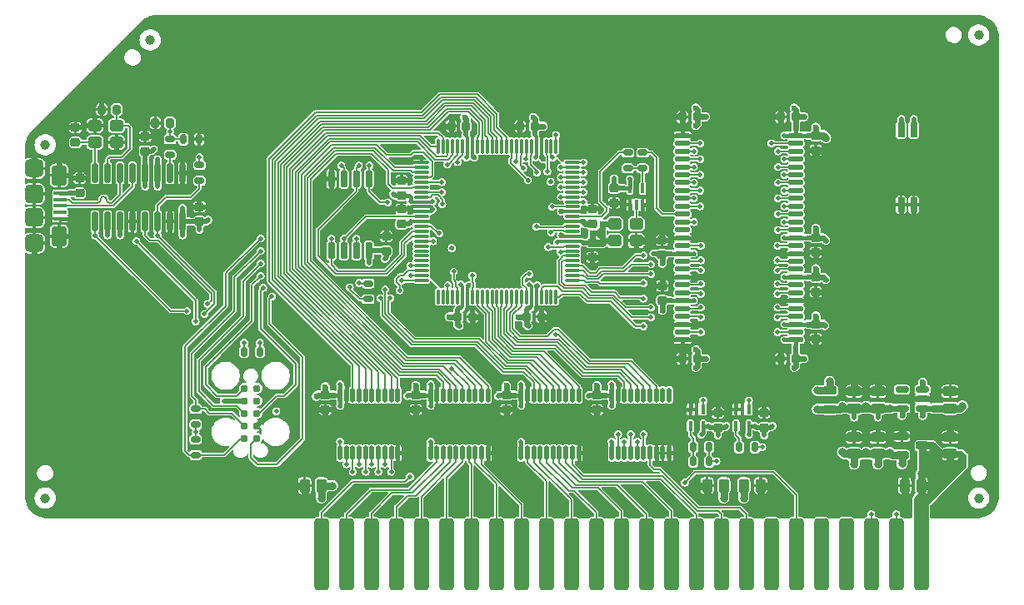
<source format=gtl>
G04 #@! TF.GenerationSoftware,KiCad,Pcbnew,7.0.10*
G04 #@! TF.CreationDate,2024-03-18T20:49:09-04:00*
G04 #@! TF.ProjectId,GR8RAM,47523852-414d-42e6-9b69-6361645f7063,1.0*
G04 #@! TF.SameCoordinates,Original*
G04 #@! TF.FileFunction,Copper,L1,Top*
G04 #@! TF.FilePolarity,Positive*
%FSLAX46Y46*%
G04 Gerber Fmt 4.6, Leading zero omitted, Abs format (unit mm)*
G04 Created by KiCad (PCBNEW 7.0.10) date 2024-03-18 20:49:09*
%MOMM*%
%LPD*%
G01*
G04 APERTURE LIST*
G04 Aperture macros list*
%AMRoundRect*
0 Rectangle with rounded corners*
0 $1 Rounding radius*
0 $2 $3 $4 $5 $6 $7 $8 $9 X,Y pos of 4 corners*
0 Add a 4 corners polygon primitive as box body*
4,1,4,$2,$3,$4,$5,$6,$7,$8,$9,$2,$3,0*
0 Add four circle primitives for the rounded corners*
1,1,$1+$1,$2,$3*
1,1,$1+$1,$4,$5*
1,1,$1+$1,$6,$7*
1,1,$1+$1,$8,$9*
0 Add four rect primitives between the rounded corners*
20,1,$1+$1,$2,$3,$4,$5,0*
20,1,$1+$1,$4,$5,$6,$7,0*
20,1,$1+$1,$6,$7,$8,$9,0*
20,1,$1+$1,$8,$9,$2,$3,0*%
G04 Aperture macros list end*
G04 #@! TA.AperFunction,SMDPad,CuDef*
%ADD10RoundRect,0.100000X-0.575000X0.100000X-0.575000X-0.100000X0.575000X-0.100000X0.575000X0.100000X0*%
G04 #@! TD*
G04 #@! TA.AperFunction,SMDPad,CuDef*
%ADD11RoundRect,0.450000X-0.500000X0.450000X-0.500000X-0.450000X0.500000X-0.450000X0.500000X0.450000X0*%
G04 #@! TD*
G04 #@! TA.AperFunction,SMDPad,CuDef*
%ADD12RoundRect,0.400000X-0.400000X0.650000X-0.400000X-0.650000X0.400000X-0.650000X0.400000X0.650000X0*%
G04 #@! TD*
G04 #@! TA.AperFunction,SMDPad,CuDef*
%ADD13RoundRect,0.475000X-0.475000X0.475000X-0.475000X-0.475000X0.475000X-0.475000X0.475000X0.475000X0*%
G04 #@! TD*
G04 #@! TA.AperFunction,SMDPad,CuDef*
%ADD14RoundRect,0.212500X-0.262500X0.212500X-0.262500X-0.212500X0.262500X-0.212500X0.262500X0.212500X0*%
G04 #@! TD*
G04 #@! TA.AperFunction,SMDPad,CuDef*
%ADD15RoundRect,0.190000X0.190000X-0.572000X0.190000X0.572000X-0.190000X0.572000X-0.190000X-0.572000X0*%
G04 #@! TD*
G04 #@! TA.AperFunction,SMDPad,CuDef*
%ADD16RoundRect,0.262500X0.262500X0.437500X-0.262500X0.437500X-0.262500X-0.437500X0.262500X-0.437500X0*%
G04 #@! TD*
G04 #@! TA.AperFunction,SMDPad,CuDef*
%ADD17C,1.000000*%
G04 #@! TD*
G04 #@! TA.AperFunction,SMDPad,CuDef*
%ADD18RoundRect,0.212500X-0.487500X0.212500X-0.487500X-0.212500X0.487500X-0.212500X0.487500X0.212500X0*%
G04 #@! TD*
G04 #@! TA.AperFunction,SMDPad,CuDef*
%ADD19RoundRect,0.212500X0.262500X-0.212500X0.262500X0.212500X-0.262500X0.212500X-0.262500X-0.212500X0*%
G04 #@! TD*
G04 #@! TA.AperFunction,SMDPad,CuDef*
%ADD20RoundRect,0.112500X0.112500X-0.612500X0.112500X0.612500X-0.112500X0.612500X-0.112500X-0.612500X0*%
G04 #@! TD*
G04 #@! TA.AperFunction,SMDPad,CuDef*
%ADD21RoundRect,0.175000X-0.300000X0.175000X-0.300000X-0.175000X0.300000X-0.175000X0.300000X0.175000X0*%
G04 #@! TD*
G04 #@! TA.AperFunction,SMDPad,CuDef*
%ADD22RoundRect,0.100000X-0.100000X0.400000X-0.100000X-0.400000X0.100000X-0.400000X0.100000X0.400000X0*%
G04 #@! TD*
G04 #@! TA.AperFunction,SMDPad,CuDef*
%ADD23RoundRect,0.262500X0.437500X-0.262500X0.437500X0.262500X-0.437500X0.262500X-0.437500X-0.262500X0*%
G04 #@! TD*
G04 #@! TA.AperFunction,SMDPad,CuDef*
%ADD24RoundRect,0.175000X0.300000X-0.175000X0.300000X0.175000X-0.300000X0.175000X-0.300000X-0.175000X0*%
G04 #@! TD*
G04 #@! TA.AperFunction,SMDPad,CuDef*
%ADD25RoundRect,0.162500X0.512500X0.162500X-0.512500X0.162500X-0.512500X-0.162500X0.512500X-0.162500X0*%
G04 #@! TD*
G04 #@! TA.AperFunction,SMDPad,CuDef*
%ADD26RoundRect,0.075000X-0.662500X-0.075000X0.662500X-0.075000X0.662500X0.075000X-0.662500X0.075000X0*%
G04 #@! TD*
G04 #@! TA.AperFunction,SMDPad,CuDef*
%ADD27RoundRect,0.075000X-0.075000X-0.662500X0.075000X-0.662500X0.075000X0.662500X-0.075000X0.662500X0*%
G04 #@! TD*
G04 #@! TA.AperFunction,SMDPad,CuDef*
%ADD28RoundRect,0.175000X0.175000X0.300000X-0.175000X0.300000X-0.175000X-0.300000X0.175000X-0.300000X0*%
G04 #@! TD*
G04 #@! TA.AperFunction,SMDPad,CuDef*
%ADD29RoundRect,0.212500X0.212500X0.262500X-0.212500X0.262500X-0.212500X-0.262500X0.212500X-0.262500X0*%
G04 #@! TD*
G04 #@! TA.AperFunction,SMDPad,CuDef*
%ADD30RoundRect,0.381000X0.381000X3.289000X-0.381000X3.289000X-0.381000X-3.289000X0.381000X-3.289000X0*%
G04 #@! TD*
G04 #@! TA.AperFunction,ComponentPad*
%ADD31C,2.000000*%
G04 #@! TD*
G04 #@! TA.AperFunction,SMDPad,CuDef*
%ADD32RoundRect,0.212500X-0.212500X-0.262500X0.212500X-0.262500X0.212500X0.262500X-0.212500X0.262500X0*%
G04 #@! TD*
G04 #@! TA.AperFunction,SMDPad,CuDef*
%ADD33RoundRect,0.100000X0.100000X-0.400000X0.100000X0.400000X-0.100000X0.400000X-0.100000X-0.400000X0*%
G04 #@! TD*
G04 #@! TA.AperFunction,SMDPad,CuDef*
%ADD34RoundRect,0.200000X-0.475000X-0.200000X0.475000X-0.200000X0.475000X0.200000X-0.475000X0.200000X0*%
G04 #@! TD*
G04 #@! TA.AperFunction,SMDPad,CuDef*
%ADD35RoundRect,0.300000X0.400000X0.300000X-0.400000X0.300000X-0.400000X-0.300000X0.400000X-0.300000X0*%
G04 #@! TD*
G04 #@! TA.AperFunction,SMDPad,CuDef*
%ADD36RoundRect,0.150000X-0.150000X0.825000X-0.150000X-0.825000X0.150000X-0.825000X0.150000X0.825000X0*%
G04 #@! TD*
G04 #@! TA.AperFunction,SMDPad,CuDef*
%ADD37RoundRect,0.175000X-0.175000X-0.300000X0.175000X-0.300000X0.175000X0.300000X-0.175000X0.300000X0*%
G04 #@! TD*
G04 #@! TA.AperFunction,SMDPad,CuDef*
%ADD38RoundRect,0.114500X0.640500X0.114500X-0.640500X0.114500X-0.640500X-0.114500X0.640500X-0.114500X0*%
G04 #@! TD*
G04 #@! TA.AperFunction,SMDPad,CuDef*
%ADD39RoundRect,0.300000X-0.400000X-0.300000X0.400000X-0.300000X0.400000X0.300000X-0.400000X0.300000X0*%
G04 #@! TD*
G04 #@! TA.AperFunction,SMDPad,CuDef*
%ADD40RoundRect,0.175000X-0.175000X0.675000X-0.175000X-0.675000X0.175000X-0.675000X0.175000X0.675000X0*%
G04 #@! TD*
G04 #@! TA.AperFunction,ConnectorPad*
%ADD41C,0.787400*%
G04 #@! TD*
G04 #@! TA.AperFunction,SMDPad,CuDef*
%ADD42RoundRect,0.262500X-0.262500X-0.437500X0.262500X-0.437500X0.262500X0.437500X-0.262500X0.437500X0*%
G04 #@! TD*
G04 #@! TA.AperFunction,ViaPad*
%ADD43C,1.524000*%
G04 #@! TD*
G04 #@! TA.AperFunction,ViaPad*
%ADD44C,0.800000*%
G04 #@! TD*
G04 #@! TA.AperFunction,ViaPad*
%ADD45C,0.500000*%
G04 #@! TD*
G04 #@! TA.AperFunction,ViaPad*
%ADD46C,0.600000*%
G04 #@! TD*
G04 #@! TA.AperFunction,Conductor*
%ADD47C,0.800000*%
G04 #@! TD*
G04 #@! TA.AperFunction,Conductor*
%ADD48C,1.524000*%
G04 #@! TD*
G04 #@! TA.AperFunction,Conductor*
%ADD49C,0.762000*%
G04 #@! TD*
G04 #@! TA.AperFunction,Conductor*
%ADD50C,0.300000*%
G04 #@! TD*
G04 #@! TA.AperFunction,Conductor*
%ADD51C,0.600000*%
G04 #@! TD*
G04 #@! TA.AperFunction,Conductor*
%ADD52C,0.450000*%
G04 #@! TD*
G04 #@! TA.AperFunction,Conductor*
%ADD53C,0.500000*%
G04 #@! TD*
G04 #@! TA.AperFunction,Conductor*
%ADD54C,0.400000*%
G04 #@! TD*
G04 #@! TA.AperFunction,Conductor*
%ADD55C,0.150000*%
G04 #@! TD*
G04 #@! TA.AperFunction,Conductor*
%ADD56C,0.508000*%
G04 #@! TD*
G04 APERTURE END LIST*
D10*
X49675000Y-98500000D03*
X49675000Y-99150000D03*
X49675000Y-99800000D03*
X49675000Y-100450000D03*
X49675000Y-101100000D03*
D11*
X47000000Y-96000000D03*
D12*
X49550000Y-96700000D03*
D13*
X47000000Y-98600000D03*
X47000000Y-101000000D03*
D12*
X49550000Y-102900000D03*
D11*
X47000000Y-103600000D03*
D14*
X104200000Y-119050000D03*
X104200000Y-120550000D03*
D15*
X135128000Y-99695000D03*
X136398000Y-99695000D03*
X136398000Y-92075000D03*
X135128000Y-92075000D03*
D16*
X76200000Y-128270000D03*
X74500000Y-128270000D03*
D17*
X143002000Y-82423000D03*
D18*
X127850000Y-118600000D03*
X127850000Y-120500000D03*
D14*
X126450000Y-107050000D03*
X126450000Y-108550000D03*
D19*
X110800000Y-104800000D03*
X110800000Y-103300000D03*
D17*
X143002000Y-129540000D03*
D20*
X96500000Y-124950000D03*
X97150000Y-124950000D03*
X97800000Y-124950000D03*
X98450000Y-124950000D03*
X99100000Y-124950000D03*
X99750000Y-124950000D03*
X100400000Y-124950000D03*
X101050000Y-124950000D03*
X101700000Y-124950000D03*
X102350000Y-124950000D03*
X102350000Y-119050000D03*
X101700000Y-119050000D03*
X101050000Y-119050000D03*
X100400000Y-119050000D03*
X99750000Y-119050000D03*
X99100000Y-119050000D03*
X98450000Y-119050000D03*
X97800000Y-119050000D03*
X97150000Y-119050000D03*
X96500000Y-119050000D03*
D16*
X120826000Y-128270000D03*
X119126000Y-128270000D03*
D21*
X108850000Y-94400000D03*
X108850000Y-96000000D03*
D19*
X121200000Y-122350000D03*
X121200000Y-120850000D03*
D22*
X119650000Y-120500000D03*
X119000000Y-120500000D03*
X118350000Y-120500000D03*
X118350000Y-122200000D03*
X119650000Y-122200000D03*
D17*
X48133000Y-93599000D03*
D23*
X132750000Y-125050000D03*
X132750000Y-123350000D03*
D24*
X63436500Y-125158500D03*
X63436500Y-123558500D03*
D20*
X87300000Y-124950000D03*
X87950000Y-124950000D03*
X88600000Y-124950000D03*
X89250000Y-124950000D03*
X89900000Y-124950000D03*
X90550000Y-124950000D03*
X91200000Y-124950000D03*
X91850000Y-124950000D03*
X92500000Y-124950000D03*
X93150000Y-124950000D03*
X93150000Y-119050000D03*
X92500000Y-119050000D03*
X91850000Y-119050000D03*
X91200000Y-119050000D03*
X90550000Y-119050000D03*
X89900000Y-119050000D03*
X89250000Y-119050000D03*
X88600000Y-119050000D03*
X87950000Y-119050000D03*
X87300000Y-119050000D03*
D19*
X84350000Y-98750000D03*
X84350000Y-97250000D03*
D14*
X105950000Y-98000000D03*
X105950000Y-99500000D03*
D25*
X137300000Y-120400000D03*
X137300000Y-119450000D03*
X137300000Y-118500000D03*
X135200000Y-118500000D03*
X135200000Y-120400000D03*
D26*
X86387500Y-95400000D03*
X86387500Y-95900000D03*
X86387500Y-96400000D03*
X86387500Y-96900000D03*
X86387500Y-97400000D03*
X86387500Y-97900000D03*
X86387500Y-98400000D03*
X86387500Y-98900000D03*
X86387500Y-99400000D03*
X86387500Y-99900000D03*
X86387500Y-100400000D03*
X86387500Y-100900000D03*
X86387500Y-101400000D03*
X86387500Y-101900000D03*
X86387500Y-102400000D03*
X86387500Y-102900000D03*
X86387500Y-103400000D03*
X86387500Y-103900000D03*
X86387500Y-104400000D03*
X86387500Y-104900000D03*
X86387500Y-105400000D03*
X86387500Y-105900000D03*
X86387500Y-106400000D03*
X86387500Y-106900000D03*
X86387500Y-107400000D03*
D27*
X88050000Y-109062500D03*
X88550000Y-109062500D03*
X89050000Y-109062500D03*
X89550000Y-109062500D03*
X90050000Y-109062500D03*
X90550000Y-109062500D03*
X91050000Y-109062500D03*
X91550000Y-109062500D03*
X92050000Y-109062500D03*
X92550000Y-109062500D03*
X93050000Y-109062500D03*
X93550000Y-109062500D03*
X94050000Y-109062500D03*
X94550000Y-109062500D03*
X95050000Y-109062500D03*
X95550000Y-109062500D03*
X96050000Y-109062500D03*
X96550000Y-109062500D03*
X97050000Y-109062500D03*
X97550000Y-109062500D03*
X98050000Y-109062500D03*
X98550000Y-109062500D03*
X99050000Y-109062500D03*
X99550000Y-109062500D03*
X100050000Y-109062500D03*
D26*
X101712500Y-107400000D03*
X101712500Y-106900000D03*
X101712500Y-106400000D03*
X101712500Y-105900000D03*
X101712500Y-105400000D03*
X101712500Y-104900000D03*
X101712500Y-104400000D03*
X101712500Y-103900000D03*
X101712500Y-103400000D03*
X101712500Y-102900000D03*
X101712500Y-102400000D03*
X101712500Y-101900000D03*
X101712500Y-101400000D03*
X101712500Y-100900000D03*
X101712500Y-100400000D03*
X101712500Y-99900000D03*
X101712500Y-99400000D03*
X101712500Y-98900000D03*
X101712500Y-98400000D03*
X101712500Y-97900000D03*
X101712500Y-97400000D03*
X101712500Y-96900000D03*
X101712500Y-96400000D03*
X101712500Y-95900000D03*
X101712500Y-95400000D03*
D27*
X100050000Y-93737500D03*
X99550000Y-93737500D03*
X99050000Y-93737500D03*
X98550000Y-93737500D03*
X98050000Y-93737500D03*
X97550000Y-93737500D03*
X97050000Y-93737500D03*
X96550000Y-93737500D03*
X96050000Y-93737500D03*
X95550000Y-93737500D03*
X95050000Y-93737500D03*
X94550000Y-93737500D03*
X94050000Y-93737500D03*
X93550000Y-93737500D03*
X93050000Y-93737500D03*
X92550000Y-93737500D03*
X92050000Y-93737500D03*
X91550000Y-93737500D03*
X91050000Y-93737500D03*
X90550000Y-93737500D03*
X90050000Y-93737500D03*
X89550000Y-93737500D03*
X89050000Y-93737500D03*
X88550000Y-93737500D03*
X88050000Y-93737500D03*
D28*
X115600000Y-125800000D03*
X114000000Y-125800000D03*
D19*
X110850000Y-109450000D03*
X110850000Y-107950000D03*
D23*
X140100000Y-120400000D03*
X140100000Y-118700000D03*
D14*
X126450000Y-103050000D03*
X126450000Y-104550000D03*
D23*
X130350000Y-120400000D03*
X130350000Y-118700000D03*
D29*
X124400000Y-115350000D03*
X122900000Y-115350000D03*
D30*
X76200000Y-135282000D03*
X78740000Y-135282000D03*
X81280000Y-135282000D03*
X83820000Y-135282000D03*
X86360000Y-135282000D03*
X88900000Y-135282000D03*
X91440000Y-135282000D03*
X93980000Y-135282000D03*
X96520000Y-135282000D03*
X99060000Y-135282000D03*
X101600000Y-135282000D03*
X104140000Y-135282000D03*
X106680000Y-135282000D03*
X109220000Y-135282000D03*
X111760000Y-135282000D03*
X114300000Y-135282000D03*
X116840000Y-135282000D03*
X119380000Y-135282000D03*
X121920000Y-135282000D03*
X124460000Y-135282000D03*
X127000000Y-135282000D03*
X129540000Y-135282000D03*
X132080000Y-135282000D03*
X134620000Y-135282000D03*
X137160000Y-135282000D03*
D29*
X114400000Y-115350000D03*
X112900000Y-115350000D03*
D19*
X103750000Y-101650000D03*
X103750000Y-100150000D03*
D31*
X140462000Y-129540000D03*
D21*
X63436500Y-120459500D03*
X63436500Y-122059500D03*
D19*
X58293000Y-94234000D03*
X58293000Y-92734000D03*
D20*
X78100000Y-124950000D03*
X78750000Y-124950000D03*
X79400000Y-124950000D03*
X80050000Y-124950000D03*
X80700000Y-124950000D03*
X81350000Y-124950000D03*
X82000000Y-124950000D03*
X82650000Y-124950000D03*
X83300000Y-124950000D03*
X83950000Y-124950000D03*
X83950000Y-119050000D03*
X83300000Y-119050000D03*
X82650000Y-119050000D03*
X82000000Y-119050000D03*
X81350000Y-119050000D03*
X80700000Y-119050000D03*
X80050000Y-119050000D03*
X79400000Y-119050000D03*
X78750000Y-119050000D03*
X78100000Y-119050000D03*
D19*
X116500000Y-122350000D03*
X116500000Y-120850000D03*
D14*
X103750000Y-103550000D03*
X103750000Y-105050000D03*
X95000000Y-119050000D03*
X95000000Y-120550000D03*
D24*
X80950000Y-109300000D03*
X80950000Y-107700000D03*
D32*
X90050000Y-111100000D03*
X91550000Y-111100000D03*
D19*
X51650000Y-98500000D03*
X51650000Y-97000000D03*
D33*
X107550000Y-99700000D03*
X108200000Y-99700000D03*
X108850000Y-99700000D03*
X108850000Y-98000000D03*
X107550000Y-98000000D03*
D19*
X84350000Y-101650000D03*
X84350000Y-100150000D03*
D29*
X60833000Y-91376500D03*
X59333000Y-91376500D03*
D34*
X135200000Y-123250000D03*
X135200000Y-125150000D03*
X137300000Y-124200000D03*
D35*
X55399400Y-91650600D03*
X53199400Y-91650600D03*
X53199400Y-93350600D03*
X55399400Y-93350600D03*
D29*
X124400000Y-90750000D03*
X122900000Y-90750000D03*
D36*
X62103000Y-96458000D03*
X60833000Y-96458000D03*
X59563000Y-96458000D03*
X58293000Y-96458000D03*
X57023000Y-96458000D03*
X55753000Y-96458000D03*
X54483000Y-96458000D03*
X53213000Y-96458000D03*
X53213000Y-101408000D03*
X54483000Y-101408000D03*
X55753000Y-101408000D03*
X57023000Y-101408000D03*
X58293000Y-101408000D03*
X59563000Y-101408000D03*
X60833000Y-101408000D03*
X62103000Y-101408000D03*
D24*
X60833000Y-94627500D03*
X60833000Y-93027500D03*
D19*
X63817500Y-101409500D03*
X63817500Y-99909500D03*
D37*
X62166500Y-93027500D03*
X63766500Y-93027500D03*
D19*
X51199400Y-93350600D03*
X51199400Y-91850600D03*
D14*
X85800000Y-119050000D03*
X85800000Y-120550000D03*
D19*
X82800000Y-104400000D03*
X82800000Y-102900000D03*
D38*
X124400000Y-113450000D03*
X124400000Y-112650000D03*
X124400000Y-111850000D03*
X124400000Y-111050000D03*
X124400000Y-110250000D03*
X124400000Y-109450000D03*
X124400000Y-108650000D03*
X124400000Y-107850000D03*
X124400000Y-107050000D03*
X124400000Y-106250000D03*
X124400000Y-105450000D03*
X124400000Y-104650000D03*
X124400000Y-103850000D03*
X124400000Y-103050000D03*
X124400000Y-102250000D03*
X124400000Y-101450000D03*
X124400000Y-100650000D03*
X124400000Y-99850000D03*
X124400000Y-99050000D03*
X124400000Y-98250000D03*
X124400000Y-97450000D03*
X124400000Y-96650000D03*
X124400000Y-95850000D03*
X124400000Y-95050000D03*
X124400000Y-94250000D03*
X124400000Y-93450000D03*
X124400000Y-92650000D03*
X112900000Y-92650000D03*
X112900000Y-93450000D03*
X112900000Y-94250000D03*
X112900000Y-95050000D03*
X112900000Y-95850000D03*
X112900000Y-96650000D03*
X112900000Y-97450000D03*
X112900000Y-98250000D03*
X112900000Y-99050000D03*
X112900000Y-99850000D03*
X112900000Y-100650000D03*
X112900000Y-101450000D03*
X112900000Y-102250000D03*
X112900000Y-103050000D03*
X112900000Y-103850000D03*
X112900000Y-104650000D03*
X112900000Y-105450000D03*
X112900000Y-106250000D03*
X112900000Y-107050000D03*
X112900000Y-107850000D03*
X112900000Y-108650000D03*
X112900000Y-109450000D03*
X112900000Y-110250000D03*
X112900000Y-111050000D03*
X112900000Y-111850000D03*
X112900000Y-112650000D03*
X112900000Y-113450000D03*
D22*
X115000000Y-120500000D03*
X114350000Y-120500000D03*
X113700000Y-120500000D03*
X113700000Y-122200000D03*
X115000000Y-122200000D03*
D39*
X106000000Y-103350000D03*
X108200000Y-103350000D03*
X108200000Y-101650000D03*
X106000000Y-101650000D03*
D29*
X114400000Y-90750000D03*
X112900000Y-90750000D03*
D16*
X137160000Y-128270000D03*
X135460000Y-128270000D03*
D32*
X97050000Y-111100000D03*
X98550000Y-111100000D03*
D40*
X81026000Y-97061000D03*
X79756000Y-97061000D03*
X78486000Y-97061000D03*
X77216000Y-97061000D03*
X77216000Y-104361000D03*
X78486000Y-104361000D03*
X79756000Y-104361000D03*
X81026000Y-104361000D03*
D21*
X107350000Y-94400000D03*
X107350000Y-96000000D03*
D41*
X68389500Y-118364000D03*
X68389500Y-119634000D03*
X68389500Y-120904000D03*
X68389500Y-122174000D03*
X68389500Y-123444000D03*
X69659500Y-123444000D03*
X69659500Y-122174000D03*
X69659500Y-120904000D03*
X69659500Y-119634000D03*
X69659500Y-118364000D03*
D29*
X55400000Y-90000600D03*
X53900000Y-90000600D03*
D14*
X126450000Y-92650000D03*
X126450000Y-94150000D03*
D23*
X130350000Y-125050000D03*
X130350000Y-123350000D03*
D17*
X48133000Y-129540000D03*
X58801000Y-82931000D03*
D21*
X63817500Y-95656500D03*
X63817500Y-97256500D03*
D28*
X120250000Y-124350000D03*
X118650000Y-124350000D03*
X115600000Y-124350000D03*
X114000000Y-124350000D03*
D42*
X115394000Y-128270000D03*
X117094000Y-128270000D03*
D20*
X105700000Y-124950000D03*
X106350000Y-124950000D03*
X107000000Y-124950000D03*
X107650000Y-124950000D03*
X108300000Y-124950000D03*
X108950000Y-124950000D03*
X109600000Y-124950000D03*
X110250000Y-124950000D03*
X110900000Y-124950000D03*
X111550000Y-124950000D03*
X111550000Y-119050000D03*
X110900000Y-119050000D03*
X110250000Y-119050000D03*
X109600000Y-119050000D03*
X108950000Y-119050000D03*
X108300000Y-119050000D03*
X107650000Y-119050000D03*
X107000000Y-119050000D03*
X106350000Y-119050000D03*
X105700000Y-119050000D03*
D29*
X90900000Y-91700000D03*
X89400000Y-91700000D03*
D37*
X68350000Y-114650000D03*
X69950000Y-114650000D03*
D29*
X97900000Y-91700000D03*
X96400000Y-91700000D03*
D23*
X140100000Y-125050000D03*
X140100000Y-123350000D03*
X132750000Y-120400000D03*
X132750000Y-118700000D03*
D14*
X76600000Y-119050000D03*
X76600000Y-120550000D03*
X126450000Y-111850000D03*
X126450000Y-113350000D03*
D43*
X137160000Y-129794000D03*
D44*
X138303000Y-128270000D03*
X137160000Y-127000000D03*
D45*
X94500000Y-129900000D03*
X135763000Y-93345000D03*
X107823000Y-86931500D03*
X88100000Y-117950000D03*
X116500000Y-120050000D03*
X106750000Y-97000000D03*
X65532000Y-124650500D03*
X85150000Y-104650000D03*
X143383000Y-100965000D03*
X117450000Y-103050000D03*
X76350000Y-104700000D03*
X118110000Y-131318000D03*
X107900000Y-110650000D03*
D46*
X127450000Y-104300000D03*
D45*
X121200000Y-120050000D03*
X123063000Y-85725000D03*
X67183000Y-100965000D03*
X83650000Y-102899000D03*
X51435000Y-109601000D03*
D44*
X120777000Y-129540000D03*
D45*
X64262000Y-115697000D03*
X82550000Y-131318000D03*
X140843000Y-93345000D03*
X78200000Y-105950000D03*
X133223000Y-90805000D03*
X92710000Y-131318000D03*
X97790000Y-131318000D03*
X138303000Y-90805000D03*
X64643000Y-93345000D03*
X93150000Y-123800000D03*
D44*
X121856500Y-128270000D03*
D45*
X64643000Y-83185000D03*
X56515000Y-89916000D03*
X97663000Y-80645000D03*
X138303000Y-116205000D03*
X72263000Y-80645000D03*
D46*
X136200000Y-119450000D03*
D45*
X102850000Y-102750000D03*
D46*
X89550000Y-90800000D03*
X95550000Y-91700000D03*
D45*
X51435000Y-114681000D03*
X69088000Y-128016000D03*
X64643000Y-88265000D03*
X67183000Y-95885000D03*
X138303000Y-100965000D03*
X133350000Y-131318000D03*
X107950000Y-131318000D03*
X107550000Y-100550000D03*
X62103000Y-97853500D03*
X98725000Y-95075000D03*
X138303000Y-80645000D03*
X77343000Y-85725000D03*
X102875000Y-105150000D03*
X115443000Y-88265000D03*
D46*
X49550000Y-104400000D03*
D45*
X52500000Y-97000000D03*
X48895000Y-117221000D03*
X89400000Y-129850000D03*
D44*
X129150000Y-118700000D03*
D45*
X105050000Y-98900000D03*
X138430000Y-131318000D03*
X90900000Y-126300000D03*
D46*
X113050000Y-116250000D03*
X123050000Y-114450000D03*
D45*
X56515000Y-104584500D03*
D46*
X99400000Y-111100000D03*
D45*
X135763000Y-88265000D03*
X56515000Y-109664500D03*
X79883000Y-83185000D03*
D46*
X104650000Y-105050000D03*
D45*
X100550000Y-102800000D03*
X103750000Y-105850000D03*
X74803000Y-88265000D03*
X91950000Y-129850000D03*
D46*
X123050000Y-89850000D03*
X88550000Y-91700000D03*
D45*
X117983000Y-116205000D03*
X53900000Y-89100600D03*
X87503000Y-86931500D03*
X59055000Y-112204500D03*
X67183000Y-80645000D03*
X109400000Y-99700000D03*
X52100000Y-91650600D03*
X103150000Y-129100000D03*
X106500000Y-117950000D03*
X87500000Y-100150000D03*
X89450000Y-104100000D03*
X128143000Y-95885000D03*
X125603000Y-88265000D03*
X69723000Y-88265000D03*
X109750000Y-95450000D03*
X66675000Y-131318000D03*
X62928500Y-100076000D03*
X68102500Y-116030000D03*
X108050000Y-104350000D03*
X46355000Y-129540000D03*
X136398000Y-100838000D03*
D44*
X134000000Y-123500000D03*
D45*
X99750000Y-114850000D03*
D46*
X96550000Y-90800000D03*
D45*
X53975000Y-85725000D03*
X62103000Y-80645000D03*
X51650000Y-96200000D03*
X63754000Y-92138500D03*
X88050000Y-129650000D03*
X86350000Y-94850000D03*
D46*
X84900000Y-120400000D03*
D45*
X67183000Y-111379000D03*
X113700000Y-119600000D03*
X48133000Y-131318000D03*
X100330000Y-131318000D03*
X86650000Y-120650000D03*
D44*
X114300000Y-128270000D03*
D45*
X102870000Y-131318000D03*
X143383000Y-116205000D03*
D44*
X140100000Y-122300000D03*
D45*
X103000000Y-124950000D03*
X77450000Y-120650000D03*
X70485000Y-119380000D03*
X118650000Y-110650000D03*
X130683000Y-93345000D03*
X64262000Y-118491000D03*
D44*
X126450000Y-95100000D03*
D45*
X51435000Y-104584500D03*
X144780000Y-123825000D03*
X105050000Y-107250000D03*
X78900000Y-117950000D03*
X59055000Y-117284500D03*
X106850000Y-99500000D03*
X77850000Y-127200000D03*
X85250000Y-100150000D03*
X92583000Y-86931500D03*
X60833000Y-102806500D03*
X118650000Y-109450000D03*
D46*
X103300000Y-120400000D03*
D45*
X115650000Y-121000000D03*
X53975000Y-117284500D03*
X140843000Y-98425000D03*
X59182000Y-92900500D03*
X82423000Y-85725000D03*
X83500000Y-97400000D03*
X57150000Y-91186000D03*
X133223000Y-116205000D03*
X81788000Y-129349500D03*
X100203000Y-88265000D03*
X104000000Y-108075000D03*
X108850000Y-100550000D03*
X82500000Y-96600000D03*
X125550000Y-113050000D03*
X143383000Y-85725000D03*
X144780000Y-103505000D03*
D46*
X85800000Y-121400000D03*
D45*
X103950000Y-114500000D03*
X105410000Y-131318000D03*
X83950000Y-126100000D03*
D44*
X115443000Y-129540000D03*
D45*
X135763000Y-83185000D03*
X102500000Y-117600000D03*
D46*
X92400000Y-111100000D03*
D45*
X83950000Y-123800000D03*
X56515000Y-131318000D03*
X133223000Y-95885000D03*
D46*
X122050000Y-90750000D03*
D45*
X91950000Y-126750000D03*
X128143000Y-111125000D03*
X111550000Y-123800000D03*
X128143000Y-80645000D03*
X143383000Y-90805000D03*
X130350000Y-122400000D03*
X64706500Y-100076000D03*
X143383000Y-121285000D03*
X114050000Y-111850000D03*
X87400000Y-111750000D03*
X97450000Y-126900000D03*
X95000000Y-127900000D03*
X58293000Y-91884500D03*
X123250000Y-109450000D03*
X71247000Y-112839500D03*
X48895000Y-90805000D03*
X130683000Y-88265000D03*
X122050000Y-121000000D03*
X51435000Y-124841000D03*
X110363000Y-88265000D03*
X50673000Y-94615000D03*
D46*
X110800000Y-102450000D03*
D45*
X128270000Y-131318000D03*
X98200000Y-110200000D03*
X102743000Y-85725000D03*
X57023000Y-100012500D03*
X135763000Y-98425000D03*
X69723000Y-83185000D03*
D46*
X112050000Y-115350000D03*
D45*
X107900000Y-106250000D03*
X77343000Y-80645000D03*
X93150000Y-126100000D03*
X105283000Y-88265000D03*
X96300000Y-92599990D03*
X123063000Y-80645000D03*
X74803000Y-83185000D03*
X70802500Y-120713500D03*
X59944000Y-84328000D03*
X144780000Y-82423000D03*
X133223000Y-85725000D03*
D46*
X98400000Y-112000000D03*
D45*
X71755000Y-131318000D03*
X140843000Y-113665000D03*
X91150000Y-107900000D03*
X101150000Y-93000000D03*
X135763000Y-113665000D03*
X106900000Y-126800000D03*
X118650000Y-105850000D03*
X51435000Y-131318000D03*
X120350000Y-121000000D03*
X82423000Y-80645000D03*
X125603000Y-118745000D03*
X61531500Y-114744500D03*
X50750000Y-96700000D03*
X111550000Y-126100000D03*
X59055000Y-107124500D03*
X117983000Y-86931500D03*
X59055000Y-122364500D03*
X130683000Y-128905000D03*
X84600000Y-124950000D03*
X56515000Y-83185000D03*
X125603000Y-123825000D03*
X84963000Y-88392000D03*
X112903000Y-80645000D03*
X111750000Y-113450000D03*
X128143000Y-100965000D03*
X118650000Y-111850000D03*
D46*
X47000000Y-104950000D03*
D45*
X63563500Y-114998500D03*
D46*
X123050000Y-116250000D03*
D45*
X80750000Y-129900000D03*
X86900000Y-126200000D03*
X53975000Y-122364500D03*
X119850000Y-103050000D03*
D44*
X127450000Y-93900000D03*
D46*
X76600000Y-121400000D03*
X104200000Y-121400000D03*
D45*
X110100000Y-128450000D03*
X89300000Y-92550000D03*
X120523000Y-83185000D03*
X65786000Y-111379000D03*
X130683000Y-98425000D03*
X62103000Y-95059500D03*
X57912000Y-86360000D03*
X86850000Y-129950000D03*
X56388000Y-95059500D03*
X64643000Y-98425000D03*
X118350000Y-119600000D03*
X85200000Y-97150000D03*
X83150000Y-94100000D03*
X96150000Y-111900000D03*
X90170000Y-131318000D03*
X99550000Y-128550000D03*
D44*
X74549000Y-129540000D03*
D45*
X108900000Y-113400000D03*
X102350000Y-123800000D03*
X69723000Y-98425000D03*
X143383000Y-111125000D03*
X77470000Y-131318000D03*
D44*
X135509000Y-127000000D03*
D45*
X128143000Y-90805000D03*
X46355000Y-119761000D03*
X69532500Y-111823500D03*
X81950000Y-102899000D03*
X91650000Y-92500000D03*
X144780000Y-118745000D03*
X53975000Y-112204500D03*
X118650000Y-113450000D03*
D44*
X138900000Y-123450000D03*
D45*
X53848000Y-128016000D03*
X78000000Y-107600000D03*
X52006500Y-90297000D03*
D46*
X138400000Y-119450000D03*
D45*
X55435500Y-88773000D03*
X113030000Y-131318000D03*
X109950000Y-107850000D03*
X82800000Y-102099000D03*
X59182000Y-80645000D03*
X51435000Y-119761000D03*
X132750000Y-122400000D03*
X112903000Y-86931500D03*
X59563000Y-88265000D03*
X139000000Y-118550000D03*
X48895000Y-107061000D03*
X114050000Y-107050000D03*
D44*
X132750000Y-117650000D03*
D46*
X112050000Y-90750000D03*
X75700000Y-120400000D03*
D45*
X90300000Y-129350000D03*
X51435000Y-88265000D03*
X98700000Y-92600000D03*
X144780000Y-98425000D03*
X84650000Y-93950000D03*
X61595000Y-131318000D03*
X61531500Y-119824500D03*
X85450000Y-108550000D03*
X87150000Y-92900000D03*
X50750000Y-101100000D03*
X143383000Y-95885000D03*
X125550000Y-104650000D03*
X109537500Y-126809500D03*
X63944500Y-119570500D03*
X144780000Y-88265000D03*
X118650000Y-108250000D03*
D44*
X135509000Y-129540000D03*
D45*
X118650000Y-107050000D03*
X106000000Y-100300000D03*
X69723000Y-93345000D03*
X102100000Y-129700000D03*
D44*
X131550000Y-118900000D03*
D45*
X79883000Y-88265000D03*
X86400000Y-109800000D03*
X112200000Y-124950000D03*
D44*
X135200000Y-122300000D03*
X141300000Y-123550000D03*
D46*
X126450000Y-109500000D03*
D44*
X134000000Y-118950000D03*
D45*
X133223000Y-111125000D03*
X61531500Y-109664500D03*
X110900000Y-99800000D03*
X105250000Y-110100000D03*
X111750000Y-103050000D03*
X117983000Y-80645000D03*
X60071000Y-104457500D03*
X64643000Y-103505000D03*
X112900000Y-114050000D03*
X144780000Y-113665000D03*
X46355000Y-109601000D03*
X53848000Y-95123000D03*
X58928000Y-128016000D03*
D44*
X131550000Y-123550000D03*
D45*
X46355000Y-124841000D03*
X57404000Y-92900500D03*
X53200000Y-90650600D03*
X73787000Y-115379500D03*
D44*
X129150000Y-123350000D03*
D45*
X91750000Y-94900000D03*
X138303000Y-85725000D03*
X79950000Y-128350000D03*
X143002000Y-131318000D03*
X133223000Y-80645000D03*
X62103000Y-85725000D03*
X77216000Y-98298000D03*
X110750000Y-96450000D03*
X114050000Y-92650000D03*
X76454000Y-97091500D03*
X56515000Y-124904500D03*
X98550000Y-128050000D03*
X62801500Y-96456500D03*
X50350000Y-91850000D03*
X138303000Y-111125000D03*
X117350000Y-121000000D03*
X85250000Y-95400000D03*
X80010000Y-131318000D03*
X144780000Y-129540000D03*
X107350000Y-109650000D03*
X118650000Y-104650000D03*
X130683000Y-113665000D03*
D46*
X112900000Y-91950000D03*
D45*
X143002000Y-80645000D03*
X135128000Y-100838000D03*
D46*
X94100000Y-120400000D03*
D45*
X95123000Y-88265000D03*
X52324000Y-94551500D03*
X62103000Y-90805000D03*
X59055000Y-103822500D03*
X100203000Y-83185000D03*
X97300000Y-117950000D03*
X114050000Y-103050000D03*
X102350000Y-126100000D03*
X46355000Y-114681000D03*
X98150000Y-107900000D03*
X125600000Y-94150000D03*
X60833000Y-100012500D03*
X138303000Y-95885000D03*
D46*
X110850000Y-107000000D03*
D45*
X56515000Y-119824500D03*
X117983000Y-90805000D03*
X55400000Y-94350600D03*
X144780000Y-93345000D03*
X128143000Y-126365000D03*
D46*
X127350000Y-113200000D03*
D45*
X102743000Y-90805000D03*
X143383000Y-106045000D03*
X97663000Y-86931500D03*
X95850000Y-120650000D03*
X100550000Y-100400000D03*
X105283000Y-83185000D03*
D46*
X47000000Y-94650000D03*
D45*
X49974500Y-93345000D03*
X135890000Y-131318000D03*
X87800000Y-114450000D03*
X83500000Y-100300000D03*
D46*
X109450000Y-103350000D03*
D45*
X95250000Y-131318000D03*
X105050000Y-120650000D03*
X72263000Y-90805000D03*
D46*
X49550000Y-95200000D03*
D45*
X123190000Y-131318000D03*
X87630000Y-131318000D03*
X59309000Y-90487500D03*
X111750000Y-92500000D03*
X130810000Y-131318000D03*
X72263000Y-85725000D03*
X50750000Y-102900000D03*
X67183000Y-85725000D03*
D46*
X126450000Y-114300000D03*
D45*
X101000000Y-111550000D03*
X120523000Y-88265000D03*
X123063000Y-126365000D03*
X85090000Y-131318000D03*
D46*
X127450000Y-108300000D03*
D45*
X53975000Y-107124500D03*
X92550000Y-127950000D03*
X125603000Y-83185000D03*
X113100000Y-120500000D03*
X92450000Y-112900000D03*
X114050000Y-113450000D03*
X63817500Y-99060000D03*
X107200000Y-128400000D03*
X65278000Y-119507000D03*
X120650000Y-131318000D03*
X115570000Y-131318000D03*
D46*
X123050000Y-91650000D03*
D45*
X133223000Y-100965000D03*
X87503000Y-80645000D03*
X128143000Y-116205000D03*
X105200000Y-128700000D03*
X62547500Y-113220500D03*
X67183000Y-90805000D03*
X92583000Y-80645000D03*
D46*
X122050000Y-115350000D03*
D44*
X73406000Y-128524000D03*
D45*
X106500000Y-105550000D03*
D46*
X95000000Y-121400000D03*
D45*
X104700000Y-100200000D03*
X102850000Y-100370000D03*
X93800000Y-124950000D03*
X64008000Y-128016000D03*
X140843000Y-88265000D03*
X77216000Y-95821500D03*
X123250000Y-104650000D03*
X108200000Y-97750000D03*
D46*
X91400000Y-112000000D03*
D45*
X130683000Y-83185000D03*
X91200000Y-110200000D03*
X107823000Y-80645000D03*
X48895000Y-122301000D03*
D46*
X126450000Y-105400000D03*
D45*
X48895000Y-112141000D03*
X107823000Y-90805000D03*
X102743000Y-80645000D03*
D44*
X130350000Y-117650000D03*
D46*
X113050000Y-89850000D03*
D45*
X144780000Y-108585000D03*
X125730000Y-131318000D03*
D44*
X141350000Y-118950000D03*
D45*
X88400000Y-128050000D03*
X128143000Y-85725000D03*
X46355000Y-93472000D03*
X84500000Y-113750000D03*
X99500000Y-97350000D03*
X68580000Y-111379000D03*
X62865000Y-114300000D03*
X111750000Y-111850000D03*
X110490000Y-131318000D03*
X56515000Y-114744500D03*
X125603000Y-128905000D03*
X92550000Y-129050000D03*
X110250000Y-126100000D03*
X83300000Y-126850000D03*
X82650000Y-126100000D03*
X79400000Y-126850000D03*
X82000000Y-126850000D03*
X78750000Y-126100000D03*
X80050000Y-126100000D03*
X80700000Y-126850000D03*
X81350000Y-126100000D03*
D44*
X76200000Y-129540000D03*
X77343000Y-128270000D03*
X119126000Y-129540000D03*
X117094000Y-129540000D03*
D45*
X85200000Y-127381000D03*
X106350000Y-123050000D03*
X113150000Y-127950000D03*
X108300000Y-123800000D03*
X121000000Y-124350000D03*
X108950000Y-123050000D03*
X116350000Y-125800000D03*
X107650000Y-123050000D03*
X107000000Y-123800000D03*
X132080000Y-131191000D03*
X134620000Y-131191000D03*
X60833000Y-92265500D03*
X57404000Y-103378000D03*
X69950000Y-113750000D03*
X85250000Y-106900000D03*
X63436500Y-111569500D03*
X62547500Y-110490000D03*
X53213000Y-102806500D03*
X84350000Y-107400000D03*
X64325500Y-110807500D03*
X59563000Y-102806500D03*
X85250000Y-105900000D03*
X84150000Y-108400000D03*
X64643000Y-109791500D03*
X91550000Y-106900000D03*
X89450000Y-116350000D03*
X82200000Y-109200000D03*
X88450000Y-98400000D03*
X82700000Y-108300000D03*
X88500000Y-99650000D03*
X83200000Y-109200000D03*
X88200000Y-102600000D03*
X123250000Y-103050000D03*
X55753000Y-102806500D03*
X105700000Y-123800000D03*
X105950000Y-97000000D03*
X87300000Y-123800000D03*
D46*
X125250000Y-115350000D03*
D44*
X127850000Y-117650000D03*
D45*
X122050000Y-122200000D03*
D46*
X126450000Y-111000000D03*
X138400000Y-120400000D03*
X114250000Y-89850000D03*
D45*
X125550000Y-107050000D03*
D46*
X115250000Y-115350000D03*
D45*
X111750000Y-104650000D03*
X81800000Y-104350000D03*
X62103000Y-102806500D03*
X81026000Y-105600500D03*
D46*
X126450000Y-91800000D03*
D45*
X124400000Y-91950000D03*
X59563000Y-95059500D03*
D46*
X114250000Y-91650000D03*
D44*
X131550000Y-124850000D03*
D46*
X124250000Y-89850000D03*
D45*
X102850000Y-103550000D03*
D46*
X114250000Y-116250000D03*
D45*
X105075000Y-119050000D03*
X120250000Y-122200000D03*
X87300000Y-117950000D03*
X86675000Y-119050000D03*
X95875000Y-119050000D03*
X90950000Y-94900000D03*
D44*
X130350000Y-126100000D03*
D45*
X119650000Y-123100000D03*
D44*
X129150000Y-124850000D03*
D46*
X95000000Y-118100000D03*
D45*
X63436500Y-122809000D03*
X111750000Y-109450000D03*
D46*
X90750000Y-90800000D03*
D45*
X103350000Y-119150000D03*
X84950000Y-119150000D03*
D46*
X124250000Y-116250000D03*
D45*
X97950000Y-94875000D03*
D46*
X104750000Y-101650000D03*
X75700000Y-119200000D03*
D45*
X105700000Y-120150000D03*
D46*
X97750000Y-90800000D03*
D45*
X96500000Y-117950000D03*
D46*
X104200000Y-118100000D03*
D45*
X59563000Y-97853500D03*
X62103000Y-100012500D03*
X83500000Y-98600000D03*
D46*
X137300000Y-117750000D03*
D45*
X62801500Y-101409500D03*
D46*
X89200000Y-111100000D03*
X126450000Y-102100000D03*
D44*
X127450000Y-92900000D03*
D46*
X98750000Y-91700000D03*
D45*
X97400000Y-110200000D03*
X78100000Y-120150000D03*
X90850000Y-92600000D03*
X63817500Y-94869000D03*
D44*
X135200000Y-126050000D03*
D45*
X96500000Y-120150000D03*
D44*
X141350000Y-120150000D03*
D46*
X90200000Y-112000000D03*
D45*
X59182000Y-94043500D03*
X121200000Y-123150000D03*
X87300000Y-120150000D03*
X114050000Y-109450000D03*
D46*
X126450000Y-106200000D03*
D45*
X123250000Y-92650000D03*
X124400000Y-114050000D03*
D46*
X110850000Y-105650000D03*
D45*
X125550000Y-103050000D03*
X82650000Y-105200000D03*
D46*
X127450000Y-107300000D03*
X103750000Y-102600000D03*
D45*
X125550000Y-111850000D03*
X85250000Y-99350000D03*
X115550000Y-122200000D03*
X64706500Y-101219000D03*
D46*
X114250000Y-114450000D03*
D45*
X54483000Y-102806500D03*
X97350000Y-107800000D03*
X114800000Y-123100000D03*
D46*
X76600000Y-118200000D03*
X127450000Y-103300000D03*
D45*
X114050000Y-104650000D03*
X78100000Y-117950000D03*
X100150000Y-103500000D03*
D46*
X85800000Y-118100000D03*
X115250000Y-90750000D03*
D45*
X107550000Y-97100000D03*
D46*
X127350000Y-112000000D03*
D45*
X123250000Y-113450000D03*
X123250000Y-107050000D03*
X109950000Y-104650000D03*
X125550000Y-92650000D03*
X97900000Y-92600000D03*
X66294000Y-119634000D03*
X116500000Y-123150000D03*
D44*
X132750000Y-126100000D03*
D45*
X87500000Y-99350000D03*
D46*
X110850000Y-110450000D03*
D44*
X134000000Y-124900000D03*
D45*
X96500000Y-123800000D03*
X117350000Y-122200000D03*
X77475000Y-119050000D03*
D44*
X126600000Y-118600000D03*
X104750000Y-103550000D03*
D45*
X90400000Y-110200000D03*
X123250000Y-111850000D03*
X58293000Y-95059500D03*
X94150000Y-119150000D03*
X71628000Y-120713500D03*
X90350000Y-107800000D03*
X106950000Y-98000000D03*
X58293000Y-97853500D03*
D46*
X125250000Y-90750000D03*
X97200000Y-112000000D03*
X137300000Y-121150000D03*
D45*
X63817500Y-102235000D03*
X105700000Y-117950000D03*
D46*
X96200000Y-111100000D03*
D45*
X100050000Y-112900000D03*
X97350000Y-106750000D03*
X87550000Y-103400000D03*
X78100000Y-123800000D03*
X108950000Y-112050000D03*
X122550000Y-112650000D03*
X114750000Y-112650000D03*
X122550000Y-111150000D03*
X114750000Y-111150000D03*
X109700000Y-111150000D03*
X114750000Y-108750000D03*
X108950000Y-109250000D03*
X122550000Y-108750000D03*
X114750000Y-110150000D03*
X109700000Y-110150000D03*
X122550000Y-110150000D03*
X109700000Y-105750000D03*
X114750000Y-105350000D03*
X122550000Y-105350000D03*
X108950000Y-104850000D03*
X122550000Y-103850000D03*
X114750000Y-103850000D03*
X109700000Y-106750000D03*
X122550000Y-106350000D03*
X114750000Y-106350000D03*
X114750000Y-107750000D03*
X122550000Y-107750000D03*
X108950000Y-107650000D03*
X97200000Y-97200000D03*
X122600000Y-102250000D03*
X99250000Y-104000000D03*
X123250000Y-101450000D03*
X99550000Y-102500000D03*
X122600000Y-100650000D03*
X98050000Y-101900000D03*
X123250000Y-99850000D03*
X122600000Y-99050000D03*
X102850000Y-99400000D03*
X122600000Y-95850000D03*
X102850000Y-95400000D03*
X95950000Y-95250000D03*
X121950000Y-93450000D03*
X114700000Y-93450000D03*
X100050000Y-92600000D03*
X99700000Y-94900000D03*
X114700000Y-95050000D03*
X99650000Y-99900000D03*
X114700000Y-99850000D03*
X114050000Y-101450000D03*
X100500000Y-104500000D03*
X114050000Y-99050000D03*
X100550000Y-98900000D03*
X102850000Y-98400000D03*
X123250000Y-98250000D03*
X114700000Y-98250000D03*
X100550000Y-97900000D03*
X122600000Y-97450000D03*
X102850000Y-97400000D03*
X114050000Y-97450000D03*
X100550000Y-96900000D03*
X102850000Y-96400000D03*
X123250000Y-96650000D03*
X100550000Y-95900000D03*
X114700000Y-96650000D03*
X114050000Y-95850000D03*
X99150000Y-96300000D03*
X123250000Y-95050000D03*
X98100000Y-96400000D03*
X96950000Y-95000000D03*
X122600000Y-94250000D03*
X96700000Y-95950000D03*
X114050000Y-94250000D03*
X80010000Y-95694500D03*
X70040500Y-105664000D03*
X70294500Y-108140500D03*
X77216000Y-103124000D03*
X70040500Y-106934000D03*
X88450000Y-97400000D03*
X81089500Y-95694500D03*
X82950000Y-99450000D03*
X78486000Y-103124000D03*
X79100000Y-108100000D03*
X115000000Y-119600000D03*
X89650000Y-106500000D03*
X78232000Y-95694500D03*
X70040500Y-103124000D03*
X70040500Y-104394000D03*
X79756000Y-103124000D03*
X80050000Y-107650000D03*
X71183500Y-109029500D03*
D44*
X134000000Y-120400000D03*
D46*
X135200000Y-121150000D03*
D45*
X132750000Y-121350000D03*
D44*
X131550000Y-120200000D03*
D46*
X102850000Y-101400000D03*
D44*
X126600000Y-120500000D03*
D46*
X100550000Y-101450000D03*
D45*
X87500000Y-101400000D03*
X85250000Y-101400000D03*
X130350000Y-121350000D03*
D44*
X96050000Y-102300000D03*
X129150000Y-120200000D03*
X99000000Y-106500000D03*
D45*
X90050000Y-95350000D03*
X135128000Y-90932000D03*
X136398000Y-90932000D03*
X89000000Y-95600000D03*
X68350000Y-113750000D03*
X119650000Y-119600000D03*
X89050000Y-107900000D03*
D47*
X137300000Y-126378000D02*
X137922000Y-127000000D01*
X137160000Y-127000000D02*
X137750000Y-127000000D01*
X137300000Y-124200000D02*
X137300000Y-126860000D01*
X137300000Y-124200000D02*
X138250000Y-124200000D01*
D48*
X137160000Y-135382000D02*
X137160000Y-129794000D01*
D47*
X137160000Y-128270000D02*
X137160000Y-129794000D01*
X137668000Y-129794000D02*
X138303000Y-129159000D01*
X138303000Y-127381000D02*
X138303000Y-128270000D01*
X137160000Y-130937000D02*
X137160000Y-135382000D01*
D49*
X137160000Y-128270000D02*
X137160000Y-127000000D01*
D47*
X137922000Y-127000000D02*
X138303000Y-127381000D01*
X137300000Y-124200000D02*
X137300000Y-126378000D01*
X139100000Y-125050000D02*
X140100000Y-125050000D01*
X138303000Y-129159000D02*
X138303000Y-128270000D01*
X137160000Y-129794000D02*
X137668000Y-129794000D01*
X138250000Y-124200000D02*
X139100000Y-125050000D01*
X137160000Y-127000000D02*
X137922000Y-127000000D01*
X137300000Y-126860000D02*
X137160000Y-127000000D01*
D49*
X137160000Y-128270000D02*
X138303000Y-128270000D01*
D50*
X87500000Y-100050000D02*
X87350000Y-99900000D01*
D51*
X122900000Y-115350000D02*
X122900000Y-116100000D01*
X47000000Y-96000000D02*
X47000000Y-94650000D01*
D52*
X111550000Y-124950000D02*
X111550000Y-123800000D01*
D50*
X101712500Y-100400000D02*
X100550000Y-100400000D01*
D51*
X103450000Y-120550000D02*
X103300000Y-120400000D01*
D50*
X85250000Y-100200000D02*
X85250000Y-100150000D01*
D53*
X84350000Y-100150000D02*
X83650000Y-100150000D01*
D54*
X113700000Y-120500000D02*
X113100000Y-120500000D01*
D53*
X50750000Y-96700000D02*
X50750000Y-97000000D01*
X105950000Y-100250000D02*
X105950000Y-99500000D01*
X84350000Y-97250000D02*
X83650000Y-97250000D01*
X140100000Y-118700000D02*
X139150000Y-118700000D01*
D47*
X134000000Y-123500000D02*
X133850000Y-123350000D01*
D53*
X116500000Y-120850000D02*
X117200000Y-120850000D01*
D51*
X85800000Y-120550000D02*
X85050000Y-120550000D01*
D55*
X114150000Y-119600000D02*
X113700000Y-119600000D01*
D51*
X76600000Y-120550000D02*
X76600000Y-121400000D01*
D53*
X63095000Y-99909500D02*
X62928500Y-100076000D01*
X103750000Y-100150000D02*
X103070000Y-100150000D01*
D51*
X96400000Y-90950000D02*
X96550000Y-90800000D01*
D52*
X110250000Y-124950000D02*
X110250000Y-126100000D01*
D54*
X49675000Y-101100000D02*
X50750000Y-101100000D01*
D52*
X83950000Y-124950000D02*
X83950000Y-126100000D01*
D53*
X115800000Y-120850000D02*
X115650000Y-121000000D01*
D56*
X125650000Y-104550000D02*
X125550000Y-104650000D01*
D51*
X49550000Y-96700000D02*
X49550000Y-95200000D01*
X122900000Y-116100000D02*
X123050000Y-116250000D01*
D53*
X58293000Y-92734000D02*
X57570500Y-92734000D01*
D50*
X85450000Y-100400000D02*
X85250000Y-100200000D01*
D51*
X91550000Y-111100000D02*
X92400000Y-111100000D01*
D53*
X51199400Y-91850600D02*
X50350600Y-91850600D01*
X120500000Y-120850000D02*
X120350000Y-121000000D01*
D51*
X91550000Y-111100000D02*
X91550000Y-111850000D01*
D55*
X114350000Y-120500000D02*
X114350000Y-119800000D01*
D50*
X91550000Y-94700000D02*
X91750000Y-94900000D01*
D52*
X124400000Y-109450000D02*
X126400000Y-109450000D01*
D53*
X51199400Y-91850600D02*
X51900000Y-91850600D01*
D50*
X98050000Y-110050000D02*
X98200000Y-110200000D01*
X98050000Y-109062500D02*
X98050000Y-110050000D01*
D51*
X96400000Y-91700000D02*
X96400000Y-90950000D01*
D49*
X135460000Y-129491000D02*
X135509000Y-129540000D01*
D51*
X95000000Y-120550000D02*
X94250000Y-120550000D01*
D53*
X82800000Y-102900000D02*
X81951000Y-102900000D01*
X62800000Y-96458000D02*
X62801500Y-96456500D01*
D47*
X73406000Y-128524000D02*
X73660000Y-128270000D01*
D51*
X122900000Y-90750000D02*
X122900000Y-91500000D01*
D52*
X124400000Y-104650000D02*
X125550000Y-104650000D01*
D53*
X104950000Y-120550000D02*
X105050000Y-120650000D01*
X103750000Y-100150000D02*
X104650000Y-100150000D01*
D50*
X86387500Y-99900000D02*
X85450000Y-99900000D01*
D53*
X117200000Y-120850000D02*
X117350000Y-121000000D01*
D52*
X124400000Y-109450000D02*
X123250000Y-109450000D01*
X112900000Y-107050000D02*
X114050000Y-107050000D01*
D53*
X58293000Y-92734000D02*
X58293000Y-91884500D01*
X57570500Y-92734000D02*
X57404000Y-92900500D01*
D52*
X112900000Y-111850000D02*
X111750000Y-111850000D01*
D51*
X49550000Y-102900000D02*
X49550000Y-104400000D01*
D53*
X77216000Y-97061000D02*
X77216000Y-95821500D01*
X49550000Y-102900000D02*
X50750000Y-102900000D01*
X50350600Y-91850600D02*
X50350000Y-91850000D01*
D52*
X112900000Y-113450000D02*
X114050000Y-113450000D01*
D53*
X77216000Y-97061000D02*
X77216000Y-98298000D01*
X125750000Y-113350000D02*
X125550000Y-113150000D01*
D50*
X100650000Y-102900000D02*
X100550000Y-102800000D01*
X86387500Y-95400000D02*
X85250000Y-95400000D01*
D53*
X53199400Y-91650600D02*
X53199400Y-90651200D01*
D52*
X83950000Y-124950000D02*
X84600000Y-124950000D01*
D53*
X63817500Y-99909500D02*
X64540000Y-99909500D01*
D51*
X126450000Y-114300000D02*
X126450000Y-113350000D01*
D52*
X111750000Y-92500000D02*
X111900000Y-92650000D01*
D51*
X91550000Y-111850000D02*
X91400000Y-112000000D01*
D47*
X140100000Y-118700000D02*
X141100000Y-118700000D01*
D54*
X113700000Y-120500000D02*
X113700000Y-119600000D01*
D50*
X91550000Y-93737500D02*
X91550000Y-94700000D01*
D52*
X102350000Y-124950000D02*
X103000000Y-124950000D01*
D53*
X58293000Y-92734000D02*
X59015500Y-92734000D01*
D47*
X131750000Y-118700000D02*
X131550000Y-118900000D01*
D50*
X86387500Y-100400000D02*
X85450000Y-100400000D01*
D53*
X82800000Y-102900000D02*
X82800000Y-102099000D01*
D52*
X112900000Y-107050000D02*
X110900000Y-107050000D01*
D51*
X127200000Y-104550000D02*
X127450000Y-104300000D01*
D53*
X103750000Y-105050000D02*
X103750000Y-105850000D01*
D50*
X91050000Y-108000000D02*
X91150000Y-107900000D01*
D51*
X85800000Y-120550000D02*
X85800000Y-121400000D01*
D50*
X101712500Y-100400000D02*
X102820000Y-100400000D01*
D53*
X83649000Y-102900000D02*
X83650000Y-102899000D01*
D47*
X120826000Y-129491000D02*
X120777000Y-129540000D01*
D50*
X98550000Y-93737500D02*
X98550000Y-92750000D01*
D51*
X122900000Y-90000000D02*
X123050000Y-89850000D01*
D53*
X84350000Y-100150000D02*
X85250000Y-100150000D01*
X76600000Y-120550000D02*
X77350000Y-120550000D01*
D47*
X74500000Y-128270000D02*
X74500000Y-129491000D01*
X127200000Y-94150000D02*
X127450000Y-93900000D01*
D52*
X102350000Y-124950000D02*
X102350000Y-123800000D01*
D50*
X86350000Y-95362500D02*
X86350000Y-94850000D01*
D53*
X109950000Y-107850000D02*
X110050000Y-107950000D01*
X64540000Y-99909500D02*
X64706500Y-100076000D01*
D52*
X112900000Y-103050000D02*
X114050000Y-103050000D01*
D53*
X121200000Y-120850000D02*
X121900000Y-120850000D01*
D51*
X126450000Y-104550000D02*
X126450000Y-105400000D01*
D53*
X62103000Y-96458000D02*
X62103000Y-97853500D01*
X126450000Y-94150000D02*
X125600000Y-94150000D01*
X121900000Y-120850000D02*
X122050000Y-121000000D01*
D50*
X87350000Y-99900000D02*
X86387500Y-99900000D01*
D51*
X96400000Y-91700000D02*
X95550000Y-91700000D01*
D53*
X51650000Y-97000000D02*
X50750000Y-97000000D01*
X82800000Y-102900000D02*
X83649000Y-102900000D01*
D50*
X98550000Y-92750000D02*
X98700000Y-92600000D01*
D51*
X112900000Y-90750000D02*
X112050000Y-90750000D01*
D53*
X125550000Y-113150000D02*
X125550000Y-113050000D01*
D52*
X102350000Y-124950000D02*
X102350000Y-126100000D01*
D53*
X116500000Y-120850000D02*
X115800000Y-120850000D01*
D51*
X104200000Y-120550000D02*
X103450000Y-120550000D01*
D53*
X95000000Y-120550000D02*
X95750000Y-120550000D01*
X62103000Y-96458000D02*
X62103000Y-95059500D01*
X110050000Y-107950000D02*
X110850000Y-107950000D01*
X83650000Y-97250000D02*
X83500000Y-97400000D01*
D52*
X124400000Y-104650000D02*
X123250000Y-104650000D01*
D55*
X119000000Y-120500000D02*
X119000000Y-119800000D01*
D53*
X102975000Y-105050000D02*
X103750000Y-105050000D01*
D55*
X63766500Y-93027500D02*
X63754000Y-93015000D01*
D47*
X130350000Y-123350000D02*
X131350000Y-123350000D01*
D50*
X102700000Y-102900000D02*
X102850000Y-102750000D01*
D53*
X136398000Y-99695000D02*
X136398000Y-100838000D01*
D51*
X137300000Y-119450000D02*
X136200000Y-119450000D01*
X122900000Y-90750000D02*
X122050000Y-90750000D01*
D47*
X74500000Y-129491000D02*
X74549000Y-129540000D01*
D53*
X130350000Y-122400000D02*
X130350000Y-123350000D01*
D47*
X120826000Y-128270000D02*
X121856500Y-128270000D01*
D53*
X139150000Y-118700000D02*
X139000000Y-118550000D01*
D47*
X115394000Y-128270000D02*
X114300000Y-128270000D01*
D52*
X87950000Y-118100000D02*
X88100000Y-117950000D01*
D50*
X91050000Y-109062500D02*
X91050000Y-110050000D01*
X98050000Y-108000000D02*
X98150000Y-107900000D01*
D51*
X95000000Y-120550000D02*
X95000000Y-121400000D01*
D53*
X55399400Y-93350600D02*
X55399400Y-94350000D01*
X96400000Y-91700000D02*
X96400000Y-92499990D01*
D51*
X110850000Y-107950000D02*
X110850000Y-107000000D01*
D52*
X87950000Y-119050000D02*
X87950000Y-118100000D01*
D54*
X105950000Y-99500000D02*
X105301054Y-99500000D01*
D47*
X115394000Y-129491000D02*
X115443000Y-129540000D01*
D51*
X110800000Y-103300000D02*
X110800000Y-102450000D01*
D53*
X89400000Y-92450000D02*
X89400000Y-91700000D01*
X105950000Y-99500000D02*
X106850000Y-99500000D01*
D50*
X87500000Y-100150000D02*
X87500000Y-100050000D01*
D47*
X135200000Y-123250000D02*
X135200000Y-122300000D01*
D52*
X97150000Y-119050000D02*
X97150000Y-118100000D01*
D47*
X132750000Y-118700000D02*
X131750000Y-118700000D01*
X132750000Y-118700000D02*
X133750000Y-118700000D01*
D51*
X85050000Y-120550000D02*
X84900000Y-120400000D01*
D55*
X63754000Y-93015000D02*
X63754000Y-92138500D01*
D51*
X112900000Y-115350000D02*
X112900000Y-116100000D01*
D50*
X98050000Y-109062500D02*
X98050000Y-108000000D01*
D52*
X97150000Y-118100000D02*
X97300000Y-117950000D01*
D55*
X59309000Y-91352500D02*
X59309000Y-90487500D01*
D53*
X91550000Y-111100000D02*
X91550000Y-110350000D01*
X69659500Y-122174000D02*
X70802500Y-121031000D01*
D50*
X102820000Y-100400000D02*
X102850000Y-100370000D01*
D47*
X141100000Y-118700000D02*
X141350000Y-118950000D01*
X112900000Y-114700000D02*
X112900000Y-115350000D01*
D51*
X109500000Y-103300000D02*
X109450000Y-103350000D01*
D47*
X135200000Y-123250000D02*
X134250000Y-123250000D01*
D51*
X76600000Y-120550000D02*
X75850000Y-120550000D01*
D53*
X116500000Y-120850000D02*
X116500000Y-120050000D01*
D52*
X111550000Y-124950000D02*
X112200000Y-124950000D01*
D50*
X98550000Y-94900000D02*
X98725000Y-95075000D01*
D47*
X73660000Y-128270000D02*
X74500000Y-128270000D01*
D51*
X89400000Y-90950000D02*
X89550000Y-90800000D01*
X126450000Y-108550000D02*
X126450000Y-109500000D01*
X122900000Y-115350000D02*
X122050000Y-115350000D01*
D53*
X85100000Y-97250000D02*
X84350000Y-97250000D01*
X57023000Y-100012500D02*
X57023000Y-101408000D01*
D49*
X135460000Y-127049000D02*
X135509000Y-127000000D01*
D55*
X118800000Y-119600000D02*
X118350000Y-119600000D01*
D47*
X133850000Y-123350000D02*
X132750000Y-123350000D01*
X130350000Y-118700000D02*
X131350000Y-118700000D01*
D51*
X112900000Y-90750000D02*
X112900000Y-91950000D01*
X127200000Y-113350000D02*
X127350000Y-113200000D01*
D53*
X91400000Y-110200000D02*
X91200000Y-110200000D01*
D51*
X137300000Y-119450000D02*
X138400000Y-119450000D01*
D50*
X101712500Y-102900000D02*
X100650000Y-102900000D01*
D55*
X59333000Y-91376500D02*
X59309000Y-91352500D01*
D47*
X132750000Y-118700000D02*
X132750000Y-117650000D01*
D53*
X85200000Y-97150000D02*
X85100000Y-97250000D01*
D47*
X140100000Y-123350000D02*
X139000000Y-123350000D01*
D52*
X111750000Y-113450000D02*
X112900000Y-113450000D01*
D51*
X104200000Y-120550000D02*
X104200000Y-121400000D01*
X127200000Y-108550000D02*
X127450000Y-108300000D01*
X98550000Y-111100000D02*
X98550000Y-111850000D01*
D47*
X126450000Y-94150000D02*
X126450000Y-95100000D01*
D51*
X110800000Y-103300000D02*
X109500000Y-103300000D01*
D53*
X112900000Y-114700000D02*
X112900000Y-114050000D01*
X60833000Y-101408000D02*
X60833000Y-100012500D01*
D51*
X126450000Y-104550000D02*
X127200000Y-104550000D01*
D52*
X112900000Y-92650000D02*
X112900000Y-91950000D01*
D51*
X112900000Y-90750000D02*
X112900000Y-90000000D01*
D53*
X98550000Y-110350000D02*
X98400000Y-110200000D01*
D52*
X78750000Y-119050000D02*
X78750000Y-118100000D01*
D53*
X98550000Y-111100000D02*
X98550000Y-110350000D01*
X104650000Y-100150000D02*
X104700000Y-100200000D01*
D51*
X89400000Y-91700000D02*
X89400000Y-90950000D01*
X122900000Y-91500000D02*
X123050000Y-91650000D01*
D53*
X63817500Y-99909500D02*
X63095000Y-99909500D01*
D52*
X93150000Y-124950000D02*
X93150000Y-126100000D01*
D53*
X77216000Y-97061000D02*
X76484500Y-97061000D01*
D47*
X131750000Y-123350000D02*
X131550000Y-123550000D01*
D54*
X107550000Y-99700000D02*
X107550000Y-100550000D01*
D53*
X53199400Y-91650600D02*
X52100000Y-91650600D01*
D55*
X114350000Y-119800000D02*
X114150000Y-119600000D01*
D47*
X141100000Y-123350000D02*
X141300000Y-123550000D01*
D52*
X93150000Y-124950000D02*
X93800000Y-124950000D01*
D53*
X135128000Y-99695000D02*
X135128000Y-100838000D01*
D52*
X78750000Y-118100000D02*
X78900000Y-117950000D01*
D51*
X103750000Y-105050000D02*
X104650000Y-105050000D01*
D53*
X96400000Y-92499990D02*
X96300000Y-92599990D01*
D51*
X122900000Y-114600000D02*
X123050000Y-114450000D01*
D47*
X130350000Y-117650000D02*
X130350000Y-118700000D01*
X115394000Y-128270000D02*
X115394000Y-129491000D01*
X130350000Y-118700000D02*
X129150000Y-118700000D01*
D56*
X111650000Y-103150000D02*
X111750000Y-103050000D01*
D51*
X47000000Y-103600000D02*
X47000000Y-104950000D01*
D50*
X87500000Y-100250000D02*
X87350000Y-100400000D01*
D53*
X89300000Y-92550000D02*
X89400000Y-92450000D01*
D47*
X139000000Y-123350000D02*
X138900000Y-123450000D01*
D52*
X106350000Y-118100000D02*
X106500000Y-117950000D01*
X93150000Y-124950000D02*
X93150000Y-123800000D01*
D50*
X85450000Y-99900000D02*
X85250000Y-100100000D01*
D53*
X60833000Y-101408000D02*
X60833000Y-102806500D01*
X55399400Y-94350000D02*
X55400000Y-94350600D01*
D50*
X91050000Y-110050000D02*
X91200000Y-110200000D01*
D53*
X51650000Y-97000000D02*
X52500000Y-97000000D01*
D52*
X106350000Y-119050000D02*
X106350000Y-118100000D01*
D47*
X120826000Y-128270000D02*
X120826000Y-129491000D01*
D53*
X104200000Y-120550000D02*
X104950000Y-120550000D01*
D50*
X91050000Y-109062500D02*
X91050000Y-108000000D01*
D52*
X110900000Y-107050000D02*
X110850000Y-107000000D01*
D53*
X51650000Y-97000000D02*
X51650000Y-96200000D01*
D54*
X109400000Y-99700000D02*
X108850000Y-99700000D01*
D51*
X122900000Y-90750000D02*
X122900000Y-90000000D01*
D47*
X132750000Y-123350000D02*
X131750000Y-123350000D01*
X140100000Y-123350000D02*
X141100000Y-123350000D01*
D55*
X119000000Y-119800000D02*
X118800000Y-119600000D01*
D54*
X108850000Y-99700000D02*
X108850000Y-100550000D01*
D52*
X112900000Y-113450000D02*
X112900000Y-114050000D01*
D51*
X89400000Y-91700000D02*
X88550000Y-91700000D01*
D53*
X85800000Y-120550000D02*
X86550000Y-120550000D01*
D51*
X112900000Y-90000000D02*
X113050000Y-89850000D01*
X126400000Y-109450000D02*
X126450000Y-109500000D01*
D49*
X135460000Y-128270000D02*
X135460000Y-129491000D01*
D53*
X53199400Y-90651200D02*
X53200000Y-90650600D01*
X76484500Y-97061000D02*
X76454000Y-97091500D01*
D51*
X112900000Y-116100000D02*
X113050000Y-116250000D01*
D50*
X91550000Y-92600000D02*
X91650000Y-92500000D01*
D52*
X112900000Y-103050000D02*
X111750000Y-103050000D01*
D53*
X63817500Y-99909500D02*
X63817500Y-99060000D01*
X108200000Y-103350000D02*
X108200000Y-104200000D01*
D49*
X135460000Y-128270000D02*
X135460000Y-127049000D01*
D47*
X126450000Y-94150000D02*
X127200000Y-94150000D01*
D53*
X95750000Y-120550000D02*
X95850000Y-120650000D01*
X121200000Y-120850000D02*
X121200000Y-120050000D01*
X70802500Y-121031000D02*
X70802500Y-120713500D01*
X83650000Y-100150000D02*
X83500000Y-100300000D01*
D47*
X130350000Y-123350000D02*
X129150000Y-123350000D01*
D53*
X77350000Y-120550000D02*
X77450000Y-120650000D01*
D50*
X86387500Y-95400000D02*
X86350000Y-95362500D01*
D56*
X110800000Y-103300000D02*
X111600000Y-103300000D01*
D51*
X98550000Y-111850000D02*
X98400000Y-112000000D01*
D52*
X112900000Y-111850000D02*
X114050000Y-111850000D01*
D47*
X134250000Y-123250000D02*
X134000000Y-123500000D01*
D51*
X126450000Y-108550000D02*
X127200000Y-108550000D01*
X112900000Y-115350000D02*
X112050000Y-115350000D01*
X75850000Y-120550000D02*
X75700000Y-120400000D01*
X126450000Y-113350000D02*
X127200000Y-113350000D01*
X122900000Y-115350000D02*
X122900000Y-114600000D01*
D47*
X131350000Y-118700000D02*
X131550000Y-118900000D01*
D50*
X91550000Y-93737500D02*
X91550000Y-92600000D01*
D53*
X62103000Y-96458000D02*
X62800000Y-96458000D01*
D50*
X87350000Y-100400000D02*
X86387500Y-100400000D01*
D47*
X133750000Y-118700000D02*
X134000000Y-118950000D01*
D53*
X59015500Y-92734000D02*
X59182000Y-92900500D01*
X91550000Y-110350000D02*
X91400000Y-110200000D01*
X103070000Y-100150000D02*
X102850000Y-100370000D01*
X86550000Y-120550000D02*
X86650000Y-120650000D01*
D52*
X111900000Y-92650000D02*
X112900000Y-92650000D01*
D53*
X51900000Y-91850600D02*
X52100000Y-91650600D01*
X121200000Y-120850000D02*
X120500000Y-120850000D01*
X81951000Y-102900000D02*
X81950000Y-102899000D01*
D47*
X131350000Y-123350000D02*
X131550000Y-123550000D01*
D53*
X98400000Y-110200000D02*
X98200000Y-110200000D01*
D56*
X126450000Y-104550000D02*
X125650000Y-104550000D01*
D50*
X101712500Y-102900000D02*
X102700000Y-102900000D01*
D53*
X108200000Y-104200000D02*
X108050000Y-104350000D01*
X49550000Y-96700000D02*
X50750000Y-96700000D01*
D52*
X112900000Y-92650000D02*
X114050000Y-92650000D01*
D50*
X85250000Y-100100000D02*
X85250000Y-100150000D01*
D53*
X132750000Y-123350000D02*
X132750000Y-122400000D01*
D51*
X94250000Y-120550000D02*
X94100000Y-120400000D01*
D53*
X106000000Y-100300000D02*
X105950000Y-100250000D01*
D52*
X111550000Y-124950000D02*
X111550000Y-126100000D01*
X83950000Y-124950000D02*
X83950000Y-123800000D01*
D53*
X102875000Y-105150000D02*
X102975000Y-105050000D01*
D50*
X98550000Y-93737500D02*
X98550000Y-94900000D01*
D53*
X53900000Y-90000600D02*
X53900000Y-89100600D01*
D54*
X118350000Y-120500000D02*
X118350000Y-119600000D01*
D47*
X108200000Y-103350000D02*
X109450000Y-103350000D01*
D53*
X126450000Y-113350000D02*
X125750000Y-113350000D01*
D50*
X87500000Y-100150000D02*
X87500000Y-100250000D01*
D51*
X98550000Y-111100000D02*
X99400000Y-111100000D01*
D47*
X140100000Y-123350000D02*
X140100000Y-122300000D01*
D55*
X90550000Y-124950000D02*
X90550000Y-125850000D01*
X90550000Y-125850000D02*
X88900000Y-127500000D01*
X88900000Y-127500000D02*
X88900000Y-135382000D01*
X83300000Y-124950000D02*
X83300000Y-126850000D01*
X82650000Y-124950000D02*
X82650000Y-126100000D01*
X97150000Y-125900000D02*
X97150000Y-124950000D01*
X99060000Y-127810000D02*
X97150000Y-125900000D01*
X99060000Y-135382000D02*
X99060000Y-127810000D01*
X96520000Y-135382000D02*
X96520000Y-130170000D01*
X92500000Y-126150000D02*
X92500000Y-124950000D01*
X96520000Y-130170000D02*
X92500000Y-126150000D01*
X91850000Y-124950000D02*
X91850000Y-125950000D01*
X93980000Y-128080000D02*
X93980000Y-135382000D01*
X91850000Y-125950000D02*
X93980000Y-128080000D01*
X91200000Y-125850000D02*
X91440000Y-126090000D01*
X91440000Y-126090000D02*
X91440000Y-135382000D01*
X91200000Y-124950000D02*
X91200000Y-125850000D01*
X89900000Y-125850000D02*
X86360000Y-129390000D01*
X86360000Y-129390000D02*
X86360000Y-130810000D01*
X86360000Y-130810000D02*
X86360000Y-135382000D01*
X89900000Y-124950000D02*
X89900000Y-125850000D01*
X89250000Y-125850000D02*
X89250000Y-124950000D01*
X83820000Y-135382000D02*
X83820000Y-130430000D01*
X85800000Y-129300000D02*
X89250000Y-125850000D01*
X83820000Y-130430000D02*
X84950000Y-129300000D01*
X84950000Y-129300000D02*
X85800000Y-129300000D01*
X88600000Y-125900000D02*
X85500000Y-129000000D01*
X83344000Y-129000000D02*
X81280000Y-131064000D01*
X88600000Y-124950000D02*
X88600000Y-125900000D01*
X85500000Y-129000000D02*
X83344000Y-129000000D01*
X81280000Y-131064000D02*
X81280000Y-135382000D01*
X78740000Y-135382000D02*
X78740000Y-131191000D01*
X81231000Y-128700000D02*
X85100000Y-128700000D01*
X87950000Y-125850000D02*
X87950000Y-124950000D01*
X85100000Y-128700000D02*
X87950000Y-125850000D01*
X78740000Y-131191000D02*
X81231000Y-128700000D01*
X97800000Y-125900000D02*
X101600000Y-129700000D01*
X97800000Y-124950000D02*
X97800000Y-125900000D01*
X101600000Y-130900000D02*
X101600000Y-135382000D01*
X101600000Y-129700000D02*
X101600000Y-130900000D01*
X79400000Y-124950000D02*
X79400000Y-126850000D01*
X82000000Y-124950000D02*
X82000000Y-126850000D01*
X78750000Y-124950000D02*
X78750000Y-126100000D01*
X80050000Y-124950000D02*
X80050000Y-126100000D01*
X80700000Y-124950000D02*
X80700000Y-126850000D01*
X81350000Y-124950000D02*
X81350000Y-126100000D01*
X104140000Y-131040000D02*
X104140000Y-135382000D01*
X98450000Y-125900000D02*
X101350000Y-128800000D01*
X101900000Y-128800000D02*
X104140000Y-131040000D01*
X98450000Y-124950000D02*
X98450000Y-125900000D01*
X101350000Y-128800000D02*
X101900000Y-128800000D01*
D47*
X76200000Y-128270000D02*
X76200000Y-129540000D01*
X76200000Y-128270000D02*
X77343000Y-128270000D01*
X119126000Y-128270000D02*
X119126000Y-129540000D01*
X117094000Y-128270000D02*
X117094000Y-129540000D01*
D55*
X79400000Y-127850000D02*
X76200000Y-131050000D01*
X84731000Y-127850000D02*
X79400000Y-127850000D01*
X106350000Y-124950000D02*
X106350000Y-123050000D01*
X76200000Y-131050000D02*
X76200000Y-135382000D01*
X85200000Y-127381000D02*
X84731000Y-127850000D01*
X99100000Y-124950000D02*
X99100000Y-125900000D01*
X104300000Y-128500000D02*
X106680000Y-130880000D01*
X101700000Y-128500000D02*
X104300000Y-128500000D01*
X99100000Y-125900000D02*
X101700000Y-128500000D01*
X106680000Y-130880000D02*
X106680000Y-135382000D01*
X102050000Y-128200000D02*
X106250000Y-128200000D01*
X99750000Y-125900000D02*
X102050000Y-128200000D01*
X99750000Y-124950000D02*
X99750000Y-125900000D01*
X109220000Y-131170000D02*
X109220000Y-135382000D01*
X106250000Y-128200000D02*
X109220000Y-131170000D01*
X100400000Y-124950000D02*
X100400000Y-125900000D01*
X111760000Y-130810000D02*
X111760000Y-135382000D01*
X108850000Y-127900000D02*
X111760000Y-130810000D01*
X100400000Y-125900000D02*
X102400000Y-127900000D01*
X102400000Y-127900000D02*
X108850000Y-127900000D01*
X102700000Y-127600000D02*
X110709000Y-127600000D01*
X101050000Y-124950000D02*
X101050000Y-125950000D01*
X110709000Y-127600000D02*
X114300000Y-131191000D01*
X101050000Y-125950000D02*
X102700000Y-127600000D01*
X114300000Y-131191000D02*
X114300000Y-135382000D01*
X116840000Y-131190000D02*
X116840000Y-135382000D01*
X110850000Y-127300000D02*
X114390000Y-130840000D01*
X101700000Y-126150000D02*
X102850000Y-127300000D01*
X102850000Y-127300000D02*
X110850000Y-127300000D01*
X114390000Y-130840000D02*
X116490000Y-130840000D01*
X116490000Y-130840000D02*
X116840000Y-131190000D01*
X101700000Y-124950000D02*
X101700000Y-126150000D01*
X119380000Y-131180000D02*
X119380000Y-135382000D01*
X109600000Y-124950000D02*
X109600000Y-126173500D01*
X114540000Y-130540000D02*
X118740000Y-130540000D01*
X109600000Y-126173500D02*
X110045500Y-126619000D01*
X118740000Y-130540000D02*
X119380000Y-131180000D01*
X110619000Y-126619000D02*
X114540000Y-130540000D01*
X110045500Y-126619000D02*
X110619000Y-126619000D01*
X124460000Y-129210000D02*
X124460000Y-131191000D01*
X122150000Y-126900000D02*
X124460000Y-129210000D01*
X108300000Y-124950000D02*
X108300000Y-123800000D01*
X114200000Y-126900000D02*
X122150000Y-126900000D01*
X124460000Y-131191000D02*
X124460000Y-135382000D01*
X113150000Y-127950000D02*
X114200000Y-126900000D01*
X120250000Y-124350000D02*
X121000000Y-124350000D01*
X115600000Y-124350000D02*
X115600000Y-125800000D01*
X108950000Y-123050000D02*
X108950000Y-124950000D01*
X115600000Y-125800000D02*
X116350000Y-125800000D01*
X107650000Y-124950000D02*
X107650000Y-123050000D01*
X107000000Y-124950000D02*
X107000000Y-123800000D01*
X132080000Y-135382000D02*
X132080000Y-131191000D01*
X134620000Y-135382000D02*
X134620000Y-131191000D01*
X62166500Y-93027500D02*
X60833000Y-93027500D01*
X60833000Y-91376500D02*
X60833000Y-92265500D01*
X60833000Y-93027500D02*
X60833000Y-92265500D01*
X86387500Y-106900000D02*
X85250000Y-106900000D01*
X63436500Y-109410500D02*
X57404000Y-103378000D01*
X63436500Y-111569500D02*
X63436500Y-109410500D01*
X69950000Y-114650000D02*
X69950000Y-113750000D01*
X62547500Y-110490000D02*
X60896500Y-110490000D01*
X53213000Y-102806500D02*
X53213000Y-101408000D01*
X86387500Y-107400000D02*
X84350000Y-107400000D01*
X60896500Y-110490000D02*
X53213000Y-102806500D01*
X59563000Y-101408000D02*
X59563000Y-102806500D01*
X63817500Y-97256500D02*
X63817500Y-98044000D01*
X65341500Y-108585000D02*
X59563000Y-102806500D01*
X60388500Y-98933000D02*
X59563000Y-99758500D01*
X62928500Y-98933000D02*
X60388500Y-98933000D01*
X59563000Y-99758500D02*
X59563000Y-101408000D01*
X86387500Y-105900000D02*
X85250000Y-105900000D01*
X64325500Y-110807500D02*
X65341500Y-109791500D01*
X63817500Y-98044000D02*
X62928500Y-98933000D01*
X65341500Y-109791500D02*
X65341500Y-108585000D01*
X84550000Y-106900000D02*
X85050000Y-106400000D01*
X58801000Y-103314500D02*
X58293000Y-102806500D01*
X84150000Y-108400000D02*
X84150000Y-107900000D01*
X83850000Y-107200000D02*
X84150000Y-106900000D01*
X83850000Y-107600000D02*
X83850000Y-107200000D01*
X85050000Y-106400000D02*
X86387500Y-106400000D01*
X59626500Y-103314500D02*
X58801000Y-103314500D01*
X64643000Y-109791500D02*
X65024000Y-109410500D01*
X84150000Y-107900000D02*
X83850000Y-107600000D01*
X65024000Y-109410500D02*
X65024000Y-108712000D01*
X84150000Y-106900000D02*
X84550000Y-106900000D01*
X65024000Y-108712000D02*
X59626500Y-103314500D01*
X58293000Y-102806500D02*
X58293000Y-101408000D01*
X86250000Y-92700000D02*
X87287500Y-93737500D01*
X73300000Y-96200000D02*
X76800000Y-92700000D01*
X84100000Y-117050000D02*
X73300000Y-106250000D01*
X87900000Y-117050000D02*
X84100000Y-117050000D01*
X73300000Y-106250000D02*
X73300000Y-96200000D01*
X88600000Y-119050000D02*
X88600000Y-117750000D01*
X76800000Y-92700000D02*
X86250000Y-92700000D01*
X87287500Y-93737500D02*
X88050000Y-93737500D01*
X88600000Y-117750000D02*
X87900000Y-117050000D01*
X86100000Y-93000000D02*
X87900000Y-94800000D01*
X89250000Y-119050000D02*
X89250000Y-117950000D01*
X89250000Y-117950000D02*
X88050000Y-116750000D01*
X73600000Y-106125000D02*
X73600000Y-96350000D01*
X76950000Y-93000000D02*
X86100000Y-93000000D01*
X87900000Y-94800000D02*
X88900000Y-94800000D01*
X73600000Y-96350000D02*
X76950000Y-93000000D01*
X88050000Y-116750000D02*
X84225000Y-116750000D01*
X88900000Y-94800000D02*
X89050000Y-94650000D01*
X84225000Y-116750000D02*
X73600000Y-106125000D01*
X89050000Y-94650000D02*
X89050000Y-93737500D01*
X89550000Y-94650000D02*
X89550000Y-93737500D01*
X88200000Y-116450000D02*
X84350000Y-116450000D01*
X73900000Y-106000000D02*
X73900000Y-96500000D01*
X89100000Y-95100000D02*
X89550000Y-94650000D01*
X85950000Y-93300000D02*
X87750000Y-95100000D01*
X89900000Y-118150000D02*
X88200000Y-116450000D01*
X89900000Y-119050000D02*
X89900000Y-118150000D01*
X73900000Y-96500000D02*
X77100000Y-93300000D01*
X84350000Y-116450000D02*
X73900000Y-106000000D01*
X77100000Y-93300000D02*
X85950000Y-93300000D01*
X87750000Y-95100000D02*
X89100000Y-95100000D01*
X74200000Y-96650000D02*
X77250000Y-93600000D01*
X87450000Y-96750000D02*
X87300000Y-96900000D01*
X77250000Y-93600000D02*
X81800000Y-93600000D01*
X84500000Y-116150000D02*
X74200000Y-105850000D01*
X74200000Y-105850000D02*
X74200000Y-96650000D01*
X90550000Y-119050000D02*
X90550000Y-118150000D01*
X81800000Y-93600000D02*
X82850000Y-94650000D01*
X87450000Y-95250000D02*
X87450000Y-96750000D01*
X85550000Y-94350000D02*
X86550000Y-94350000D01*
X90550000Y-118150000D02*
X88550000Y-116150000D01*
X88550000Y-116150000D02*
X84500000Y-116150000D01*
X86550000Y-94350000D02*
X87450000Y-95250000D01*
X87300000Y-96900000D02*
X86387500Y-96900000D01*
X82850000Y-94650000D02*
X85250000Y-94650000D01*
X85250000Y-94650000D02*
X85550000Y-94350000D01*
X91200000Y-118100000D02*
X91200000Y-119050000D01*
X91650000Y-107650000D02*
X91650000Y-108100000D01*
X91650000Y-108100000D02*
X91550000Y-108200000D01*
X91550000Y-108200000D02*
X91550000Y-109062500D01*
X89450000Y-116350000D02*
X91200000Y-118100000D01*
X91550000Y-106900000D02*
X91550000Y-107550000D01*
X91550000Y-107550000D02*
X91650000Y-107650000D01*
X83650000Y-95900000D02*
X86387500Y-95900000D01*
X84650000Y-115850000D02*
X74500000Y-105700000D01*
X89650000Y-115850000D02*
X84650000Y-115850000D01*
X74500000Y-96800000D02*
X77400000Y-93900000D01*
X81650000Y-93900000D02*
X83650000Y-95900000D01*
X74500000Y-105700000D02*
X74500000Y-96800000D01*
X77400000Y-93900000D02*
X81650000Y-93900000D01*
X91850000Y-118050000D02*
X89650000Y-115850000D01*
X91850000Y-119050000D02*
X91850000Y-118050000D01*
X81500000Y-94200000D02*
X83500000Y-96200000D01*
X77550000Y-94200000D02*
X81500000Y-94200000D01*
X74800000Y-96950000D02*
X77550000Y-94200000D01*
X83500000Y-96200000D02*
X85300000Y-96200000D01*
X89900000Y-115550000D02*
X84800000Y-115550000D01*
X85300000Y-96200000D02*
X85500000Y-96400000D01*
X85500000Y-96400000D02*
X86387500Y-96400000D01*
X92500000Y-119050000D02*
X92500000Y-118150000D01*
X74800000Y-105550000D02*
X74800000Y-96950000D01*
X84800000Y-115550000D02*
X74800000Y-105550000D01*
X92500000Y-118150000D02*
X89900000Y-115550000D01*
X83000000Y-96150000D02*
X81350000Y-94500000D01*
X85350000Y-98000000D02*
X83400000Y-98000000D01*
X85450000Y-97900000D02*
X85350000Y-98000000D01*
X75100000Y-97100000D02*
X75100000Y-105400000D01*
X81350000Y-94500000D02*
X77700000Y-94500000D01*
X90250000Y-115250000D02*
X93150000Y-118150000D01*
X93150000Y-118150000D02*
X93150000Y-119050000D01*
X86387500Y-97900000D02*
X85450000Y-97900000D01*
X84950000Y-115250000D02*
X90250000Y-115250000D01*
X83000000Y-97600000D02*
X83000000Y-96150000D01*
X75100000Y-105400000D02*
X84950000Y-115250000D01*
X77700000Y-94500000D02*
X75100000Y-97100000D01*
X83400000Y-98000000D02*
X83000000Y-97600000D01*
X97800000Y-117750000D02*
X97800000Y-119050000D01*
X94650000Y-116700000D02*
X96750000Y-116700000D01*
X82400000Y-109400000D02*
X82400000Y-110950000D01*
X82200000Y-109200000D02*
X82400000Y-109400000D01*
X96750000Y-116700000D02*
X97800000Y-117750000D01*
X88450000Y-98400000D02*
X86387500Y-98400000D01*
X91900000Y-113950000D02*
X94650000Y-116700000D01*
X82400000Y-110950000D02*
X85400000Y-113950000D01*
X85400000Y-113950000D02*
X91900000Y-113950000D01*
X98450000Y-117950000D02*
X98450000Y-119050000D01*
X82700000Y-108300000D02*
X82700000Y-110800000D01*
X92050000Y-113650000D02*
X94800000Y-116400000D01*
X87500000Y-98700000D02*
X87300000Y-98900000D01*
X88500000Y-99650000D02*
X88500000Y-99150000D01*
X88050000Y-98700000D02*
X87500000Y-98700000D01*
X94800000Y-116400000D02*
X96900000Y-116400000D01*
X82700000Y-110800000D02*
X85550000Y-113650000D01*
X85550000Y-113650000D02*
X92050000Y-113650000D01*
X96900000Y-116400000D02*
X98450000Y-117950000D01*
X88500000Y-99150000D02*
X88050000Y-98700000D01*
X87300000Y-98900000D02*
X86387500Y-98900000D01*
X83200000Y-109200000D02*
X83000000Y-109400000D01*
X83000000Y-110675000D02*
X85675000Y-113350000D01*
X88050000Y-102600000D02*
X87350000Y-101900000D01*
X92200000Y-113350000D02*
X94950000Y-116100000D01*
X94950000Y-116100000D02*
X97050000Y-116100000D01*
X97050000Y-116100000D02*
X99100000Y-118150000D01*
X85675000Y-113350000D02*
X92200000Y-113350000D01*
X87350000Y-101900000D02*
X86387500Y-101900000D01*
X83000000Y-109400000D02*
X83000000Y-110675000D01*
X88200000Y-102600000D02*
X88050000Y-102600000D01*
X99100000Y-118150000D02*
X99100000Y-119050000D01*
X75600000Y-90300000D02*
X70900000Y-95000000D01*
X95050000Y-93737500D02*
X95050000Y-92850000D01*
X70900000Y-95000000D02*
X70900000Y-107450000D01*
X88225000Y-88450000D02*
X86375000Y-90300000D01*
X94050000Y-90450000D02*
X92050000Y-88450000D01*
X70900000Y-107450000D02*
X79400000Y-115950000D01*
X95050000Y-92850000D02*
X94050000Y-91850000D01*
X79400000Y-115950000D02*
X79400000Y-119050000D01*
X86375000Y-90300000D02*
X75600000Y-90300000D01*
X94050000Y-91850000D02*
X94050000Y-90450000D01*
X92050000Y-88450000D02*
X88225000Y-88450000D01*
X71200000Y-107300000D02*
X80050000Y-116150000D01*
X86500000Y-90600000D02*
X75750000Y-90600000D01*
X94550000Y-92850000D02*
X93750000Y-92050000D01*
X94550000Y-93737500D02*
X94550000Y-92850000D01*
X93750000Y-90600000D02*
X91900000Y-88750000D01*
X88350000Y-88750000D02*
X86500000Y-90600000D01*
X80050000Y-116150000D02*
X80050000Y-119050000D01*
X75750000Y-90600000D02*
X71200000Y-95150000D01*
X91900000Y-88750000D02*
X88350000Y-88750000D01*
X93750000Y-92050000D02*
X93750000Y-90600000D01*
X71200000Y-95150000D02*
X71200000Y-107300000D01*
X71500000Y-95300000D02*
X71500000Y-107150000D01*
X93450000Y-90750000D02*
X91750000Y-89050000D01*
X71500000Y-107150000D02*
X80700000Y-116350000D01*
X93450000Y-92250000D02*
X93450000Y-90750000D01*
X75900000Y-90900000D02*
X71500000Y-95300000D01*
X94050000Y-93737500D02*
X94050000Y-92850000D01*
X94050000Y-92850000D02*
X93450000Y-92250000D01*
X80700000Y-116350000D02*
X80700000Y-119050000D01*
X91750000Y-89050000D02*
X88500000Y-89050000D01*
X86650000Y-90900000D02*
X75900000Y-90900000D01*
X88500000Y-89050000D02*
X86650000Y-90900000D01*
X71800000Y-107000000D02*
X81350000Y-116550000D01*
X76050000Y-91200000D02*
X71800000Y-95450000D01*
X88650000Y-89350000D02*
X86800000Y-91200000D01*
X86800000Y-91200000D02*
X76050000Y-91200000D01*
X93550000Y-93737500D02*
X93550000Y-92850000D01*
X81350000Y-116550000D02*
X81350000Y-119050000D01*
X71800000Y-95450000D02*
X71800000Y-107000000D01*
X93550000Y-92850000D02*
X93150000Y-92450000D01*
X91600000Y-89350000D02*
X88650000Y-89350000D01*
X93150000Y-92450000D02*
X93150000Y-90900000D01*
X93150000Y-90900000D02*
X91600000Y-89350000D01*
X93050000Y-93737500D02*
X93050000Y-92850000D01*
X92850000Y-91050000D02*
X91450000Y-89650000D01*
X91450000Y-89650000D02*
X88800000Y-89650000D01*
X82000000Y-116750000D02*
X82000000Y-119050000D01*
X76200000Y-91500000D02*
X72100000Y-95600000D01*
X72100000Y-95600000D02*
X72100000Y-106850000D01*
X86950000Y-91500000D02*
X76200000Y-91500000D01*
X72100000Y-106850000D02*
X82000000Y-116750000D01*
X88800000Y-89650000D02*
X86950000Y-91500000D01*
X92850000Y-92650000D02*
X92850000Y-91050000D01*
X93050000Y-92850000D02*
X92850000Y-92650000D01*
X88950000Y-89950000D02*
X87100000Y-91800000D01*
X72400000Y-106700000D02*
X82650000Y-116950000D01*
X76350000Y-91800000D02*
X72400000Y-95750000D01*
X72400000Y-95750000D02*
X72400000Y-106700000D01*
X91300000Y-89950000D02*
X88950000Y-89950000D01*
X82650000Y-116950000D02*
X82650000Y-119050000D01*
X87100000Y-91800000D02*
X76350000Y-91800000D01*
X92550000Y-93737500D02*
X92550000Y-91200000D01*
X92550000Y-91200000D02*
X91300000Y-89950000D01*
X72700000Y-106550000D02*
X83300000Y-117150000D01*
X92250000Y-91350000D02*
X91150000Y-90250000D01*
X72700000Y-95900000D02*
X72700000Y-106550000D01*
X87250000Y-92100000D02*
X76500000Y-92100000D01*
X89100000Y-90250000D02*
X87250000Y-92100000D01*
X92050000Y-92800000D02*
X92250000Y-92600000D01*
X91150000Y-90250000D02*
X89100000Y-90250000D01*
X83300000Y-117150000D02*
X83300000Y-119050000D01*
X76500000Y-92100000D02*
X72700000Y-95900000D01*
X92250000Y-92600000D02*
X92250000Y-91350000D01*
X92050000Y-93737500D02*
X92050000Y-92800000D01*
X73000000Y-96050000D02*
X73000000Y-106400000D01*
X88100000Y-92400000D02*
X76650000Y-92400000D01*
X83950000Y-117350000D02*
X83950000Y-119050000D01*
X88550000Y-93737500D02*
X88550000Y-92850000D01*
X76650000Y-92400000D02*
X73000000Y-96050000D01*
X88550000Y-92850000D02*
X88100000Y-92400000D01*
X73000000Y-106400000D02*
X83950000Y-117350000D01*
D53*
X90900000Y-92550000D02*
X90850000Y-92600000D01*
X58293000Y-96458000D02*
X58293000Y-95059500D01*
D51*
X110850000Y-105650000D02*
X110850000Y-104850000D01*
D50*
X91050000Y-94800000D02*
X90950000Y-94900000D01*
D51*
X126450000Y-111850000D02*
X127200000Y-111850000D01*
X104200000Y-119050000D02*
X105075000Y-119050000D01*
D53*
X116500000Y-122350000D02*
X117200000Y-122350000D01*
D47*
X127850000Y-118600000D02*
X127850000Y-117650000D01*
D53*
X54483000Y-101408000D02*
X54483000Y-102806500D01*
D51*
X104750000Y-103550000D02*
X104750000Y-103100000D01*
D47*
X131750000Y-125050000D02*
X131550000Y-124850000D01*
D50*
X90550000Y-108000000D02*
X90550000Y-109062500D01*
D53*
X63817500Y-101409500D02*
X64516000Y-101409500D01*
X62103000Y-101408000D02*
X62800000Y-101408000D01*
D50*
X100150000Y-103500000D02*
X100250000Y-103400000D01*
D53*
X124400000Y-115350000D02*
X124400000Y-114050000D01*
X82750000Y-104350000D02*
X81800000Y-104350000D01*
D52*
X105700000Y-119050000D02*
X105700000Y-120150000D01*
D51*
X103750000Y-103550000D02*
X103750000Y-102600000D01*
X85775000Y-119050000D02*
X86675000Y-119050000D01*
X127200000Y-111850000D02*
X127350000Y-112000000D01*
X114400000Y-115350000D02*
X114400000Y-114600000D01*
X137300000Y-120400000D02*
X138400000Y-120400000D01*
D50*
X90350000Y-107800000D02*
X90550000Y-108000000D01*
D51*
X126450000Y-111850000D02*
X126450000Y-111000000D01*
D50*
X91050000Y-93737500D02*
X91050000Y-94800000D01*
D51*
X97900000Y-91700000D02*
X97900000Y-90950000D01*
X104250000Y-102600000D02*
X103750000Y-102600000D01*
D52*
X85250000Y-98900000D02*
X85250000Y-99350000D01*
D53*
X90050000Y-110350000D02*
X90200000Y-110200000D01*
D51*
X85800000Y-119050000D02*
X85800000Y-118100000D01*
X114400000Y-116100000D02*
X114250000Y-116250000D01*
X110850000Y-104850000D02*
X110800000Y-104800000D01*
D52*
X124400000Y-92650000D02*
X124400000Y-91950000D01*
D51*
X124400000Y-90000000D02*
X124250000Y-89850000D01*
X90050000Y-111100000D02*
X89200000Y-111100000D01*
X114400000Y-115350000D02*
X115250000Y-115350000D01*
X114400000Y-114600000D02*
X114250000Y-114450000D01*
D52*
X112900000Y-109450000D02*
X114050000Y-109450000D01*
D56*
X85775000Y-119050000D02*
X85050000Y-119050000D01*
D47*
X130350000Y-125050000D02*
X131350000Y-125050000D01*
D51*
X124400000Y-90750000D02*
X124400000Y-90000000D01*
X97900000Y-90950000D02*
X97750000Y-90800000D01*
D47*
X141100000Y-120400000D02*
X141350000Y-120150000D01*
D52*
X124400000Y-113450000D02*
X124400000Y-114050000D01*
D51*
X104950000Y-103350000D02*
X104750000Y-103550000D01*
D53*
X102850000Y-103550000D02*
X103750000Y-103550000D01*
D47*
X135200000Y-125150000D02*
X135200000Y-126050000D01*
D52*
X96500000Y-119050000D02*
X96500000Y-117950000D01*
D51*
X90900000Y-91700000D02*
X90900000Y-90950000D01*
D47*
X103750000Y-103550000D02*
X104750000Y-103550000D01*
D51*
X97050000Y-111100000D02*
X97050000Y-111850000D01*
D53*
X105950000Y-98000000D02*
X105950000Y-97000000D01*
D56*
X94975000Y-119050000D02*
X94250000Y-119050000D01*
D51*
X126450000Y-92650000D02*
X126450000Y-91800000D01*
D52*
X112900000Y-104650000D02*
X114050000Y-104650000D01*
D50*
X97550000Y-108000000D02*
X97550000Y-109062500D01*
X90550000Y-109062500D02*
X90550000Y-110050000D01*
X90550000Y-110050000D02*
X90400000Y-110200000D01*
D53*
X121200000Y-122350000D02*
X121200000Y-123150000D01*
D51*
X114400000Y-90000000D02*
X114250000Y-89850000D01*
D53*
X121900000Y-122350000D02*
X122050000Y-122200000D01*
D47*
X140100000Y-120400000D02*
X138400000Y-120400000D01*
D53*
X58293000Y-94234000D02*
X58991500Y-94234000D01*
D51*
X97050000Y-111850000D02*
X97200000Y-112000000D01*
X97900000Y-91700000D02*
X98750000Y-91700000D01*
D55*
X63817500Y-95656500D02*
X63817500Y-94869000D01*
D52*
X124400000Y-107050000D02*
X123250000Y-107050000D01*
D53*
X59563000Y-96458000D02*
X59563000Y-97853500D01*
X62801500Y-101409500D02*
X63817500Y-101409500D01*
D52*
X87300000Y-124950000D02*
X87300000Y-123800000D01*
D51*
X124400000Y-115350000D02*
X124400000Y-116100000D01*
D47*
X127200000Y-92650000D02*
X127450000Y-92900000D01*
D53*
X126450000Y-92650000D02*
X125550000Y-92650000D01*
D51*
X104750000Y-102100000D02*
X104250000Y-102600000D01*
D52*
X124400000Y-113450000D02*
X123250000Y-113450000D01*
D53*
X81026000Y-104361000D02*
X81026000Y-105600500D01*
D54*
X107550000Y-98000000D02*
X106950000Y-98000000D01*
D51*
X95000000Y-119050000D02*
X95000000Y-118100000D01*
D53*
X121200000Y-122350000D02*
X121900000Y-122350000D01*
D51*
X127450000Y-103300000D02*
X127200000Y-103050000D01*
D53*
X58293000Y-94234000D02*
X58293000Y-95059500D01*
D56*
X103450000Y-119050000D02*
X103350000Y-119150000D01*
X110950000Y-104650000D02*
X110800000Y-104800000D01*
D51*
X126450000Y-107050000D02*
X126450000Y-106200000D01*
D53*
X90200000Y-110200000D02*
X90400000Y-110200000D01*
D47*
X133850000Y-125050000D02*
X132750000Y-125050000D01*
D53*
X105950000Y-98000000D02*
X106950000Y-98000000D01*
D51*
X76575000Y-119050000D02*
X77475000Y-119050000D01*
D52*
X124400000Y-111850000D02*
X123250000Y-111850000D01*
D47*
X132750000Y-125050000D02*
X130350000Y-125050000D01*
D51*
X124400000Y-115350000D02*
X125250000Y-115350000D01*
D53*
X115700000Y-122350000D02*
X115550000Y-122200000D01*
X62800000Y-101408000D02*
X62801500Y-101409500D01*
D54*
X115000000Y-122200000D02*
X115000000Y-122900000D01*
D52*
X105700000Y-119050000D02*
X105700000Y-117950000D01*
D51*
X97050000Y-111100000D02*
X96200000Y-111100000D01*
X114400000Y-90750000D02*
X114400000Y-90000000D01*
D53*
X97050000Y-111100000D02*
X97050000Y-110350000D01*
X121200000Y-122350000D02*
X120400000Y-122350000D01*
X68389500Y-119634000D02*
X66294000Y-119634000D01*
D50*
X98050000Y-93737500D02*
X98050000Y-92750000D01*
X98050000Y-93737500D02*
X98050000Y-94775000D01*
D51*
X127200000Y-107050000D02*
X127450000Y-107300000D01*
D56*
X111750000Y-104650000D02*
X110950000Y-104650000D01*
D53*
X83650000Y-98750000D02*
X84350000Y-98750000D01*
D52*
X78100000Y-119050000D02*
X78100000Y-117950000D01*
D53*
X59563000Y-96458000D02*
X59563000Y-95059500D01*
X64516000Y-101409500D02*
X64706500Y-101219000D01*
D47*
X132750000Y-125050000D02*
X132750000Y-126100000D01*
D52*
X124400000Y-103050000D02*
X123250000Y-103050000D01*
X105700000Y-119050000D02*
X105075000Y-119050000D01*
D53*
X90050000Y-111100000D02*
X90050000Y-110350000D01*
D55*
X63436500Y-122059500D02*
X63436500Y-122809000D01*
D52*
X87300000Y-119050000D02*
X87300000Y-117950000D01*
D54*
X119650000Y-122200000D02*
X120250000Y-122200000D01*
D56*
X94250000Y-119050000D02*
X94150000Y-119150000D01*
D53*
X97050000Y-110350000D02*
X97200000Y-110200000D01*
D47*
X134000000Y-124900000D02*
X133850000Y-125050000D01*
D52*
X96500000Y-119050000D02*
X95875000Y-119050000D01*
D53*
X63817500Y-101409500D02*
X63817500Y-102235000D01*
D54*
X115000000Y-122200000D02*
X115550000Y-122200000D01*
D47*
X131350000Y-125050000D02*
X131550000Y-124850000D01*
D51*
X114400000Y-90750000D02*
X115250000Y-90750000D01*
D47*
X132750000Y-125050000D02*
X131750000Y-125050000D01*
D52*
X96500000Y-119050000D02*
X96500000Y-120150000D01*
D47*
X140100000Y-120400000D02*
X141100000Y-120400000D01*
D55*
X63436500Y-123558500D02*
X63436500Y-122809000D01*
D53*
X55753000Y-101408000D02*
X55753000Y-102806500D01*
D52*
X78100000Y-119050000D02*
X77475000Y-119050000D01*
D53*
X82800000Y-104400000D02*
X82750000Y-104350000D01*
D56*
X104175000Y-119050000D02*
X103450000Y-119050000D01*
D53*
X120400000Y-122350000D02*
X120250000Y-122200000D01*
X90900000Y-91700000D02*
X90900000Y-92550000D01*
D47*
X129350000Y-125050000D02*
X129150000Y-124850000D01*
D52*
X84350000Y-98750000D02*
X85100000Y-98750000D01*
D51*
X137300000Y-120400000D02*
X137300000Y-121150000D01*
D53*
X82800000Y-105050000D02*
X82650000Y-105200000D01*
D51*
X90900000Y-90950000D02*
X90750000Y-90800000D01*
D52*
X124400000Y-92650000D02*
X125550000Y-92650000D01*
D56*
X85050000Y-119050000D02*
X84950000Y-119150000D01*
D50*
X91050000Y-92800000D02*
X90850000Y-92600000D01*
D51*
X114400000Y-115350000D02*
X114400000Y-116100000D01*
D47*
X130350000Y-125050000D02*
X129350000Y-125050000D01*
D51*
X126450000Y-103050000D02*
X126450000Y-102100000D01*
D52*
X85100000Y-98750000D02*
X85250000Y-98900000D01*
D54*
X115000000Y-122900000D02*
X114800000Y-123100000D01*
D53*
X58991500Y-94234000D02*
X59182000Y-94043500D01*
D50*
X87450000Y-99400000D02*
X86387500Y-99400000D01*
D52*
X96500000Y-124950000D02*
X96500000Y-123800000D01*
D51*
X76600000Y-119050000D02*
X76600000Y-118200000D01*
D52*
X87300000Y-119050000D02*
X86675000Y-119050000D01*
D53*
X58293000Y-96458000D02*
X58293000Y-97853500D01*
D50*
X97350000Y-107800000D02*
X97550000Y-108000000D01*
D52*
X105700000Y-124950000D02*
X105700000Y-123800000D01*
D53*
X83500000Y-98600000D02*
X83650000Y-98750000D01*
D52*
X124400000Y-107050000D02*
X125550000Y-107050000D01*
D51*
X124400000Y-90750000D02*
X125250000Y-90750000D01*
D53*
X82800000Y-104400000D02*
X82800000Y-105050000D01*
D50*
X98050000Y-92750000D02*
X97900000Y-92600000D01*
X86387500Y-99400000D02*
X85300000Y-99400000D01*
D53*
X62103000Y-101408000D02*
X62103000Y-100012500D01*
X81789000Y-104361000D02*
X81800000Y-104350000D01*
D47*
X135200000Y-125150000D02*
X134250000Y-125150000D01*
D50*
X101712500Y-103400000D02*
X102700000Y-103400000D01*
D53*
X97900000Y-91700000D02*
X97900000Y-92600000D01*
D52*
X124400000Y-111850000D02*
X125550000Y-111850000D01*
D50*
X91050000Y-93737500D02*
X91050000Y-92800000D01*
D56*
X126450000Y-103050000D02*
X125550000Y-103050000D01*
D51*
X124400000Y-116100000D02*
X124250000Y-116250000D01*
D53*
X81026000Y-104361000D02*
X81789000Y-104361000D01*
D51*
X104200000Y-119050000D02*
X104200000Y-118100000D01*
X125550000Y-111850000D02*
X126450000Y-111850000D01*
D52*
X112900000Y-109450000D02*
X111750000Y-109450000D01*
X87300000Y-120150000D02*
X87300000Y-119050000D01*
D53*
X116500000Y-122350000D02*
X115700000Y-122350000D01*
D56*
X109950000Y-104650000D02*
X110650000Y-104650000D01*
D51*
X104750000Y-101650000D02*
X106000000Y-101650000D01*
D56*
X110850000Y-109450000D02*
X111750000Y-109450000D01*
D52*
X124400000Y-103050000D02*
X125550000Y-103050000D01*
D51*
X104750000Y-101650000D02*
X104750000Y-102100000D01*
X90050000Y-111100000D02*
X90050000Y-111850000D01*
X104750000Y-103100000D02*
X104250000Y-102600000D01*
X94975000Y-119050000D02*
X95875000Y-119050000D01*
X106000000Y-103350000D02*
X104950000Y-103350000D01*
D56*
X126450000Y-107050000D02*
X125550000Y-107050000D01*
D51*
X126450000Y-107050000D02*
X127200000Y-107050000D01*
D47*
X134250000Y-125150000D02*
X134000000Y-124900000D01*
D52*
X124400000Y-92650000D02*
X123250000Y-92650000D01*
D51*
X137300000Y-118500000D02*
X137300000Y-117750000D01*
D50*
X98050000Y-94775000D02*
X97950000Y-94875000D01*
D52*
X78100000Y-119050000D02*
X78100000Y-120150000D01*
D51*
X110850000Y-109450000D02*
X110850000Y-110450000D01*
D53*
X97200000Y-110200000D02*
X97400000Y-110200000D01*
D50*
X85300000Y-99400000D02*
X85250000Y-99350000D01*
D53*
X116500000Y-122350000D02*
X116500000Y-123150000D01*
D51*
X124400000Y-90750000D02*
X124400000Y-91950000D01*
D50*
X100250000Y-103400000D02*
X101712500Y-103400000D01*
D53*
X62103000Y-101408000D02*
X62103000Y-102806500D01*
D52*
X112900000Y-104650000D02*
X111750000Y-104650000D01*
D51*
X104750000Y-103550000D02*
X104750000Y-101650000D01*
D47*
X130350000Y-125050000D02*
X130350000Y-126100000D01*
X126450000Y-92650000D02*
X127200000Y-92650000D01*
D51*
X127200000Y-103050000D02*
X126450000Y-103050000D01*
D54*
X107550000Y-98000000D02*
X107550000Y-97100000D01*
D51*
X75850000Y-119050000D02*
X75700000Y-119200000D01*
D50*
X97550000Y-109062500D02*
X97550000Y-110050000D01*
D54*
X119650000Y-122200000D02*
X119650000Y-123100000D01*
D51*
X114400000Y-91500000D02*
X114250000Y-91650000D01*
X76600000Y-119050000D02*
X75850000Y-119050000D01*
X114400000Y-90750000D02*
X114400000Y-91500000D01*
D50*
X87500000Y-99350000D02*
X87450000Y-99400000D01*
D47*
X127850000Y-118600000D02*
X126600000Y-118600000D01*
D51*
X90050000Y-111850000D02*
X90200000Y-112000000D01*
D50*
X102700000Y-103400000D02*
X102850000Y-103550000D01*
X97550000Y-110050000D02*
X97400000Y-110200000D01*
D56*
X110650000Y-104650000D02*
X110800000Y-104800000D01*
D53*
X117200000Y-122350000D02*
X117350000Y-122200000D01*
D55*
X97350000Y-106750000D02*
X97050000Y-106750000D01*
X103300000Y-115900000D02*
X107350000Y-115900000D01*
X107350000Y-115900000D02*
X109600000Y-118150000D01*
X96650000Y-107150000D02*
X96650000Y-107800000D01*
X100050000Y-112900000D02*
X100300000Y-112900000D01*
X96650000Y-107800000D02*
X97050000Y-108200000D01*
X100300000Y-112900000D02*
X103300000Y-115900000D01*
X109600000Y-118150000D02*
X109600000Y-119050000D01*
X97050000Y-108200000D02*
X97050000Y-109062500D01*
X97050000Y-106750000D02*
X96650000Y-107150000D01*
X107000000Y-116200000D02*
X108950000Y-118150000D01*
X96050000Y-110000000D02*
X95350000Y-110700000D01*
X95350000Y-112500000D02*
X96250000Y-113400000D01*
X96250000Y-113400000D02*
X100350000Y-113400000D01*
X100350000Y-113400000D02*
X103150000Y-116200000D01*
X108950000Y-118150000D02*
X108950000Y-119050000D01*
X103150000Y-116200000D02*
X107000000Y-116200000D01*
X95350000Y-110700000D02*
X95350000Y-112500000D01*
X96050000Y-109062500D02*
X96050000Y-110000000D01*
X95950000Y-114000000D02*
X100050000Y-114000000D01*
X100050000Y-114000000D02*
X102850000Y-116800000D01*
X107650000Y-117950000D02*
X107650000Y-119050000D01*
X94750000Y-112800000D02*
X95950000Y-114000000D01*
X95050000Y-110000000D02*
X94750000Y-110300000D01*
X94750000Y-110300000D02*
X94750000Y-112800000D01*
X95050000Y-109062500D02*
X95050000Y-110000000D01*
X102850000Y-116800000D02*
X106500000Y-116800000D01*
X106500000Y-116800000D02*
X107650000Y-117950000D01*
X102700000Y-117100000D02*
X99900000Y-114300000D01*
X107000000Y-117750000D02*
X106350000Y-117100000D01*
X94450000Y-112950000D02*
X94450000Y-110100000D01*
X94450000Y-110100000D02*
X94550000Y-110000000D01*
X94550000Y-110000000D02*
X94550000Y-109062500D01*
X107000000Y-119050000D02*
X107000000Y-117750000D01*
X106350000Y-117100000D02*
X102700000Y-117100000D01*
X99900000Y-114300000D02*
X95800000Y-114300000D01*
X95800000Y-114300000D02*
X94450000Y-112950000D01*
X95100000Y-115800000D02*
X97400000Y-115800000D01*
X92050000Y-109062500D02*
X92050000Y-109924278D01*
X99750000Y-118150000D02*
X99750000Y-119050000D01*
X92950000Y-113650000D02*
X95100000Y-115800000D01*
X97400000Y-115800000D02*
X99750000Y-118150000D01*
X92950000Y-110824278D02*
X92950000Y-113650000D01*
X92050000Y-109924278D02*
X92950000Y-110824278D01*
X95225000Y-115500000D02*
X93250000Y-113525000D01*
X92550000Y-110000000D02*
X92550000Y-109062500D01*
X100400000Y-118150000D02*
X97750000Y-115500000D01*
X100400000Y-119050000D02*
X100400000Y-118150000D01*
X93250000Y-110700000D02*
X92550000Y-110000000D01*
X93250000Y-113525000D02*
X93250000Y-110700000D01*
X97750000Y-115500000D02*
X95225000Y-115500000D01*
X101050000Y-118150000D02*
X101050000Y-119050000D01*
X93050000Y-109062500D02*
X93050000Y-110000000D01*
X93550000Y-113375000D02*
X95375000Y-115200000D01*
X93050000Y-110000000D02*
X93550000Y-110500000D01*
X95375000Y-115200000D02*
X98100000Y-115200000D01*
X98100000Y-115200000D02*
X101050000Y-118150000D01*
X93550000Y-110500000D02*
X93550000Y-113375000D01*
X93850000Y-110300000D02*
X93550000Y-110000000D01*
X101700000Y-118150000D02*
X98450000Y-114900000D01*
X93850000Y-113225000D02*
X93850000Y-110300000D01*
X98450000Y-114900000D02*
X95525000Y-114900000D01*
X95525000Y-114900000D02*
X93850000Y-113225000D01*
X101700000Y-119050000D02*
X101700000Y-118150000D01*
X93550000Y-110000000D02*
X93550000Y-109062500D01*
X94150000Y-110100000D02*
X94150000Y-113100000D01*
X95650000Y-114600000D02*
X98800000Y-114600000D01*
X98800000Y-114600000D02*
X102350000Y-118150000D01*
X94050000Y-110000000D02*
X94150000Y-110100000D01*
X94150000Y-113100000D02*
X95650000Y-114600000D01*
X102350000Y-118150000D02*
X102350000Y-119050000D01*
X94050000Y-109062500D02*
X94050000Y-110000000D01*
X86387500Y-103400000D02*
X87550000Y-103400000D01*
X78100000Y-124950000D02*
X78100000Y-123800000D01*
D54*
X49675000Y-98500000D02*
X50600000Y-98500000D01*
D53*
X50600000Y-98500000D02*
X51650000Y-98500000D01*
D55*
X102650000Y-100850000D02*
X103050000Y-100850000D01*
X103050000Y-100850000D02*
X103100000Y-100900000D01*
X102600000Y-100900000D02*
X102650000Y-100850000D01*
X104700000Y-100900000D02*
X105200000Y-100400000D01*
X105200000Y-100400000D02*
X105200000Y-100000000D01*
X106450000Y-94400000D02*
X107350000Y-94400000D01*
X104550000Y-99350000D02*
X104550000Y-96300000D01*
X104550000Y-96300000D02*
X106450000Y-94400000D01*
X105200000Y-100000000D02*
X104550000Y-99350000D01*
X103100000Y-100900000D02*
X104700000Y-100900000D01*
X101712500Y-100900000D02*
X102600000Y-100900000D01*
X108850000Y-94400000D02*
X109750000Y-94400000D01*
X109750000Y-94400000D02*
X110250000Y-94900000D01*
X110850000Y-100650000D02*
X112900000Y-100650000D01*
X110250000Y-94900000D02*
X110250000Y-100050000D01*
X110250000Y-100050000D02*
X110850000Y-100650000D01*
X112900000Y-112650000D02*
X114700000Y-112650000D01*
X103200000Y-109500000D02*
X102500000Y-108800000D01*
X102500000Y-108800000D02*
X100650000Y-108800000D01*
X100387500Y-109062500D02*
X100050000Y-109062500D01*
X108150000Y-112050000D02*
X105600000Y-109500000D01*
X100650000Y-108800000D02*
X100387500Y-109062500D01*
X124400000Y-112650000D02*
X122550000Y-112650000D01*
X105600000Y-109500000D02*
X103200000Y-109500000D01*
X108950000Y-112050000D02*
X108150000Y-112050000D01*
X105750000Y-109200000D02*
X107700000Y-111150000D01*
X98800000Y-107950000D02*
X100151444Y-107950000D01*
X122550000Y-111150000D02*
X122650000Y-111050000D01*
X122650000Y-111050000D02*
X124400000Y-111050000D01*
X103350000Y-109200000D02*
X105750000Y-109200000D01*
X98550000Y-109062500D02*
X98550000Y-108200000D01*
X114650000Y-111050000D02*
X114750000Y-111150000D01*
X98550000Y-108200000D02*
X98800000Y-107950000D01*
X100701444Y-108500000D02*
X102650000Y-108500000D01*
X112900000Y-111050000D02*
X114650000Y-111050000D01*
X100151444Y-107950000D02*
X100701444Y-108500000D01*
X107700000Y-111150000D02*
X109700000Y-111150000D01*
X102650000Y-108500000D02*
X103350000Y-109200000D01*
X106000000Y-108600000D02*
X103650000Y-108600000D01*
X100800000Y-105400000D02*
X101712500Y-105400000D01*
X108850000Y-109150000D02*
X106550000Y-109150000D01*
X100650000Y-107600000D02*
X100650000Y-105550000D01*
X102950000Y-107900000D02*
X100950000Y-107900000D01*
X100950000Y-107900000D02*
X100650000Y-107600000D01*
X112900000Y-108650000D02*
X114600000Y-108650000D01*
X122650000Y-108650000D02*
X124400000Y-108650000D01*
X100650000Y-105550000D02*
X100800000Y-105400000D01*
X103650000Y-108600000D02*
X102950000Y-107900000D01*
X114650000Y-108650000D02*
X114750000Y-108750000D01*
X122550000Y-108750000D02*
X122650000Y-108650000D01*
X106550000Y-109150000D02*
X106000000Y-108600000D01*
X108950000Y-109250000D02*
X108850000Y-109150000D01*
X122550000Y-110150000D02*
X122650000Y-110250000D01*
X102800000Y-108200000D02*
X100825722Y-108200000D01*
X109700000Y-110150000D02*
X107125000Y-110150000D01*
X105875000Y-108900000D02*
X103500000Y-108900000D01*
X103500000Y-108900000D02*
X102800000Y-108200000D01*
X112900000Y-110250000D02*
X114600000Y-110250000D01*
X100800000Y-104900000D02*
X101712500Y-104900000D01*
X122650000Y-110250000D02*
X124400000Y-110250000D01*
X100825722Y-108200000D02*
X100350000Y-107724278D01*
X114650000Y-110250000D02*
X114750000Y-110150000D01*
X107125000Y-110150000D02*
X105875000Y-108900000D01*
X100350000Y-105350000D02*
X100800000Y-104900000D01*
X100350000Y-107724278D02*
X100350000Y-105350000D01*
X102800000Y-106400000D02*
X101712500Y-106400000D01*
X107000000Y-106450000D02*
X104700000Y-106450000D01*
X103350000Y-106950000D02*
X102800000Y-106400000D01*
X114650000Y-105450000D02*
X114750000Y-105350000D01*
X112900000Y-105450000D02*
X114600000Y-105450000D01*
X109700000Y-105750000D02*
X107700000Y-105750000D01*
X104200000Y-106950000D02*
X103350000Y-106950000D01*
X104700000Y-106450000D02*
X104200000Y-106950000D01*
X122650000Y-105450000D02*
X124400000Y-105450000D01*
X107700000Y-105750000D02*
X107000000Y-106450000D01*
X122550000Y-105350000D02*
X122650000Y-105450000D01*
X108150000Y-104850000D02*
X106850000Y-106150000D01*
X106850000Y-106150000D02*
X104550000Y-106150000D01*
X124400000Y-103850000D02*
X122550000Y-103850000D01*
X103500000Y-106650000D02*
X102750000Y-105900000D01*
X108950000Y-104850000D02*
X108150000Y-104850000D01*
X102750000Y-105900000D02*
X101712500Y-105900000D01*
X104050000Y-106650000D02*
X103500000Y-106650000D01*
X114700000Y-103850000D02*
X112900000Y-103850000D01*
X104550000Y-106150000D02*
X104050000Y-106650000D01*
X114650000Y-106250000D02*
X114750000Y-106350000D01*
X103200000Y-107250000D02*
X102850000Y-106900000D01*
X104350000Y-107250000D02*
X103200000Y-107250000D01*
X122650000Y-106250000D02*
X124400000Y-106250000D01*
X109700000Y-106750000D02*
X104850000Y-106750000D01*
X122550000Y-106350000D02*
X122650000Y-106250000D01*
X112900000Y-106250000D02*
X114600000Y-106250000D01*
X104850000Y-106750000D02*
X104350000Y-107250000D01*
X102850000Y-106900000D02*
X101712500Y-106900000D01*
X122550000Y-107750000D02*
X122650000Y-107850000D01*
X104350000Y-107550000D02*
X104550000Y-107750000D01*
X112900000Y-107850000D02*
X114600000Y-107850000D01*
X103050000Y-107550000D02*
X104350000Y-107550000D01*
X102900000Y-107400000D02*
X103050000Y-107550000D01*
X104550000Y-107750000D02*
X108850000Y-107750000D01*
X122650000Y-107850000D02*
X124400000Y-107850000D01*
X108850000Y-107750000D02*
X108950000Y-107650000D01*
X101712500Y-107400000D02*
X102900000Y-107400000D01*
X114650000Y-107850000D02*
X114750000Y-107750000D01*
X124400000Y-102250000D02*
X122600000Y-102250000D01*
X95550000Y-94950000D02*
X95550000Y-93737500D01*
X95450000Y-95050000D02*
X95550000Y-94950000D01*
X95450000Y-95450000D02*
X95450000Y-95050000D01*
X97200000Y-97200000D02*
X95450000Y-95450000D01*
X99250000Y-104000000D02*
X100750000Y-104000000D01*
X100850000Y-103900000D02*
X101712500Y-103900000D01*
X100750000Y-104000000D02*
X100850000Y-103900000D01*
X124400000Y-101450000D02*
X123250000Y-101450000D01*
X100750000Y-102300000D02*
X100850000Y-102400000D01*
X99550000Y-102500000D02*
X99750000Y-102300000D01*
X99750000Y-102300000D02*
X100750000Y-102300000D01*
X124400000Y-100650000D02*
X122600000Y-100650000D01*
X100850000Y-102400000D02*
X101712500Y-102400000D01*
X100850000Y-101900000D02*
X101712500Y-101900000D01*
X98150000Y-102000000D02*
X100750000Y-102000000D01*
X98050000Y-101900000D02*
X98150000Y-102000000D01*
X100750000Y-102000000D02*
X100850000Y-101900000D01*
X124400000Y-99850000D02*
X123250000Y-99850000D01*
X101712500Y-99400000D02*
X102850000Y-99400000D01*
X124400000Y-99050000D02*
X122600000Y-99050000D01*
X101712500Y-95400000D02*
X102850000Y-95400000D01*
X124400000Y-95850000D02*
X122600000Y-95850000D01*
X124400000Y-93450000D02*
X121950000Y-93450000D01*
X96050000Y-95150000D02*
X96050000Y-93737500D01*
X95950000Y-95250000D02*
X96050000Y-95150000D01*
X100050000Y-93737500D02*
X100050000Y-92600000D01*
X112900000Y-93450000D02*
X114700000Y-93450000D01*
X99550000Y-93737500D02*
X99550000Y-94750000D01*
X99550000Y-94750000D02*
X99700000Y-94900000D01*
X112900000Y-95050000D02*
X114700000Y-95050000D01*
X101712500Y-99900000D02*
X99650000Y-99900000D01*
X112900000Y-99850000D02*
X114700000Y-99850000D01*
X100600000Y-104400000D02*
X101712500Y-104400000D01*
X112900000Y-101450000D02*
X114050000Y-101450000D01*
X100500000Y-104500000D02*
X100600000Y-104400000D01*
X110250000Y-119050000D02*
X110250000Y-118150000D01*
X96550000Y-110000000D02*
X96550000Y-109062500D01*
X110250000Y-118150000D02*
X107700000Y-115600000D01*
X95650000Y-110900000D02*
X96550000Y-110000000D01*
X103450000Y-115600000D02*
X100250000Y-112400000D01*
X95650000Y-112350000D02*
X95650000Y-110900000D01*
X100250000Y-112400000D02*
X99850000Y-112400000D01*
X99150000Y-113100000D02*
X96400000Y-113100000D01*
X96400000Y-113100000D02*
X95650000Y-112350000D01*
X107700000Y-115600000D02*
X103450000Y-115600000D01*
X99850000Y-112400000D02*
X99150000Y-113100000D01*
X53199400Y-93350600D02*
X51199400Y-93350600D01*
X53213000Y-96458000D02*
X53213000Y-93364200D01*
X53213000Y-93364200D02*
X53199400Y-93350600D01*
X101712500Y-98900000D02*
X100550000Y-98900000D01*
X112900000Y-99050000D02*
X114050000Y-99050000D01*
X124400000Y-98250000D02*
X123250000Y-98250000D01*
X101712500Y-98400000D02*
X102850000Y-98400000D01*
X101712500Y-97900000D02*
X100550000Y-97900000D01*
X112900000Y-98250000D02*
X114700000Y-98250000D01*
X101712500Y-97400000D02*
X102850000Y-97400000D01*
X124400000Y-97450000D02*
X122600000Y-97450000D01*
X112900000Y-97450000D02*
X114050000Y-97450000D01*
X101712500Y-96900000D02*
X100550000Y-96900000D01*
X124400000Y-96650000D02*
X123250000Y-96650000D01*
X101712500Y-96400000D02*
X102850000Y-96400000D01*
X112900000Y-96650000D02*
X114700000Y-96650000D01*
X101712500Y-95900000D02*
X100550000Y-95900000D01*
X99200000Y-94775000D02*
X99050000Y-94625000D01*
X99200000Y-96250000D02*
X99200000Y-94775000D01*
X99150000Y-96300000D02*
X99200000Y-96250000D01*
X112900000Y-95850000D02*
X114050000Y-95850000D01*
X99050000Y-94625000D02*
X99050000Y-93737500D01*
X124400000Y-95050000D02*
X123250000Y-95050000D01*
X98100000Y-96400000D02*
X98100000Y-96250000D01*
X97450000Y-95600000D02*
X97450000Y-94700000D01*
X97550000Y-94600000D02*
X97550000Y-93737500D01*
X97450000Y-94700000D02*
X97550000Y-94600000D01*
X98100000Y-96250000D02*
X97450000Y-95600000D01*
X97050000Y-94900000D02*
X97050000Y-93737500D01*
X124400000Y-94250000D02*
X122600000Y-94250000D01*
X96950000Y-95000000D02*
X97050000Y-94900000D01*
X96450000Y-95700000D02*
X96450000Y-94750000D01*
X112900000Y-94250000D02*
X114050000Y-94250000D01*
X96700000Y-95950000D02*
X96450000Y-95700000D01*
X96450000Y-94750000D02*
X96550000Y-94650000D01*
X96550000Y-94650000D02*
X96550000Y-93737500D01*
X84650000Y-104900000D02*
X84650000Y-103700000D01*
X68262500Y-107442000D02*
X68262500Y-110998000D01*
X63754000Y-115506500D02*
X63754000Y-118681500D01*
X79756000Y-95948500D02*
X79756000Y-97061000D01*
X80010000Y-95694500D02*
X79756000Y-95948500D01*
X68262500Y-110998000D02*
X63754000Y-115506500D01*
X75850000Y-102204000D02*
X75850000Y-104900000D01*
X77700000Y-106750000D02*
X82800000Y-106750000D01*
X85450000Y-102900000D02*
X86387500Y-102900000D01*
X70040500Y-105664000D02*
X68262500Y-107442000D01*
X79756000Y-97061000D02*
X79756000Y-98298000D01*
X67627500Y-120142000D02*
X68389500Y-120904000D01*
X65214500Y-120142000D02*
X67627500Y-120142000D01*
X63754000Y-118681500D02*
X65214500Y-120142000D01*
X82800000Y-106750000D02*
X84650000Y-104900000D01*
X84650000Y-103700000D02*
X85450000Y-102900000D01*
X79756000Y-98298000D02*
X75850000Y-102204000D01*
X75850000Y-104900000D02*
X77700000Y-106750000D01*
X69913500Y-120904000D02*
X69659500Y-120904000D01*
X85450000Y-102400000D02*
X86387500Y-102400000D01*
X70040500Y-112331500D02*
X73596500Y-115887500D01*
X73596500Y-115887500D02*
X73596500Y-117983000D01*
X70294500Y-108140500D02*
X70040500Y-108394500D01*
X73596500Y-117983000D02*
X72453500Y-119126000D01*
X77216000Y-105803500D02*
X77862500Y-106450000D01*
X77216000Y-104361000D02*
X77216000Y-103124000D01*
X77216000Y-104361000D02*
X77216000Y-105803500D01*
X82650000Y-106450000D02*
X84350000Y-104750000D01*
X77862500Y-106450000D02*
X82650000Y-106450000D01*
X72453500Y-119126000D02*
X71691500Y-119126000D01*
X71691500Y-119126000D02*
X69913500Y-120904000D01*
X84350000Y-103500000D02*
X85450000Y-102400000D01*
X70040500Y-108394500D02*
X70040500Y-112331500D01*
X84350000Y-104750000D02*
X84350000Y-103500000D01*
X81026000Y-97061000D02*
X81026000Y-98298000D01*
X82178000Y-99450000D02*
X82950000Y-99450000D01*
X81026000Y-98298000D02*
X82178000Y-99450000D01*
X88450000Y-97400000D02*
X86387500Y-97400000D01*
X81026000Y-95758000D02*
X81089500Y-95694500D01*
X65595500Y-119126000D02*
X67627500Y-119126000D01*
X69151500Y-107823000D02*
X69151500Y-111506000D01*
X67627500Y-119126000D02*
X68389500Y-118364000D01*
X70040500Y-106934000D02*
X69151500Y-107823000D01*
X69151500Y-111506000D02*
X64452500Y-116205000D01*
X81026000Y-97061000D02*
X81026000Y-95758000D01*
X64452500Y-116205000D02*
X64452500Y-117983000D01*
X64452500Y-117983000D02*
X65595500Y-119126000D01*
X78486000Y-103124000D02*
X78486000Y-104361000D01*
X86387500Y-100900000D02*
X80710000Y-100900000D01*
X80710000Y-100900000D02*
X78486000Y-103124000D01*
X79100000Y-108300000D02*
X80100000Y-109300000D01*
X79100000Y-108100000D02*
X79100000Y-108300000D01*
X80100000Y-109300000D02*
X80950000Y-109300000D01*
X89850000Y-107550000D02*
X89850000Y-108000000D01*
X89850000Y-108000000D02*
X90050000Y-108200000D01*
X115000000Y-120500000D02*
X115000000Y-119600000D01*
X89650000Y-106500000D02*
X89650000Y-107350000D01*
X90050000Y-108200000D02*
X90050000Y-109062500D01*
X89650000Y-107350000D02*
X89850000Y-107550000D01*
X62357000Y-114109500D02*
X62357000Y-124777500D01*
X62738000Y-125158500D02*
X63436500Y-125158500D01*
X70016500Y-103124000D02*
X66484500Y-106656000D01*
X66484500Y-106656000D02*
X66484500Y-109982000D01*
X63436500Y-125158500D02*
X66334000Y-125158500D01*
X68048500Y-123444000D02*
X68389500Y-123444000D01*
X66334000Y-125158500D02*
X68048500Y-123444000D01*
X70040500Y-103124000D02*
X70016500Y-103124000D01*
X62357000Y-124777500D02*
X62738000Y-125158500D01*
X78486000Y-95948500D02*
X78486000Y-97061000D01*
X66484500Y-109982000D02*
X62357000Y-114109500D01*
X78232000Y-95694500D02*
X78486000Y-95948500D01*
X63055500Y-114808000D02*
X63055500Y-119189500D01*
X79756000Y-104361000D02*
X79756000Y-103124000D01*
X67373500Y-107061000D02*
X67373500Y-110490000D01*
X64389000Y-120459500D02*
X63436500Y-120459500D01*
X67373500Y-110490000D02*
X63055500Y-114808000D01*
X63055500Y-119189500D02*
X63436500Y-119570500D01*
X67119500Y-120904000D02*
X64833500Y-120904000D01*
X70040500Y-104394000D02*
X67373500Y-107061000D01*
X64833500Y-120904000D02*
X64389000Y-120459500D01*
X68389500Y-122174000D02*
X67119500Y-120904000D01*
X63436500Y-119570500D02*
X63436500Y-120459500D01*
X95050000Y-112650000D02*
X95050000Y-110500000D01*
X103000000Y-116500000D02*
X100200000Y-113700000D01*
X108300000Y-118150000D02*
X106650000Y-116500000D01*
X96100000Y-113700000D02*
X95050000Y-112650000D01*
X95050000Y-110500000D02*
X95550000Y-110000000D01*
X108300000Y-119050000D02*
X108300000Y-118150000D01*
X106650000Y-116500000D02*
X103000000Y-116500000D01*
X95550000Y-110000000D02*
X95550000Y-109062500D01*
X100200000Y-113700000D02*
X96100000Y-113700000D01*
X54691900Y-94850600D02*
X55911400Y-94850600D01*
X55399400Y-91650600D02*
X56549400Y-91650600D01*
X55399400Y-90001200D02*
X55400000Y-90000600D01*
X56750000Y-91850000D02*
X56750000Y-94000000D01*
X56550000Y-91650000D02*
X56750000Y-91850000D01*
X55399400Y-91650600D02*
X55399400Y-90001200D01*
X54483000Y-96458000D02*
X54483000Y-95059500D01*
X56549400Y-91650600D02*
X56550000Y-91650000D01*
X54483000Y-95059500D02*
X54691900Y-94850600D01*
X56750000Y-94000000D02*
X55899400Y-94850600D01*
X55076500Y-99800000D02*
X49675000Y-99800000D01*
X57023000Y-96458000D02*
X57023000Y-97853500D01*
X57023000Y-97853500D02*
X55076500Y-99800000D01*
X54932000Y-99500000D02*
X54673500Y-99500000D01*
X55753000Y-96458000D02*
X55753000Y-98679000D01*
X53773500Y-99159607D02*
X53773500Y-99200000D01*
X53473500Y-99500000D02*
X50900000Y-99500000D01*
X50900000Y-99500000D02*
X50550000Y-99150000D01*
X54373500Y-99200000D02*
X54373500Y-99159607D01*
X55753000Y-98679000D02*
X54932000Y-99500000D01*
X50550000Y-99150000D02*
X49675000Y-99150000D01*
X54373493Y-99159607D02*
G75*
G03*
X54073500Y-98859607I-299993J7D01*
G01*
X53473500Y-99500000D02*
G75*
G03*
X53773500Y-99200000I0J300000D01*
G01*
X54073500Y-98859600D02*
G75*
G03*
X53773500Y-99159607I0J-300000D01*
G01*
X54373500Y-99200000D02*
G75*
G03*
X54673500Y-99500000I300000J0D01*
G01*
X74295000Y-123507500D02*
X71691500Y-126111000D01*
X70929500Y-111823500D02*
X74295000Y-115189000D01*
X70929500Y-109283500D02*
X70929500Y-111823500D01*
X80950000Y-107700000D02*
X80100000Y-107700000D01*
X69723000Y-126111000D02*
X69024500Y-125412500D01*
X74295000Y-115189000D02*
X74295000Y-123507500D01*
X71691500Y-126111000D02*
X69723000Y-126111000D01*
X71183500Y-109029500D02*
X70929500Y-109283500D01*
X69024500Y-125412500D02*
X69024500Y-124079000D01*
X80100000Y-107700000D02*
X80050000Y-107650000D01*
X69024500Y-124079000D02*
X69659500Y-123444000D01*
X108850000Y-98000000D02*
X108850000Y-96250000D01*
X107350000Y-96000000D02*
X108850000Y-96000000D01*
D47*
X128950000Y-120400000D02*
X128850000Y-120500000D01*
X129350000Y-120400000D02*
X129150000Y-120200000D01*
D53*
X85250000Y-101500000D02*
X85250000Y-101400000D01*
X84350000Y-101650000D02*
X85100000Y-101650000D01*
D47*
X128850000Y-120500000D02*
X129150000Y-120200000D01*
D51*
X135200000Y-120400000D02*
X134000000Y-120400000D01*
D53*
X130350000Y-120400000D02*
X130350000Y-121350000D01*
D47*
X130350000Y-120400000D02*
X129350000Y-120400000D01*
X127850000Y-120500000D02*
X126600000Y-120500000D01*
X132750000Y-120400000D02*
X130350000Y-120400000D01*
D50*
X86387500Y-101400000D02*
X87500000Y-101400000D01*
D47*
X127850000Y-120500000D02*
X128850000Y-120500000D01*
D50*
X101712500Y-101400000D02*
X100600000Y-101400000D01*
D47*
X130350000Y-120400000D02*
X131350000Y-120400000D01*
D53*
X132750000Y-120400000D02*
X132750000Y-121350000D01*
D47*
X131750000Y-120400000D02*
X131550000Y-120200000D01*
D50*
X100600000Y-101400000D02*
X100550000Y-101450000D01*
D47*
X131350000Y-120400000D02*
X131550000Y-120200000D01*
D50*
X101712500Y-101400000D02*
X102850000Y-101400000D01*
D53*
X85100000Y-101650000D02*
X85250000Y-101500000D01*
D47*
X130350000Y-120400000D02*
X128950000Y-120400000D01*
X132750000Y-120400000D02*
X134000000Y-120400000D01*
D51*
X103750000Y-101650000D02*
X103000000Y-101650000D01*
D50*
X86387500Y-101400000D02*
X85250000Y-101400000D01*
D51*
X103000000Y-101650000D02*
X102850000Y-101500000D01*
D47*
X132750000Y-120400000D02*
X131750000Y-120400000D01*
D51*
X102850000Y-101500000D02*
X102850000Y-101400000D01*
X135200000Y-120400000D02*
X135200000Y-121150000D01*
D55*
X90550000Y-93737500D02*
X90550000Y-94625000D01*
D53*
X135128000Y-92075000D02*
X135128000Y-90932000D01*
D55*
X90050000Y-95125000D02*
X90050000Y-95350000D01*
X90550000Y-94625000D02*
X90050000Y-95125000D01*
D53*
X136398000Y-92075000D02*
X136398000Y-90932000D01*
D55*
X90050000Y-94650000D02*
X89100000Y-95600000D01*
X89100000Y-95600000D02*
X89000000Y-95600000D01*
X90050000Y-93737500D02*
X90050000Y-94650000D01*
X60833000Y-96458000D02*
X60833000Y-94627500D01*
X108200000Y-99700000D02*
X108200000Y-101650000D01*
X113700000Y-123150000D02*
X114000000Y-123450000D01*
X114000000Y-123450000D02*
X114000000Y-124350000D01*
X114000000Y-125800000D02*
X114000000Y-124350000D01*
X113700000Y-122200000D02*
X113700000Y-123150000D01*
X68350000Y-114650000D02*
X68350000Y-113750000D01*
X118350000Y-122200000D02*
X118350000Y-123150000D01*
X118350000Y-123150000D02*
X118650000Y-123450000D01*
X118650000Y-123450000D02*
X118650000Y-124350000D01*
X119650000Y-120500000D02*
X119650000Y-119600000D01*
X89050000Y-109062500D02*
X89050000Y-107900000D01*
G04 #@! TA.AperFunction,Conductor*
G36*
X138267190Y-123817593D02*
G01*
X138272026Y-123822026D01*
X139200000Y-124750000D01*
X141318852Y-124750000D01*
X141367190Y-124767593D01*
X141372026Y-124772026D01*
X141777974Y-125177974D01*
X141799714Y-125224594D01*
X141800000Y-125231148D01*
X141800000Y-126268852D01*
X141782407Y-126317190D01*
X141777974Y-126322026D01*
X137028374Y-131071626D01*
X136981754Y-131093366D01*
X136932067Y-131080052D01*
X136902562Y-131037915D01*
X136900000Y-131018452D01*
X136900000Y-129165400D01*
X136900000Y-128670000D01*
X137560000Y-128670000D01*
X137560000Y-129103092D01*
X137669410Y-129047345D01*
X137762344Y-128954412D01*
X137822011Y-128837310D01*
X137837399Y-128740156D01*
X137837400Y-128740149D01*
X137837400Y-128670000D01*
X137560000Y-128670000D01*
X136900000Y-128670000D01*
X136900000Y-127436906D01*
X137560000Y-127436906D01*
X137560000Y-127870000D01*
X137837400Y-127870000D01*
X137837400Y-127799850D01*
X137837399Y-127799843D01*
X137822011Y-127702689D01*
X137762343Y-127585585D01*
X137669413Y-127492655D01*
X137560000Y-127436906D01*
X136900000Y-127436906D01*
X136900000Y-125450000D01*
X139266907Y-125450000D01*
X139322654Y-125559410D01*
X139415587Y-125652344D01*
X139532690Y-125712011D01*
X139532688Y-125712011D01*
X139629843Y-125727399D01*
X139629850Y-125727400D01*
X139700000Y-125727400D01*
X139700000Y-125450000D01*
X140500000Y-125450000D01*
X140500000Y-125727400D01*
X140570150Y-125727400D01*
X140570156Y-125727399D01*
X140667310Y-125712011D01*
X140784412Y-125652344D01*
X140877345Y-125559410D01*
X140933093Y-125450000D01*
X140500000Y-125450000D01*
X139700000Y-125450000D01*
X139266907Y-125450000D01*
X136900000Y-125450000D01*
X136900000Y-124600000D01*
X137700000Y-124600000D01*
X137700000Y-124752400D01*
X137808444Y-124752400D01*
X137808454Y-124752399D01*
X137876942Y-124742419D01*
X137982603Y-124690765D01*
X138065767Y-124607600D01*
X138069483Y-124600000D01*
X137700000Y-124600000D01*
X136900000Y-124600000D01*
X136900000Y-123875200D01*
X136917593Y-123826862D01*
X136962142Y-123801142D01*
X136975200Y-123800000D01*
X138218852Y-123800000D01*
X138267190Y-123817593D01*
G37*
G04 #@! TD.AperFunction*
G04 #@! TA.AperFunction,Conductor*
G36*
X94841109Y-94581744D02*
G01*
X94887014Y-94612417D01*
X94952789Y-94625500D01*
X95147210Y-94625499D01*
X95212986Y-94612417D01*
X95212986Y-94612416D01*
X95212989Y-94612416D01*
X95219718Y-94609629D01*
X95220721Y-94612050D01*
X95258537Y-94602787D01*
X95303941Y-94625163D01*
X95324340Y-94671490D01*
X95324500Y-94676349D01*
X95324500Y-94825942D01*
X95307187Y-94873508D01*
X95302826Y-94878268D01*
X95296101Y-94884993D01*
X95293292Y-94887658D01*
X95263494Y-94914489D01*
X95263489Y-94914495D01*
X95253580Y-94936749D01*
X95248043Y-94946946D01*
X95234774Y-94967379D01*
X95233443Y-94975783D01*
X95227959Y-94994296D01*
X95224501Y-95002063D01*
X95224500Y-95002069D01*
X95224500Y-95026425D01*
X95223589Y-95038001D01*
X95219777Y-95062063D01*
X95221978Y-95070274D01*
X95224500Y-95089428D01*
X95224500Y-95442138D01*
X95224399Y-95446011D01*
X95222300Y-95486063D01*
X95231031Y-95508814D01*
X95234326Y-95519937D01*
X95239392Y-95543766D01*
X95239394Y-95543770D01*
X95244388Y-95550643D01*
X95253605Y-95567618D01*
X95256652Y-95575555D01*
X95256654Y-95575560D01*
X95273888Y-95592794D01*
X95281419Y-95601612D01*
X95295740Y-95621323D01*
X95303102Y-95625573D01*
X95318426Y-95637332D01*
X96779685Y-97098591D01*
X96801077Y-97144467D01*
X96800448Y-97162492D01*
X96794508Y-97199999D01*
X96814353Y-97325301D01*
X96814353Y-97325302D01*
X96814354Y-97325304D01*
X96871950Y-97438342D01*
X96961658Y-97528050D01*
X97074696Y-97585646D01*
X97200000Y-97605492D01*
X97325304Y-97585646D01*
X97438342Y-97528050D01*
X97528050Y-97438342D01*
X97573063Y-97350000D01*
X99094508Y-97350000D01*
X99114353Y-97475301D01*
X99114353Y-97475302D01*
X99114354Y-97475304D01*
X99171950Y-97588342D01*
X99261658Y-97678050D01*
X99374696Y-97735646D01*
X99500000Y-97755492D01*
X99625304Y-97735646D01*
X99738342Y-97678050D01*
X99828050Y-97588342D01*
X99885646Y-97475304D01*
X99905492Y-97350000D01*
X99885646Y-97224696D01*
X99828050Y-97111658D01*
X99738342Y-97021950D01*
X99625304Y-96964354D01*
X99625302Y-96964353D01*
X99625301Y-96964353D01*
X99500000Y-96944508D01*
X99374698Y-96964353D01*
X99261656Y-97021951D01*
X99171951Y-97111656D01*
X99114353Y-97224698D01*
X99094508Y-97350000D01*
X97573063Y-97350000D01*
X97585646Y-97325304D01*
X97605492Y-97200000D01*
X97585646Y-97074696D01*
X97528050Y-96961658D01*
X97438342Y-96871950D01*
X97325304Y-96814354D01*
X97325302Y-96814353D01*
X97325301Y-96814353D01*
X97200000Y-96794508D01*
X97199999Y-96794508D01*
X97162491Y-96800448D01*
X97112802Y-96790789D01*
X97098590Y-96779685D01*
X96780593Y-96461688D01*
X96759201Y-96415812D01*
X96772302Y-96366917D01*
X96813766Y-96337883D01*
X96821346Y-96336273D01*
X96821979Y-96336172D01*
X96825304Y-96335646D01*
X96938342Y-96278050D01*
X97028050Y-96188342D01*
X97085646Y-96075304D01*
X97105492Y-95950000D01*
X97085646Y-95824696D01*
X97028050Y-95711658D01*
X96938342Y-95621950D01*
X96825304Y-95564354D01*
X96825302Y-95564353D01*
X96825301Y-95564353D01*
X96737924Y-95550514D01*
X96693651Y-95525973D01*
X96675511Y-95478716D01*
X96675500Y-95477425D01*
X96675500Y-95430383D01*
X96692813Y-95382817D01*
X96736650Y-95357507D01*
X96783094Y-95364448D01*
X96824696Y-95385646D01*
X96824695Y-95385646D01*
X96841827Y-95388359D01*
X96950000Y-95405492D01*
X97075304Y-95385646D01*
X97116905Y-95364448D01*
X97167146Y-95358280D01*
X97209599Y-95385848D01*
X97224500Y-95430383D01*
X97224500Y-95592138D01*
X97224399Y-95596011D01*
X97222300Y-95636063D01*
X97231031Y-95658814D01*
X97234326Y-95669937D01*
X97239392Y-95693766D01*
X97239394Y-95693770D01*
X97244388Y-95700643D01*
X97253605Y-95717618D01*
X97256556Y-95725304D01*
X97256654Y-95725560D01*
X97273888Y-95742794D01*
X97281419Y-95751612D01*
X97295740Y-95771323D01*
X97303102Y-95775573D01*
X97318426Y-95787332D01*
X97707199Y-96176105D01*
X97728591Y-96221981D01*
X97720810Y-96262022D01*
X97714354Y-96274693D01*
X97714354Y-96274695D01*
X97694508Y-96400000D01*
X97714353Y-96525301D01*
X97714353Y-96525302D01*
X97714354Y-96525304D01*
X97771950Y-96638342D01*
X97861658Y-96728050D01*
X97974696Y-96785646D01*
X98100000Y-96805492D01*
X98225304Y-96785646D01*
X98338342Y-96728050D01*
X98428050Y-96638342D01*
X98485646Y-96525304D01*
X98505492Y-96400000D01*
X98485646Y-96274696D01*
X98428050Y-96161658D01*
X98338342Y-96071950D01*
X98225304Y-96014354D01*
X98225302Y-96014353D01*
X98225301Y-96014353D01*
X98199093Y-96010202D01*
X98158344Y-95989439D01*
X97697174Y-95528269D01*
X97675782Y-95482393D01*
X97675500Y-95475943D01*
X97675500Y-95305383D01*
X97692813Y-95257817D01*
X97736650Y-95232507D01*
X97783094Y-95239448D01*
X97824696Y-95260646D01*
X97824695Y-95260646D01*
X97841827Y-95263359D01*
X97950000Y-95280492D01*
X98075304Y-95260646D01*
X98188342Y-95203050D01*
X98217605Y-95173786D01*
X98263480Y-95152394D01*
X98312375Y-95165494D01*
X98334960Y-95196007D01*
X98336711Y-95195115D01*
X98339353Y-95200301D01*
X98339354Y-95200304D01*
X98396950Y-95313342D01*
X98486658Y-95403050D01*
X98599696Y-95460646D01*
X98725000Y-95480492D01*
X98850304Y-95460646D01*
X98866906Y-95452186D01*
X98917145Y-95446017D01*
X98959598Y-95473586D01*
X98974500Y-95518121D01*
X98974500Y-95894583D01*
X98957187Y-95942149D01*
X98934096Y-95960517D01*
X98911657Y-95971950D01*
X98821951Y-96061656D01*
X98764353Y-96174698D01*
X98744508Y-96300000D01*
X98764353Y-96425301D01*
X98764353Y-96425302D01*
X98764354Y-96425304D01*
X98821950Y-96538342D01*
X98911658Y-96628050D01*
X99024696Y-96685646D01*
X99150000Y-96705492D01*
X99275304Y-96685646D01*
X99388342Y-96628050D01*
X99478050Y-96538342D01*
X99535646Y-96425304D01*
X99555492Y-96300000D01*
X99535646Y-96174696D01*
X99478050Y-96061658D01*
X99447174Y-96030782D01*
X99425782Y-95984906D01*
X99425500Y-95978456D01*
X99425500Y-95330383D01*
X99442813Y-95282817D01*
X99486650Y-95257507D01*
X99533094Y-95264448D01*
X99574696Y-95285646D01*
X99574695Y-95285646D01*
X99591827Y-95288359D01*
X99700000Y-95305492D01*
X99825304Y-95285646D01*
X99938342Y-95228050D01*
X100028050Y-95138342D01*
X100069670Y-95056657D01*
X100106689Y-95022138D01*
X100157238Y-95019488D01*
X100187929Y-95037929D01*
X100528890Y-95378890D01*
X100550282Y-95424766D01*
X100537181Y-95473661D01*
X100495717Y-95502695D01*
X100488141Y-95504305D01*
X100424698Y-95514353D01*
X100311656Y-95571951D01*
X100221951Y-95661656D01*
X100164353Y-95774698D01*
X100144508Y-95900000D01*
X100164353Y-96025301D01*
X100164353Y-96025302D01*
X100164354Y-96025304D01*
X100221950Y-96138342D01*
X100311658Y-96228050D01*
X100424696Y-96285646D01*
X100550000Y-96305492D01*
X100675304Y-96285646D01*
X100716905Y-96264448D01*
X100767146Y-96258280D01*
X100809599Y-96285848D01*
X100824500Y-96330383D01*
X100824500Y-96469617D01*
X100807187Y-96517183D01*
X100763350Y-96542493D01*
X100716905Y-96535551D01*
X100675304Y-96514354D01*
X100675302Y-96514353D01*
X100675304Y-96514353D01*
X100550000Y-96494508D01*
X100424698Y-96514353D01*
X100311656Y-96571951D01*
X100221951Y-96661656D01*
X100164353Y-96774698D01*
X100144508Y-96900000D01*
X100164353Y-97025301D01*
X100164353Y-97025302D01*
X100164354Y-97025304D01*
X100221950Y-97138342D01*
X100311658Y-97228050D01*
X100424696Y-97285646D01*
X100550000Y-97305492D01*
X100675304Y-97285646D01*
X100716905Y-97264448D01*
X100767146Y-97258280D01*
X100809599Y-97285848D01*
X100824500Y-97330383D01*
X100824500Y-97469617D01*
X100807187Y-97517183D01*
X100763350Y-97542493D01*
X100716905Y-97535551D01*
X100675304Y-97514354D01*
X100675302Y-97514353D01*
X100675304Y-97514353D01*
X100550000Y-97494508D01*
X100424698Y-97514353D01*
X100311656Y-97571951D01*
X100221951Y-97661656D01*
X100164353Y-97774698D01*
X100144508Y-97900000D01*
X100164353Y-98025301D01*
X100164353Y-98025302D01*
X100164354Y-98025304D01*
X100221950Y-98138342D01*
X100311658Y-98228050D01*
X100424696Y-98285646D01*
X100550000Y-98305492D01*
X100675304Y-98285646D01*
X100716905Y-98264448D01*
X100767146Y-98258280D01*
X100809599Y-98285848D01*
X100824500Y-98330383D01*
X100824500Y-98469617D01*
X100807187Y-98517183D01*
X100763350Y-98542493D01*
X100716905Y-98535551D01*
X100675304Y-98514354D01*
X100675302Y-98514353D01*
X100675304Y-98514353D01*
X100550000Y-98494508D01*
X100424698Y-98514353D01*
X100311656Y-98571951D01*
X100221951Y-98661656D01*
X100164353Y-98774698D01*
X100144508Y-98900000D01*
X100164353Y-99025301D01*
X100164353Y-99025302D01*
X100164354Y-99025304D01*
X100221950Y-99138342D01*
X100311658Y-99228050D01*
X100424696Y-99285646D01*
X100550000Y-99305492D01*
X100675304Y-99285646D01*
X100716905Y-99264448D01*
X100767146Y-99258280D01*
X100809599Y-99285848D01*
X100824500Y-99330383D01*
X100824500Y-99497205D01*
X100837583Y-99562989D01*
X100840371Y-99569718D01*
X100837951Y-99570720D01*
X100847210Y-99608557D01*
X100824821Y-99653956D01*
X100778489Y-99674342D01*
X100773650Y-99674500D01*
X100021543Y-99674500D01*
X99973977Y-99657187D01*
X99969228Y-99652836D01*
X99888342Y-99571950D01*
X99775304Y-99514354D01*
X99775302Y-99514353D01*
X99775301Y-99514353D01*
X99650000Y-99494508D01*
X99524698Y-99514353D01*
X99411656Y-99571951D01*
X99321951Y-99661656D01*
X99264353Y-99774698D01*
X99244508Y-99900000D01*
X99264353Y-100025301D01*
X99264353Y-100025302D01*
X99264354Y-100025304D01*
X99321950Y-100138342D01*
X99411658Y-100228050D01*
X99524696Y-100285646D01*
X99650000Y-100305492D01*
X99775304Y-100285646D01*
X99888342Y-100228050D01*
X99969218Y-100147173D01*
X100015093Y-100125782D01*
X100021543Y-100125500D01*
X100119617Y-100125500D01*
X100167183Y-100142813D01*
X100192493Y-100186650D01*
X100185551Y-100233094D01*
X100173511Y-100256723D01*
X100164353Y-100274697D01*
X100144508Y-100400000D01*
X100164353Y-100525301D01*
X100164353Y-100525302D01*
X100164354Y-100525304D01*
X100221950Y-100638342D01*
X100311658Y-100728050D01*
X100424696Y-100785646D01*
X100550000Y-100805492D01*
X100675304Y-100785646D01*
X100716905Y-100764448D01*
X100767146Y-100758280D01*
X100809599Y-100785848D01*
X100824500Y-100830383D01*
X100824500Y-100997205D01*
X100824501Y-100997210D01*
X100837583Y-101062986D01*
X100857984Y-101093519D01*
X100868554Y-101109338D01*
X100880585Y-101158507D01*
X100868555Y-101191561D01*
X100838053Y-101237211D01*
X100835510Y-101249999D01*
X100835511Y-101250000D01*
X101050000Y-101250000D01*
X101050000Y-101550000D01*
X100835510Y-101550000D01*
X100838053Y-101562789D01*
X100839914Y-101565574D01*
X100851943Y-101614743D01*
X100829552Y-101660141D01*
X100804898Y-101675769D01*
X100791193Y-101681029D01*
X100780066Y-101684325D01*
X100756234Y-101689391D01*
X100756232Y-101689392D01*
X100749347Y-101694394D01*
X100732381Y-101703606D01*
X100724440Y-101706654D01*
X100707211Y-101723883D01*
X100698389Y-101731417D01*
X100694703Y-101734096D01*
X100678676Y-101745740D01*
X100674826Y-101750017D01*
X100630131Y-101773780D01*
X100619834Y-101774500D01*
X98480893Y-101774500D01*
X98433327Y-101757187D01*
X98414959Y-101734096D01*
X98378050Y-101661658D01*
X98288342Y-101571950D01*
X98175304Y-101514354D01*
X98175302Y-101514353D01*
X98175301Y-101514353D01*
X98050000Y-101494508D01*
X97924698Y-101514353D01*
X97811656Y-101571951D01*
X97721951Y-101661656D01*
X97664353Y-101774698D01*
X97644508Y-101900000D01*
X97664353Y-102025301D01*
X97664353Y-102025302D01*
X97664354Y-102025304D01*
X97721950Y-102138342D01*
X97811658Y-102228050D01*
X97924696Y-102285646D01*
X98050000Y-102305492D01*
X98175304Y-102285646D01*
X98259368Y-102242813D01*
X98277517Y-102233566D01*
X98311112Y-102225500D01*
X99119617Y-102225500D01*
X99167183Y-102242813D01*
X99192493Y-102286650D01*
X99185551Y-102333094D01*
X99173511Y-102356723D01*
X99164353Y-102374697D01*
X99144508Y-102500000D01*
X99164353Y-102625301D01*
X99164353Y-102625302D01*
X99164354Y-102625304D01*
X99221950Y-102738342D01*
X99311658Y-102828050D01*
X99424696Y-102885646D01*
X99550000Y-102905492D01*
X99675304Y-102885646D01*
X99788342Y-102828050D01*
X99878050Y-102738342D01*
X99935646Y-102625304D01*
X99941566Y-102587924D01*
X99966106Y-102543652D01*
X100013363Y-102525511D01*
X100014655Y-102525500D01*
X100119617Y-102525500D01*
X100167183Y-102542813D01*
X100192493Y-102586650D01*
X100185551Y-102633094D01*
X100181990Y-102640084D01*
X100164353Y-102674697D01*
X100144508Y-102800000D01*
X100164353Y-102925301D01*
X100164353Y-102925302D01*
X100164354Y-102925304D01*
X100186932Y-102969616D01*
X100196818Y-102989018D01*
X100202986Y-103039260D01*
X100175417Y-103081712D01*
X100142459Y-103095702D01*
X100024698Y-103114353D01*
X99911656Y-103171951D01*
X99821951Y-103261656D01*
X99764353Y-103374698D01*
X99744508Y-103500000D01*
X99764353Y-103625302D01*
X99764353Y-103625303D01*
X99764354Y-103625304D01*
X99785551Y-103666905D01*
X99791720Y-103717146D01*
X99764152Y-103759599D01*
X99719617Y-103774500D01*
X99621543Y-103774500D01*
X99573977Y-103757187D01*
X99569228Y-103752836D01*
X99488342Y-103671950D01*
X99375304Y-103614354D01*
X99375302Y-103614353D01*
X99375301Y-103614353D01*
X99250000Y-103594508D01*
X99124698Y-103614353D01*
X99011656Y-103671951D01*
X98921951Y-103761656D01*
X98864353Y-103874698D01*
X98844508Y-104000000D01*
X98864353Y-104125301D01*
X98864353Y-104125302D01*
X98864354Y-104125304D01*
X98921950Y-104238342D01*
X99011658Y-104328050D01*
X99124696Y-104385646D01*
X99250000Y-104405492D01*
X99375304Y-104385646D01*
X99488342Y-104328050D01*
X99569218Y-104247173D01*
X99615093Y-104225782D01*
X99621543Y-104225500D01*
X100069617Y-104225500D01*
X100117183Y-104242813D01*
X100142493Y-104286650D01*
X100135551Y-104333094D01*
X100132877Y-104338343D01*
X100114353Y-104374697D01*
X100094508Y-104500000D01*
X100114353Y-104625301D01*
X100114353Y-104625302D01*
X100114354Y-104625304D01*
X100171950Y-104738342D01*
X100261658Y-104828050D01*
X100363940Y-104880165D01*
X100398460Y-104917184D01*
X100401110Y-104967733D01*
X100382669Y-104998424D01*
X100196099Y-105184994D01*
X100193291Y-105187659D01*
X100163490Y-105214493D01*
X100153581Y-105236748D01*
X100148043Y-105246948D01*
X100134774Y-105267381D01*
X100133443Y-105275783D01*
X100127959Y-105294296D01*
X100124501Y-105302063D01*
X100124500Y-105302069D01*
X100124500Y-105326425D01*
X100123589Y-105338001D01*
X100119777Y-105362063D01*
X100121978Y-105370274D01*
X100124500Y-105389428D01*
X100124500Y-107650500D01*
X100107187Y-107698066D01*
X100063350Y-107723376D01*
X100050500Y-107724500D01*
X98807842Y-107724500D01*
X98803969Y-107724399D01*
X98763933Y-107722300D01*
X98741193Y-107731029D01*
X98730066Y-107734325D01*
X98706233Y-107739391D01*
X98706232Y-107739392D01*
X98699347Y-107744394D01*
X98682381Y-107753606D01*
X98674440Y-107756654D01*
X98657211Y-107773883D01*
X98648382Y-107781423D01*
X98638700Y-107788457D01*
X98590041Y-107802409D01*
X98543799Y-107781819D01*
X98529271Y-107762184D01*
X98478051Y-107661659D01*
X98388343Y-107571951D01*
X98388342Y-107571950D01*
X98275304Y-107514354D01*
X98275302Y-107514353D01*
X98275301Y-107514353D01*
X98150000Y-107494508D01*
X98024698Y-107514353D01*
X98024696Y-107514353D01*
X98024696Y-107514354D01*
X97993118Y-107530444D01*
X97911656Y-107571951D01*
X97832396Y-107651211D01*
X97786519Y-107672603D01*
X97737625Y-107659502D01*
X97714136Y-107632480D01*
X97678051Y-107561659D01*
X97588343Y-107471951D01*
X97588342Y-107471950D01*
X97475304Y-107414354D01*
X97475302Y-107414353D01*
X97475301Y-107414353D01*
X97350000Y-107394508D01*
X97224698Y-107414353D01*
X97111656Y-107471951D01*
X97021949Y-107561658D01*
X97015434Y-107574446D01*
X96978413Y-107608968D01*
X96927864Y-107611616D01*
X96887438Y-107581153D01*
X96875500Y-107540850D01*
X96875500Y-107274056D01*
X96892813Y-107226490D01*
X96897164Y-107221740D01*
X97026738Y-107092165D01*
X97072612Y-107070775D01*
X97112656Y-107078558D01*
X97224695Y-107135645D01*
X97224695Y-107135646D01*
X97236888Y-107137577D01*
X97350000Y-107155492D01*
X97475304Y-107135646D01*
X97588342Y-107078050D01*
X97678050Y-106988342D01*
X97735646Y-106875304D01*
X97755492Y-106750000D01*
X97735646Y-106624696D01*
X97678050Y-106511658D01*
X97588342Y-106421950D01*
X97475304Y-106364354D01*
X97475302Y-106364353D01*
X97475301Y-106364353D01*
X97350000Y-106344508D01*
X97224698Y-106364353D01*
X97111656Y-106421951D01*
X97020792Y-106512815D01*
X96994978Y-106529577D01*
X96991189Y-106531031D01*
X96980066Y-106534325D01*
X96956233Y-106539391D01*
X96956232Y-106539392D01*
X96949347Y-106544394D01*
X96932381Y-106553606D01*
X96924440Y-106556654D01*
X96907211Y-106573883D01*
X96898389Y-106581417D01*
X96886810Y-106589830D01*
X96878675Y-106595741D01*
X96874423Y-106603106D01*
X96862666Y-106618427D01*
X96496100Y-106984993D01*
X96493292Y-106987658D01*
X96463492Y-107014491D01*
X96463489Y-107014495D01*
X96453580Y-107036749D01*
X96448043Y-107046946D01*
X96434774Y-107067379D01*
X96433443Y-107075783D01*
X96427959Y-107094296D01*
X96424501Y-107102063D01*
X96424500Y-107102069D01*
X96424500Y-107126425D01*
X96423589Y-107138001D01*
X96419777Y-107162063D01*
X96421978Y-107170274D01*
X96424500Y-107189428D01*
X96424500Y-107792138D01*
X96424399Y-107796011D01*
X96422300Y-107836063D01*
X96431031Y-107858814D01*
X96434326Y-107869937D01*
X96439392Y-107893766D01*
X96439394Y-107893770D01*
X96444388Y-107900643D01*
X96453605Y-107917618D01*
X96456654Y-107925560D01*
X96473885Y-107942791D01*
X96481421Y-107951615D01*
X96495740Y-107971323D01*
X96503102Y-107975573D01*
X96518426Y-107987332D01*
X96579268Y-108048174D01*
X96600660Y-108094050D01*
X96587559Y-108142945D01*
X96546095Y-108171979D01*
X96526943Y-108174500D01*
X96452794Y-108174500D01*
X96387012Y-108187583D01*
X96341111Y-108218253D01*
X96291943Y-108230284D01*
X96258889Y-108218253D01*
X96212987Y-108187583D01*
X96180098Y-108181041D01*
X96147211Y-108174500D01*
X96147210Y-108174500D01*
X95952794Y-108174500D01*
X95887012Y-108187583D01*
X95841111Y-108218253D01*
X95791943Y-108230284D01*
X95758889Y-108218253D01*
X95712987Y-108187583D01*
X95680098Y-108181041D01*
X95647211Y-108174500D01*
X95647210Y-108174500D01*
X95452794Y-108174500D01*
X95387012Y-108187583D01*
X95341111Y-108218253D01*
X95291943Y-108230284D01*
X95258889Y-108218253D01*
X95212987Y-108187583D01*
X95180098Y-108181041D01*
X95147211Y-108174500D01*
X95147210Y-108174500D01*
X94952794Y-108174500D01*
X94887012Y-108187583D01*
X94841111Y-108218253D01*
X94791943Y-108230284D01*
X94758889Y-108218253D01*
X94712987Y-108187583D01*
X94680098Y-108181041D01*
X94647211Y-108174500D01*
X94647210Y-108174500D01*
X94452794Y-108174500D01*
X94387012Y-108187583D01*
X94341111Y-108218253D01*
X94291943Y-108230284D01*
X94258889Y-108218253D01*
X94212987Y-108187583D01*
X94180098Y-108181041D01*
X94147211Y-108174500D01*
X94147210Y-108174500D01*
X93952794Y-108174500D01*
X93887012Y-108187583D01*
X93841111Y-108218253D01*
X93791943Y-108230284D01*
X93758889Y-108218253D01*
X93712987Y-108187583D01*
X93680098Y-108181041D01*
X93647211Y-108174500D01*
X93647210Y-108174500D01*
X93452794Y-108174500D01*
X93387012Y-108187583D01*
X93341111Y-108218253D01*
X93291943Y-108230284D01*
X93258889Y-108218253D01*
X93212987Y-108187583D01*
X93180098Y-108181041D01*
X93147211Y-108174500D01*
X93147210Y-108174500D01*
X92952794Y-108174500D01*
X92887012Y-108187583D01*
X92841111Y-108218253D01*
X92791943Y-108230284D01*
X92758889Y-108218253D01*
X92712987Y-108187583D01*
X92680098Y-108181041D01*
X92647211Y-108174500D01*
X92647210Y-108174500D01*
X92452794Y-108174500D01*
X92387012Y-108187583D01*
X92341111Y-108218253D01*
X92291943Y-108230284D01*
X92258889Y-108218253D01*
X92212987Y-108187583D01*
X92147211Y-108174500D01*
X91953154Y-108174500D01*
X91905588Y-108157187D01*
X91880278Y-108113350D01*
X91880066Y-108088917D01*
X91880222Y-108087935D01*
X91878021Y-108079720D01*
X91875500Y-108060568D01*
X91875500Y-107657848D01*
X91875601Y-107653976D01*
X91876727Y-107632480D01*
X91877699Y-107613936D01*
X91876808Y-107611616D01*
X91868970Y-107591197D01*
X91865671Y-107580059D01*
X91863948Y-107571951D01*
X91860607Y-107556232D01*
X91855610Y-107549354D01*
X91846391Y-107532375D01*
X91843345Y-107524440D01*
X91826118Y-107507213D01*
X91818576Y-107498382D01*
X91817725Y-107497211D01*
X91804260Y-107478677D01*
X91804258Y-107478674D01*
X91799983Y-107474825D01*
X91776220Y-107430131D01*
X91775500Y-107419834D01*
X91775500Y-107271543D01*
X91792813Y-107223977D01*
X91797163Y-107219228D01*
X91878050Y-107138342D01*
X91935646Y-107025304D01*
X91955492Y-106900000D01*
X91935646Y-106774696D01*
X91878050Y-106661658D01*
X91788342Y-106571950D01*
X91675304Y-106514354D01*
X91675302Y-106514353D01*
X91675301Y-106514353D01*
X91550000Y-106494508D01*
X91424698Y-106514353D01*
X91311656Y-106571951D01*
X91221951Y-106661656D01*
X91164353Y-106774698D01*
X91144508Y-106900000D01*
X91164353Y-107025301D01*
X91164353Y-107025302D01*
X91164354Y-107025304D01*
X91221950Y-107138342D01*
X91302826Y-107219218D01*
X91324218Y-107265093D01*
X91324500Y-107271543D01*
X91324500Y-107435503D01*
X91307187Y-107483069D01*
X91263350Y-107508379D01*
X91238924Y-107508592D01*
X91150000Y-107494508D01*
X91024698Y-107514353D01*
X91024696Y-107514353D01*
X91024696Y-107514354D01*
X90993118Y-107530444D01*
X90911656Y-107571951D01*
X90832396Y-107651211D01*
X90786519Y-107672603D01*
X90737625Y-107659502D01*
X90714136Y-107632480D01*
X90678051Y-107561659D01*
X90588343Y-107471951D01*
X90588342Y-107471950D01*
X90475304Y-107414354D01*
X90475302Y-107414353D01*
X90475301Y-107414353D01*
X90350000Y-107394508D01*
X90224698Y-107414353D01*
X90142879Y-107456042D01*
X90092637Y-107462210D01*
X90050185Y-107434641D01*
X90047221Y-107430409D01*
X90043347Y-107424443D01*
X90043346Y-107424441D01*
X90026118Y-107407213D01*
X90018576Y-107398382D01*
X90004260Y-107378677D01*
X89996896Y-107374425D01*
X89981571Y-107362666D01*
X89897174Y-107278269D01*
X89875782Y-107232393D01*
X89875500Y-107225943D01*
X89875500Y-106871543D01*
X89892813Y-106823977D01*
X89897163Y-106819228D01*
X89978050Y-106738342D01*
X90035646Y-106625304D01*
X90055492Y-106500000D01*
X90035646Y-106374696D01*
X89978050Y-106261658D01*
X89888342Y-106171950D01*
X89775304Y-106114354D01*
X89775302Y-106114353D01*
X89775301Y-106114353D01*
X89650000Y-106094508D01*
X89524698Y-106114353D01*
X89411656Y-106171951D01*
X89321951Y-106261656D01*
X89264353Y-106374698D01*
X89244508Y-106500000D01*
X89264353Y-106625301D01*
X89264353Y-106625302D01*
X89264354Y-106625304D01*
X89321950Y-106738342D01*
X89402826Y-106819218D01*
X89424218Y-106865093D01*
X89424500Y-106871543D01*
X89424500Y-107342138D01*
X89424399Y-107346011D01*
X89422300Y-107386063D01*
X89431031Y-107408814D01*
X89434326Y-107419937D01*
X89439392Y-107443766D01*
X89439394Y-107443770D01*
X89444388Y-107450643D01*
X89453605Y-107467618D01*
X89456372Y-107474825D01*
X89456654Y-107475560D01*
X89473888Y-107492794D01*
X89481419Y-107501612D01*
X89495740Y-107521323D01*
X89503102Y-107525573D01*
X89518426Y-107537332D01*
X89602826Y-107621732D01*
X89624218Y-107667608D01*
X89624500Y-107674058D01*
X89624500Y-107992138D01*
X89624399Y-107996011D01*
X89622300Y-108036063D01*
X89631031Y-108058814D01*
X89634326Y-108069938D01*
X89637552Y-108085110D01*
X89630511Y-108135236D01*
X89592896Y-108169110D01*
X89565170Y-108174500D01*
X89480382Y-108174500D01*
X89432816Y-108157187D01*
X89407506Y-108113350D01*
X89414447Y-108066908D01*
X89435646Y-108025304D01*
X89455492Y-107900000D01*
X89435646Y-107774696D01*
X89378050Y-107661658D01*
X89288342Y-107571950D01*
X89175304Y-107514354D01*
X89175302Y-107514353D01*
X89175301Y-107514353D01*
X89050000Y-107494508D01*
X88924698Y-107514353D01*
X88924696Y-107514353D01*
X88924696Y-107514354D01*
X88893118Y-107530444D01*
X88811656Y-107571951D01*
X88721951Y-107661656D01*
X88664353Y-107774698D01*
X88644508Y-107900000D01*
X88664353Y-108025301D01*
X88664353Y-108025302D01*
X88664354Y-108025304D01*
X88669836Y-108036063D01*
X88685551Y-108066905D01*
X88691719Y-108117147D01*
X88664150Y-108159600D01*
X88619616Y-108174500D01*
X88452794Y-108174500D01*
X88384575Y-108188068D01*
X88334545Y-108180365D01*
X88317815Y-108167815D01*
X87282184Y-107132184D01*
X87260792Y-107086308D01*
X87261932Y-107065421D01*
X87262416Y-107062987D01*
X87262417Y-107062986D01*
X87275500Y-106997211D01*
X87275499Y-106802790D01*
X87262417Y-106737014D01*
X87231745Y-106691110D01*
X87219714Y-106641945D01*
X87231744Y-106608890D01*
X87262417Y-106562986D01*
X87275500Y-106497211D01*
X87275499Y-106302790D01*
X87262417Y-106237014D01*
X87231745Y-106191110D01*
X87219714Y-106141945D01*
X87231744Y-106108890D01*
X87262417Y-106062986D01*
X87275500Y-105997211D01*
X87275499Y-105802790D01*
X87262417Y-105737014D01*
X87231745Y-105691110D01*
X87219714Y-105641945D01*
X87231744Y-105608890D01*
X87262417Y-105562986D01*
X87275500Y-105497211D01*
X87275499Y-105302790D01*
X87262417Y-105237014D01*
X87231745Y-105191110D01*
X87219714Y-105141945D01*
X87231744Y-105108890D01*
X87262417Y-105062986D01*
X87275500Y-104997211D01*
X87275499Y-104802790D01*
X87262417Y-104737014D01*
X87231745Y-104691110D01*
X87219714Y-104641945D01*
X87231744Y-104608890D01*
X87262417Y-104562986D01*
X87275500Y-104497211D01*
X87275499Y-104302790D01*
X87262417Y-104237014D01*
X87231745Y-104191110D01*
X87219714Y-104141945D01*
X87231744Y-104108890D01*
X87237684Y-104100000D01*
X89044508Y-104100000D01*
X89064353Y-104225301D01*
X89064353Y-104225302D01*
X89064354Y-104225304D01*
X89121950Y-104338342D01*
X89211658Y-104428050D01*
X89324696Y-104485646D01*
X89450000Y-104505492D01*
X89575304Y-104485646D01*
X89688342Y-104428050D01*
X89778050Y-104338342D01*
X89835646Y-104225304D01*
X89855492Y-104100000D01*
X89835646Y-103974696D01*
X89778050Y-103861658D01*
X89688342Y-103771950D01*
X89575304Y-103714354D01*
X89575302Y-103714353D01*
X89575301Y-103714353D01*
X89450000Y-103694508D01*
X89324698Y-103714353D01*
X89211656Y-103771951D01*
X89121951Y-103861656D01*
X89064353Y-103974698D01*
X89044508Y-104100000D01*
X87237684Y-104100000D01*
X87262417Y-104062986D01*
X87275500Y-103997211D01*
X87275499Y-103830381D01*
X87292811Y-103782816D01*
X87336649Y-103757506D01*
X87383091Y-103764447D01*
X87424696Y-103785646D01*
X87424695Y-103785646D01*
X87441827Y-103788359D01*
X87550000Y-103805492D01*
X87675304Y-103785646D01*
X87788342Y-103728050D01*
X87878050Y-103638342D01*
X87935646Y-103525304D01*
X87955492Y-103400000D01*
X87935646Y-103274696D01*
X87878050Y-103161658D01*
X87788342Y-103071950D01*
X87675304Y-103014354D01*
X87675302Y-103014353D01*
X87675301Y-103014353D01*
X87550000Y-102994508D01*
X87424696Y-103014353D01*
X87383093Y-103035551D01*
X87332851Y-103041719D01*
X87290399Y-103014149D01*
X87275499Y-102969618D01*
X87275499Y-102802790D01*
X87262417Y-102737014D01*
X87231745Y-102691110D01*
X87219714Y-102641945D01*
X87231744Y-102608890D01*
X87262417Y-102562986D01*
X87275500Y-102497211D01*
X87275499Y-102323055D01*
X87292811Y-102275490D01*
X87336649Y-102250180D01*
X87386499Y-102258970D01*
X87401821Y-102270727D01*
X87605791Y-102474696D01*
X87789439Y-102658344D01*
X87810202Y-102699093D01*
X87814353Y-102725300D01*
X87814353Y-102725301D01*
X87814353Y-102725302D01*
X87814354Y-102725304D01*
X87871950Y-102838342D01*
X87961658Y-102928050D01*
X88074696Y-102985646D01*
X88200000Y-103005492D01*
X88325304Y-102985646D01*
X88438342Y-102928050D01*
X88528050Y-102838342D01*
X88585646Y-102725304D01*
X88605492Y-102600000D01*
X88585646Y-102474696D01*
X88528050Y-102361658D01*
X88438342Y-102271950D01*
X88325304Y-102214354D01*
X88325302Y-102214353D01*
X88325301Y-102214353D01*
X88200000Y-102194508D01*
X88074694Y-102214354D01*
X88062023Y-102220810D01*
X88011781Y-102226977D01*
X87976105Y-102207200D01*
X87515006Y-101746101D01*
X87512340Y-101743291D01*
X87485508Y-101713492D01*
X87485504Y-101713489D01*
X87463252Y-101703582D01*
X87453047Y-101698041D01*
X87432619Y-101684774D01*
X87432616Y-101684773D01*
X87426505Y-101683805D01*
X87424213Y-101683442D01*
X87405700Y-101677958D01*
X87397932Y-101674500D01*
X87397931Y-101674500D01*
X87373573Y-101674500D01*
X87361998Y-101673589D01*
X87353865Y-101672301D01*
X87337932Y-101669777D01*
X87332078Y-101670084D01*
X87283671Y-101655281D01*
X87256105Y-101612827D01*
X87259844Y-101567861D01*
X87261947Y-101562784D01*
X87264489Y-101550000D01*
X87050000Y-101550000D01*
X87050000Y-101250000D01*
X87264489Y-101250000D01*
X87264489Y-101249999D01*
X87261946Y-101237211D01*
X87231445Y-101191562D01*
X87219414Y-101142393D01*
X87231443Y-101109341D01*
X87262417Y-101062986D01*
X87275500Y-100997211D01*
X87275499Y-100802790D01*
X87272864Y-100789544D01*
X87280564Y-100739518D01*
X87318620Y-100706142D01*
X87342024Y-100701189D01*
X87352899Y-100700686D01*
X87355227Y-100700579D01*
X87358643Y-100700500D01*
X87377841Y-100700500D01*
X87377844Y-100700500D01*
X87379658Y-100700160D01*
X87389845Y-100698977D01*
X87419992Y-100697585D01*
X87431639Y-100692441D01*
X87447927Y-100687398D01*
X87460433Y-100685061D01*
X87486099Y-100669168D01*
X87495139Y-100664403D01*
X87522765Y-100652206D01*
X87531761Y-100643208D01*
X87545138Y-100632614D01*
X87555952Y-100625919D01*
X87574144Y-100601827D01*
X87580858Y-100594111D01*
X87645604Y-100529365D01*
X87664329Y-100515760D01*
X87738342Y-100478050D01*
X87828050Y-100388342D01*
X87885646Y-100275304D01*
X87905492Y-100150000D01*
X87885646Y-100024696D01*
X87828050Y-99911658D01*
X87738342Y-99821950D01*
X87726534Y-99815933D01*
X87692013Y-99778914D01*
X87689365Y-99728364D01*
X87719828Y-99687938D01*
X87726535Y-99684066D01*
X87726601Y-99684032D01*
X87738342Y-99678050D01*
X87828050Y-99588342D01*
X87885646Y-99475304D01*
X87905492Y-99350000D01*
X87885646Y-99224696D01*
X87828050Y-99111658D01*
X87768218Y-99051826D01*
X87746826Y-99005950D01*
X87759927Y-98957055D01*
X87801391Y-98928021D01*
X87820544Y-98925500D01*
X87925942Y-98925500D01*
X87973508Y-98942813D01*
X87978268Y-98947174D01*
X88252826Y-99221731D01*
X88274218Y-99267607D01*
X88274500Y-99274057D01*
X88274500Y-99278456D01*
X88257187Y-99326022D01*
X88252826Y-99330782D01*
X88171951Y-99411656D01*
X88114353Y-99524698D01*
X88094508Y-99650000D01*
X88114353Y-99775301D01*
X88114353Y-99775302D01*
X88114354Y-99775304D01*
X88171950Y-99888342D01*
X88261658Y-99978050D01*
X88374696Y-100035646D01*
X88500000Y-100055492D01*
X88625304Y-100035646D01*
X88738342Y-99978050D01*
X88828050Y-99888342D01*
X88885646Y-99775304D01*
X88905492Y-99650000D01*
X88885646Y-99524696D01*
X88828050Y-99411658D01*
X88747174Y-99330782D01*
X88725782Y-99284906D01*
X88725500Y-99278456D01*
X88725500Y-99157860D01*
X88725601Y-99153987D01*
X88726461Y-99137577D01*
X88727700Y-99113936D01*
X88718968Y-99091190D01*
X88715671Y-99080057D01*
X88710607Y-99056232D01*
X88710606Y-99056230D01*
X88710605Y-99056228D01*
X88705611Y-99049355D01*
X88696393Y-99032379D01*
X88693346Y-99024440D01*
X88676116Y-99007210D01*
X88668574Y-98998379D01*
X88667725Y-98997211D01*
X88654260Y-98978677D01*
X88646895Y-98974425D01*
X88631573Y-98962667D01*
X88567330Y-98898424D01*
X88545938Y-98852548D01*
X88559039Y-98803653D01*
X88586055Y-98780167D01*
X88688342Y-98728050D01*
X88778050Y-98638342D01*
X88835646Y-98525304D01*
X88855492Y-98400000D01*
X88835646Y-98274696D01*
X88778050Y-98161658D01*
X88688342Y-98071950D01*
X88575304Y-98014354D01*
X88575302Y-98014353D01*
X88575301Y-98014353D01*
X88450000Y-97994508D01*
X88324698Y-98014353D01*
X88211656Y-98071951D01*
X88171219Y-98112388D01*
X88130781Y-98152826D01*
X88084907Y-98174218D01*
X88078457Y-98174500D01*
X87326350Y-98174500D01*
X87278784Y-98157187D01*
X87253474Y-98113350D01*
X87261062Y-98070314D01*
X87259628Y-98069720D01*
X87262416Y-98062987D01*
X87262415Y-98062987D01*
X87262417Y-98062986D01*
X87275500Y-97997211D01*
X87275499Y-97802790D01*
X87262417Y-97737014D01*
X87262416Y-97737013D01*
X87262416Y-97737010D01*
X87259629Y-97730282D01*
X87262048Y-97729279D01*
X87252790Y-97691443D01*
X87275179Y-97646044D01*
X87321511Y-97625658D01*
X87326350Y-97625500D01*
X88078457Y-97625500D01*
X88126023Y-97642813D01*
X88130771Y-97647163D01*
X88211658Y-97728050D01*
X88324696Y-97785646D01*
X88450000Y-97805492D01*
X88575304Y-97785646D01*
X88688342Y-97728050D01*
X88778050Y-97638342D01*
X88835646Y-97525304D01*
X88855492Y-97400000D01*
X88835646Y-97274696D01*
X88778050Y-97161658D01*
X88688342Y-97071950D01*
X88575304Y-97014354D01*
X88575302Y-97014353D01*
X88575301Y-97014353D01*
X88450000Y-96994508D01*
X88324698Y-97014353D01*
X88211656Y-97071951D01*
X88190262Y-97093346D01*
X88130781Y-97152826D01*
X88084907Y-97174218D01*
X88078457Y-97174500D01*
X87529265Y-97174500D01*
X87481699Y-97157187D01*
X87456389Y-97113350D01*
X87465179Y-97063500D01*
X87469118Y-97058078D01*
X87471321Y-97054261D01*
X87471323Y-97054260D01*
X87475573Y-97046897D01*
X87487329Y-97031575D01*
X87603915Y-96914988D01*
X87606687Y-96912357D01*
X87636509Y-96885507D01*
X87646418Y-96863247D01*
X87651955Y-96853050D01*
X87665226Y-96832618D01*
X87666557Y-96824211D01*
X87672042Y-96805698D01*
X87675500Y-96797932D01*
X87675500Y-96773573D01*
X87676411Y-96761996D01*
X87680222Y-96737935D01*
X87680222Y-96737934D01*
X87678021Y-96729720D01*
X87675500Y-96710568D01*
X87675500Y-95403154D01*
X87692813Y-95355588D01*
X87736650Y-95330278D01*
X87761080Y-95330066D01*
X87762065Y-95330222D01*
X87768727Y-95328436D01*
X87770280Y-95328021D01*
X87789432Y-95325500D01*
X88569617Y-95325500D01*
X88617183Y-95342813D01*
X88642493Y-95386650D01*
X88635551Y-95433094D01*
X88629952Y-95444084D01*
X88614353Y-95474697D01*
X88594508Y-95600000D01*
X88614353Y-95725301D01*
X88614353Y-95725302D01*
X88614354Y-95725304D01*
X88671950Y-95838342D01*
X88761658Y-95928050D01*
X88874696Y-95985646D01*
X89000000Y-96005492D01*
X89125304Y-95985646D01*
X89238342Y-95928050D01*
X89328050Y-95838342D01*
X89385646Y-95725304D01*
X89399206Y-95639684D01*
X89419966Y-95598938D01*
X89551575Y-95467329D01*
X89597450Y-95445938D01*
X89646345Y-95459039D01*
X89669834Y-95486060D01*
X89713598Y-95571950D01*
X89721950Y-95588342D01*
X89811658Y-95678050D01*
X89924696Y-95735646D01*
X90050000Y-95755492D01*
X90175304Y-95735646D01*
X90288342Y-95678050D01*
X90378050Y-95588342D01*
X90435646Y-95475304D01*
X90455492Y-95350000D01*
X90435646Y-95224696D01*
X90406193Y-95166892D01*
X90403875Y-95162343D01*
X90397705Y-95112101D01*
X90417481Y-95076423D01*
X90460014Y-95033890D01*
X90505889Y-95012499D01*
X90554784Y-95025600D01*
X90578273Y-95052622D01*
X90621948Y-95138340D01*
X90621950Y-95138342D01*
X90711658Y-95228050D01*
X90824696Y-95285646D01*
X90950000Y-95305492D01*
X91075304Y-95285646D01*
X91188342Y-95228050D01*
X91278050Y-95138342D01*
X91284065Y-95126535D01*
X91321085Y-95092013D01*
X91371634Y-95089363D01*
X91412061Y-95119826D01*
X91415930Y-95126528D01*
X91421950Y-95138342D01*
X91511658Y-95228050D01*
X91624696Y-95285646D01*
X91750000Y-95305492D01*
X91875304Y-95285646D01*
X91988342Y-95228050D01*
X92078050Y-95138342D01*
X92135646Y-95025304D01*
X92155492Y-94900000D01*
X92135646Y-94774696D01*
X92112065Y-94728417D01*
X92105898Y-94678177D01*
X92133467Y-94635725D01*
X92163563Y-94622246D01*
X92212986Y-94612417D01*
X92258889Y-94581745D01*
X92308055Y-94569714D01*
X92341109Y-94581744D01*
X92387014Y-94612417D01*
X92452789Y-94625500D01*
X92647210Y-94625499D01*
X92712986Y-94612417D01*
X92758889Y-94581745D01*
X92808055Y-94569714D01*
X92841109Y-94581744D01*
X92887014Y-94612417D01*
X92952789Y-94625500D01*
X93147210Y-94625499D01*
X93212986Y-94612417D01*
X93258889Y-94581745D01*
X93308055Y-94569714D01*
X93341109Y-94581744D01*
X93387014Y-94612417D01*
X93452789Y-94625500D01*
X93647210Y-94625499D01*
X93712986Y-94612417D01*
X93758889Y-94581745D01*
X93808055Y-94569714D01*
X93841109Y-94581744D01*
X93887014Y-94612417D01*
X93952789Y-94625500D01*
X94147210Y-94625499D01*
X94212986Y-94612417D01*
X94258889Y-94581745D01*
X94308055Y-94569714D01*
X94341109Y-94581744D01*
X94387014Y-94612417D01*
X94452789Y-94625500D01*
X94647210Y-94625499D01*
X94712986Y-94612417D01*
X94758889Y-94581745D01*
X94808055Y-94569714D01*
X94841109Y-94581744D01*
G37*
G04 #@! TD.AperFunction*
G04 #@! TA.AperFunction,Conductor*
G36*
X89514136Y-103864532D02*
G01*
X89536510Y-103871802D01*
X89548379Y-103877850D01*
X89583764Y-103895880D01*
X89602797Y-103909709D01*
X89640289Y-103947201D01*
X89654119Y-103966235D01*
X89678195Y-104013487D01*
X89685465Y-104035863D01*
X89693760Y-104088235D01*
X89693760Y-104111763D01*
X89685465Y-104164135D01*
X89678195Y-104186511D01*
X89654119Y-104233763D01*
X89640289Y-104252797D01*
X89602797Y-104290289D01*
X89583763Y-104304119D01*
X89536511Y-104328195D01*
X89514135Y-104335465D01*
X89461763Y-104343760D01*
X89438237Y-104343760D01*
X89412049Y-104339612D01*
X89385863Y-104335465D01*
X89363487Y-104328195D01*
X89316235Y-104304119D01*
X89297201Y-104290289D01*
X89259709Y-104252797D01*
X89245879Y-104233763D01*
X89245209Y-104232449D01*
X89221802Y-104186510D01*
X89214534Y-104164138D01*
X89206238Y-104111755D01*
X89206238Y-104088241D01*
X89214533Y-104035860D01*
X89221801Y-104013490D01*
X89245882Y-103966230D01*
X89259709Y-103947201D01*
X89297202Y-103909707D01*
X89316230Y-103895882D01*
X89363490Y-103871801D01*
X89385861Y-103864533D01*
X89438236Y-103856238D01*
X89461762Y-103856238D01*
X89514136Y-103864532D01*
G37*
G04 #@! TD.AperFunction*
G04 #@! TA.AperFunction,Conductor*
G36*
X102709103Y-101999817D02*
G01*
X102736713Y-102018641D01*
X102739008Y-102020269D01*
X102785984Y-102054940D01*
X102790968Y-102057574D01*
X102790940Y-102057626D01*
X102796169Y-102060266D01*
X102796196Y-102060212D01*
X102801269Y-102062654D01*
X102801274Y-102062658D01*
X102857096Y-102079876D01*
X102859662Y-102080721D01*
X102914849Y-102100032D01*
X102914851Y-102100032D01*
X102914854Y-102100033D01*
X102920390Y-102101081D01*
X102920379Y-102101138D01*
X102926155Y-102102120D01*
X102926165Y-102102060D01*
X102931734Y-102102899D01*
X102931736Y-102102900D01*
X102990118Y-102102900D01*
X102992927Y-102102952D01*
X103015840Y-102103810D01*
X103051279Y-102105136D01*
X103051279Y-102105135D01*
X103051281Y-102105136D01*
X103051282Y-102105135D01*
X103056881Y-102104505D01*
X103056887Y-102104563D01*
X103069526Y-102102900D01*
X103179999Y-102102900D01*
X103228337Y-102120493D01*
X103233162Y-102124915D01*
X103272239Y-102163992D01*
X103360923Y-102207346D01*
X103396623Y-102244381D01*
X103400164Y-102295699D01*
X103393021Y-102312506D01*
X103382991Y-102329878D01*
X103374702Y-102341518D01*
X103365081Y-102352622D01*
X103365078Y-102352627D01*
X103356719Y-102370928D01*
X103350452Y-102382043D01*
X103337344Y-102401270D01*
X103337338Y-102401282D01*
X103334756Y-102409652D01*
X103328027Y-102425076D01*
X103323646Y-102432665D01*
X103323645Y-102432667D01*
X103320481Y-102446527D01*
X103315574Y-102461022D01*
X103310978Y-102471086D01*
X103310976Y-102471095D01*
X103307598Y-102494583D01*
X103305025Y-102506038D01*
X103297100Y-102531735D01*
X103297100Y-102540494D01*
X103295215Y-102557226D01*
X103293265Y-102565770D01*
X103293264Y-102565774D01*
X103294055Y-102576328D01*
X103293501Y-102592638D01*
X103292443Y-102600000D01*
X103296335Y-102627070D01*
X103297100Y-102637771D01*
X103297100Y-102979998D01*
X103279507Y-103028336D01*
X103275074Y-103033172D01*
X103183172Y-103125074D01*
X103136552Y-103146814D01*
X103129998Y-103147100D01*
X102898298Y-103147100D01*
X102869357Y-103138864D01*
X102868714Y-103140525D01*
X102862218Y-103138008D01*
X102850323Y-103133399D01*
X102834995Y-103125319D01*
X102824470Y-103118109D01*
X102824464Y-103118107D01*
X102794886Y-103111150D01*
X102784939Y-103108070D01*
X102756622Y-103097100D01*
X102756621Y-103097100D01*
X102743867Y-103097100D01*
X102726652Y-103095103D01*
X102714231Y-103092182D01*
X102714229Y-103092182D01*
X102684143Y-103096379D01*
X102673753Y-103097100D01*
X102666158Y-103097100D01*
X102617820Y-103079507D01*
X102608029Y-103069608D01*
X102591936Y-103050000D01*
X100833064Y-103050000D01*
X100816971Y-103069608D01*
X100772705Y-103095811D01*
X100758842Y-103097100D01*
X100434895Y-103097100D01*
X100386557Y-103079507D01*
X100360837Y-103034958D01*
X100359698Y-103021240D01*
X100359707Y-103020027D01*
X100359709Y-103020020D01*
X100353541Y-102969778D01*
X100337508Y-102917333D01*
X100321801Y-102886508D01*
X100314534Y-102864140D01*
X100306238Y-102811755D01*
X100306238Y-102788240D01*
X100314533Y-102735860D01*
X100321802Y-102713491D01*
X100326241Y-102704780D01*
X100341716Y-102656436D01*
X100348658Y-102609992D01*
X100349554Y-102597939D01*
X100349585Y-102597526D01*
X100370713Y-102550625D01*
X100417045Y-102528278D01*
X100424578Y-102527900D01*
X100624453Y-102527900D01*
X100672791Y-102545493D01*
X100677627Y-102549926D01*
X100683231Y-102555530D01*
X100685942Y-102558386D01*
X100692590Y-102565770D01*
X100713051Y-102588494D01*
X100735516Y-102598495D01*
X100745887Y-102604127D01*
X100766502Y-102617516D01*
X100774928Y-102618850D01*
X100793762Y-102624429D01*
X100802248Y-102628208D01*
X100839248Y-102663944D01*
X100844621Y-102715102D01*
X100838334Y-102729307D01*
X100838628Y-102729429D01*
X100835795Y-102736268D01*
X100833064Y-102750000D01*
X102591935Y-102750000D01*
X102589205Y-102736271D01*
X102559777Y-102692229D01*
X102547550Y-102642264D01*
X102559776Y-102608672D01*
X102589677Y-102563922D01*
X102602900Y-102497447D01*
X102602899Y-102302554D01*
X102589677Y-102236078D01*
X102577298Y-102217551D01*
X102560077Y-102191777D01*
X102547851Y-102141812D01*
X102560075Y-102108224D01*
X102589677Y-102063922D01*
X102592987Y-102047279D01*
X102619672Y-102003303D01*
X102668381Y-101986768D01*
X102709103Y-101999817D01*
G37*
G04 #@! TD.AperFunction*
G04 #@! TA.AperFunction,Conductor*
G36*
X87359354Y-99730523D02*
G01*
X87373942Y-99737956D01*
X87373943Y-99737956D01*
X87373945Y-99737957D01*
X87475945Y-99754112D01*
X87520935Y-99779050D01*
X87534455Y-99808714D01*
X87536125Y-99808172D01*
X87538159Y-99814431D01*
X87538159Y-99814432D01*
X87538160Y-99814434D01*
X87576533Y-99886602D01*
X87611054Y-99923621D01*
X87623408Y-99932931D01*
X87629805Y-99937751D01*
X87637722Y-99944634D01*
X87690289Y-99997201D01*
X87704119Y-100016235D01*
X87728195Y-100063487D01*
X87735465Y-100085863D01*
X87743628Y-100137405D01*
X87743760Y-100138235D01*
X87743760Y-100161763D01*
X87735465Y-100214135D01*
X87728195Y-100236511D01*
X87704119Y-100283763D01*
X87690289Y-100302797D01*
X87652798Y-100340288D01*
X87633765Y-100354117D01*
X87592649Y-100375067D01*
X87592640Y-100375072D01*
X87571512Y-100388020D01*
X87552788Y-100401625D01*
X87533949Y-100417715D01*
X87533945Y-100417719D01*
X87469200Y-100482465D01*
X87461733Y-100490467D01*
X87455021Y-100498181D01*
X87451795Y-100502159D01*
X87426138Y-100522482D01*
X87421506Y-100524722D01*
X87412483Y-100529478D01*
X87408013Y-100532036D01*
X87376757Y-100541715D01*
X87372109Y-100542092D01*
X87371631Y-100542131D01*
X87371629Y-100542131D01*
X87370338Y-100542236D01*
X87370334Y-100542189D01*
X87363238Y-100542600D01*
X87358640Y-100542600D01*
X87354998Y-100542641D01*
X87351577Y-100542720D01*
X87347957Y-100542846D01*
X87344403Y-100543010D01*
X87334737Y-100543457D01*
X87334729Y-100543457D01*
X87334728Y-100543458D01*
X87309323Y-100546711D01*
X87309320Y-100546711D01*
X87301486Y-100548370D01*
X87285915Y-100550000D01*
X86625200Y-100550000D01*
X86576862Y-100532407D01*
X86551142Y-100487858D01*
X86550000Y-100474800D01*
X86550000Y-100325200D01*
X86567593Y-100276862D01*
X86612142Y-100251142D01*
X86625200Y-100250000D01*
X87266935Y-100250000D01*
X87264205Y-100236272D01*
X87234476Y-100191780D01*
X87222249Y-100141814D01*
X87234476Y-100108220D01*
X87264205Y-100063727D01*
X87266936Y-100050000D01*
X86625200Y-100050000D01*
X86576862Y-100032407D01*
X86551142Y-99987858D01*
X86550000Y-99974800D01*
X86550000Y-99825200D01*
X86567593Y-99776862D01*
X86612142Y-99751142D01*
X86625200Y-99750000D01*
X87266934Y-99750000D01*
X87267082Y-99749820D01*
X87311347Y-99723615D01*
X87359354Y-99730523D01*
G37*
G04 #@! TD.AperFunction*
G04 #@! TA.AperFunction,Conductor*
G36*
X83340700Y-96369171D02*
G01*
X83358984Y-96383977D01*
X83363051Y-96388494D01*
X83385516Y-96398495D01*
X83395887Y-96404127D01*
X83416502Y-96417516D01*
X83424928Y-96418850D01*
X83443759Y-96424428D01*
X83451553Y-96427898D01*
X83451555Y-96427898D01*
X83451558Y-96427900D01*
X83476152Y-96427900D01*
X83487915Y-96428825D01*
X83512194Y-96432671D01*
X83517253Y-96431315D01*
X83520440Y-96430462D01*
X83539901Y-96427900D01*
X85174452Y-96427900D01*
X85222790Y-96445493D01*
X85227624Y-96449924D01*
X85280600Y-96502900D01*
X85333249Y-96555549D01*
X85335959Y-96558405D01*
X85363051Y-96588494D01*
X85385516Y-96598495D01*
X85395885Y-96604126D01*
X85416501Y-96617515D01*
X85416502Y-96617515D01*
X85416504Y-96617516D01*
X85424936Y-96618851D01*
X85443755Y-96624426D01*
X85447822Y-96626237D01*
X85451555Y-96627899D01*
X85451556Y-96627899D01*
X85451558Y-96627900D01*
X85451560Y-96627900D01*
X85458304Y-96629333D01*
X85501929Y-96656590D01*
X85517827Y-96705511D01*
X85512150Y-96731665D01*
X85510323Y-96736074D01*
X85497100Y-96802551D01*
X85497100Y-96997447D01*
X85497101Y-96997448D01*
X85510323Y-97063923D01*
X85539922Y-97108222D01*
X85552148Y-97158188D01*
X85539923Y-97191777D01*
X85510323Y-97236078D01*
X85510322Y-97236080D01*
X85497100Y-97302551D01*
X85497100Y-97497447D01*
X85497101Y-97497448D01*
X85510323Y-97563923D01*
X85511723Y-97567303D01*
X85513964Y-97618694D01*
X85482647Y-97659502D01*
X85438311Y-97671174D01*
X85413552Y-97669876D01*
X85413551Y-97669876D01*
X85390597Y-97678688D01*
X85379286Y-97682039D01*
X85355235Y-97687151D01*
X85355229Y-97687154D01*
X85348324Y-97692171D01*
X85331085Y-97701532D01*
X85323104Y-97704596D01*
X85305711Y-97721988D01*
X85296744Y-97729646D01*
X85276856Y-97744096D01*
X85274047Y-97747217D01*
X85228628Y-97771368D01*
X85218161Y-97772100D01*
X84987785Y-97772100D01*
X84939447Y-97754507D01*
X84913727Y-97709958D01*
X84920226Y-97663873D01*
X84967065Y-97568061D01*
X84967065Y-97568059D01*
X84977399Y-97497141D01*
X84977400Y-97497131D01*
X84977400Y-97400000D01*
X83722601Y-97400000D01*
X83722601Y-97497142D01*
X83732934Y-97568060D01*
X83779774Y-97663873D01*
X83785198Y-97715026D01*
X83756472Y-97757698D01*
X83712215Y-97772100D01*
X83525548Y-97772100D01*
X83477210Y-97754507D01*
X83472373Y-97750074D01*
X83249925Y-97527625D01*
X83228186Y-97481005D01*
X83227900Y-97474451D01*
X83227900Y-97100000D01*
X83722600Y-97100000D01*
X84200000Y-97100000D01*
X84200000Y-96672600D01*
X84500000Y-96672600D01*
X84500000Y-97100000D01*
X84977399Y-97100000D01*
X84977399Y-97002869D01*
X84977398Y-97002857D01*
X84967065Y-96931940D01*
X84913578Y-96822530D01*
X84827469Y-96736421D01*
X84718058Y-96682934D01*
X84718059Y-96682934D01*
X84647141Y-96672600D01*
X84500000Y-96672600D01*
X84200000Y-96672600D01*
X84052870Y-96672600D01*
X84052857Y-96672601D01*
X83981940Y-96682934D01*
X83872530Y-96736421D01*
X83786421Y-96822530D01*
X83732934Y-96931941D01*
X83722600Y-97002858D01*
X83722600Y-97100000D01*
X83227900Y-97100000D01*
X83227900Y-96434296D01*
X83245493Y-96385958D01*
X83290042Y-96360238D01*
X83340700Y-96369171D01*
G37*
G04 #@! TD.AperFunction*
G04 #@! TA.AperFunction,Conductor*
G36*
X99564136Y-97114532D02*
G01*
X99586510Y-97121802D01*
X99589769Y-97123463D01*
X99633764Y-97145880D01*
X99652797Y-97159709D01*
X99690289Y-97197201D01*
X99704119Y-97216235D01*
X99728195Y-97263487D01*
X99735465Y-97285863D01*
X99743760Y-97338235D01*
X99743760Y-97361763D01*
X99735465Y-97414135D01*
X99728195Y-97436511D01*
X99704119Y-97483763D01*
X99690289Y-97502797D01*
X99652797Y-97540289D01*
X99633763Y-97554119D01*
X99586511Y-97578195D01*
X99564135Y-97585465D01*
X99511763Y-97593760D01*
X99488237Y-97593760D01*
X99462049Y-97589612D01*
X99435863Y-97585465D01*
X99413487Y-97578195D01*
X99366235Y-97554119D01*
X99347201Y-97540289D01*
X99309709Y-97502797D01*
X99295879Y-97483763D01*
X99294990Y-97482019D01*
X99271802Y-97436510D01*
X99264534Y-97414138D01*
X99256238Y-97361755D01*
X99256238Y-97338241D01*
X99264533Y-97285860D01*
X99271801Y-97263490D01*
X99295882Y-97216230D01*
X99309709Y-97197201D01*
X99347202Y-97159707D01*
X99366230Y-97145882D01*
X99413490Y-97121801D01*
X99435861Y-97114533D01*
X99488236Y-97106238D01*
X99511762Y-97106238D01*
X99564136Y-97114532D01*
G37*
G04 #@! TD.AperFunction*
G04 #@! TA.AperFunction,Conductor*
G36*
X86472791Y-94595493D02*
G01*
X86477627Y-94599926D01*
X86846927Y-94969226D01*
X86868667Y-95015846D01*
X86855353Y-95065533D01*
X86813216Y-95095038D01*
X86793753Y-95097600D01*
X86537500Y-95097600D01*
X86537500Y-95474800D01*
X86519907Y-95523138D01*
X86475358Y-95548858D01*
X86462300Y-95550000D01*
X85508064Y-95550000D01*
X85510795Y-95563731D01*
X85512615Y-95568126D01*
X85514856Y-95619517D01*
X85483539Y-95660325D01*
X85443138Y-95672100D01*
X83775547Y-95672100D01*
X83727209Y-95654507D01*
X83722373Y-95650074D01*
X83322299Y-95250000D01*
X85508064Y-95250000D01*
X86237500Y-95250000D01*
X86237500Y-95097600D01*
X85702602Y-95097600D01*
X85702601Y-95097601D01*
X85636276Y-95110793D01*
X85636274Y-95110794D01*
X85561052Y-95161055D01*
X85510794Y-95236271D01*
X85508064Y-95250000D01*
X83322299Y-95250000D01*
X83078573Y-95006274D01*
X83056833Y-94959654D01*
X83070147Y-94909967D01*
X83112284Y-94880462D01*
X83131747Y-94877900D01*
X85242064Y-94877900D01*
X85246000Y-94878003D01*
X85286447Y-94880123D01*
X85286447Y-94880122D01*
X85286448Y-94880123D01*
X85309403Y-94871310D01*
X85320722Y-94867958D01*
X85343811Y-94863051D01*
X85344766Y-94862848D01*
X85351674Y-94857828D01*
X85368921Y-94848464D01*
X85376896Y-94845403D01*
X85394289Y-94828009D01*
X85403249Y-94820356D01*
X85423146Y-94805901D01*
X85427414Y-94798507D01*
X85439361Y-94782936D01*
X85622375Y-94599925D01*
X85668996Y-94578186D01*
X85675549Y-94577900D01*
X86424453Y-94577900D01*
X86472791Y-94595493D01*
G37*
G04 #@! TD.AperFunction*
G04 #@! TA.AperFunction,Conductor*
G36*
X91475073Y-90898560D02*
G01*
X91483593Y-90905893D01*
X92000074Y-91422373D01*
X92021814Y-91468993D01*
X92022100Y-91475547D01*
X92022100Y-92474450D01*
X92004507Y-92522788D01*
X92000074Y-92527625D01*
X91894447Y-92633251D01*
X91891593Y-92635959D01*
X91861505Y-92663050D01*
X91851507Y-92685509D01*
X91845877Y-92695878D01*
X91832485Y-92716501D01*
X91832483Y-92716506D01*
X91831148Y-92724935D01*
X91825574Y-92743754D01*
X91822100Y-92751557D01*
X91822100Y-92776152D01*
X91821174Y-92787914D01*
X91820369Y-92792997D01*
X91818649Y-92803858D01*
X91793710Y-92848848D01*
X91745687Y-92867282D01*
X91715599Y-92861569D01*
X91713728Y-92860794D01*
X91700000Y-92858062D01*
X91700000Y-94616935D01*
X91713727Y-94614205D01*
X91757770Y-94584776D01*
X91807735Y-94572549D01*
X91841325Y-94584774D01*
X91886078Y-94614677D01*
X91889079Y-94615274D01*
X91892435Y-94617310D01*
X91892923Y-94617512D01*
X91892891Y-94617586D01*
X91933057Y-94641955D01*
X91949595Y-94690664D01*
X91949188Y-94695694D01*
X91949174Y-94697412D01*
X91949174Y-94697415D01*
X91950797Y-94710634D01*
X91955340Y-94747651D01*
X91955341Y-94747657D01*
X91971374Y-94800100D01*
X91971378Y-94800108D01*
X91978194Y-94813485D01*
X91985465Y-94835862D01*
X91986266Y-94840918D01*
X91993111Y-94884141D01*
X91993760Y-94888235D01*
X91993760Y-94911763D01*
X91985465Y-94964135D01*
X91978195Y-94986511D01*
X91954119Y-95033763D01*
X91940289Y-95052797D01*
X91902797Y-95090289D01*
X91883763Y-95104119D01*
X91836511Y-95128195D01*
X91814135Y-95135465D01*
X91761763Y-95143760D01*
X91738237Y-95143760D01*
X91712049Y-95139612D01*
X91685863Y-95135465D01*
X91663487Y-95128195D01*
X91616235Y-95104119D01*
X91597201Y-95090289D01*
X91555726Y-95048814D01*
X91551355Y-95043674D01*
X91551313Y-95043712D01*
X91548811Y-95040884D01*
X91548810Y-95040882D01*
X91507086Y-94993720D01*
X91466659Y-94963257D01*
X91443317Y-94948672D01*
X91426087Y-94945010D01*
X91413478Y-94942330D01*
X91369855Y-94915071D01*
X91354838Y-94880531D01*
X91354827Y-94880462D01*
X91353825Y-94874132D01*
X91352900Y-94862374D01*
X91352900Y-94843862D01*
X91354897Y-94826645D01*
X91355966Y-94822100D01*
X91357817Y-94814231D01*
X91356061Y-94801645D01*
X91353621Y-94784148D01*
X91352900Y-94773759D01*
X91352900Y-94691157D01*
X91370493Y-94642819D01*
X91380393Y-94633027D01*
X91400000Y-94616935D01*
X91400000Y-92858062D01*
X91380394Y-92841973D01*
X91354189Y-92797708D01*
X91352900Y-92783842D01*
X91352900Y-92771931D01*
X91352900Y-92771930D01*
X91352566Y-92770144D01*
X91351364Y-92759795D01*
X91349962Y-92729449D01*
X91344811Y-92717783D01*
X91339684Y-92701227D01*
X91337339Y-92688686D01*
X91337338Y-92688682D01*
X91321346Y-92662855D01*
X91316489Y-92653640D01*
X91309307Y-92637373D01*
X91302900Y-92607000D01*
X91302900Y-92320002D01*
X91320493Y-92271664D01*
X91324926Y-92266828D01*
X91413989Y-92177764D01*
X91413992Y-92177761D01*
X91467551Y-92068203D01*
X91477900Y-91997174D01*
X91477900Y-91402826D01*
X91477122Y-91397489D01*
X91473276Y-91371092D01*
X91467551Y-91331797D01*
X91413992Y-91222239D01*
X91413989Y-91222236D01*
X91413989Y-91222235D01*
X91374926Y-91183172D01*
X91353186Y-91136552D01*
X91352900Y-91129998D01*
X91352900Y-90979654D01*
X91353373Y-90971236D01*
X91355239Y-90954673D01*
X91355692Y-90950648D01*
X91378585Y-90904585D01*
X91425732Y-90884013D01*
X91475073Y-90898560D01*
G37*
G04 #@! TD.AperFunction*
G04 #@! TA.AperFunction,Conductor*
G36*
X85872791Y-93545493D02*
G01*
X85877627Y-93549926D01*
X86321427Y-93993726D01*
X86343167Y-94040346D01*
X86329853Y-94090033D01*
X86287716Y-94119538D01*
X86268253Y-94122100D01*
X85557936Y-94122100D01*
X85554000Y-94121997D01*
X85552192Y-94121902D01*
X85513551Y-94119876D01*
X85513550Y-94119876D01*
X85490597Y-94128688D01*
X85479286Y-94132039D01*
X85455235Y-94137151D01*
X85455229Y-94137154D01*
X85448324Y-94142171D01*
X85431085Y-94151532D01*
X85423104Y-94154596D01*
X85405712Y-94171987D01*
X85396746Y-94179644D01*
X85376855Y-94194096D01*
X85376854Y-94194098D01*
X85372582Y-94201497D01*
X85360635Y-94217065D01*
X85177625Y-94400074D01*
X85131006Y-94421814D01*
X85124452Y-94422100D01*
X82975547Y-94422100D01*
X82927209Y-94404507D01*
X82922373Y-94400074D01*
X82178574Y-93656274D01*
X82156834Y-93609654D01*
X82170148Y-93559967D01*
X82212285Y-93530462D01*
X82231748Y-93527900D01*
X85824453Y-93527900D01*
X85872791Y-93545493D01*
G37*
G04 #@! TD.AperFunction*
G04 #@! TA.AperFunction,Conductor*
G36*
X88022791Y-92645493D02*
G01*
X88027627Y-92649926D01*
X88096427Y-92718726D01*
X88118167Y-92765346D01*
X88104853Y-92815033D01*
X88062716Y-92844538D01*
X88043254Y-92847100D01*
X87952552Y-92847100D01*
X87952551Y-92847101D01*
X87886078Y-92860323D01*
X87810692Y-92910693D01*
X87760323Y-92986077D01*
X87760322Y-92986080D01*
X87747100Y-93052551D01*
X87747100Y-93434400D01*
X87729507Y-93482738D01*
X87684958Y-93508458D01*
X87671900Y-93509600D01*
X87413048Y-93509600D01*
X87364710Y-93492007D01*
X87359874Y-93487574D01*
X86628574Y-92756274D01*
X86606834Y-92709654D01*
X86620148Y-92659967D01*
X86662285Y-92630462D01*
X86681748Y-92627900D01*
X87974453Y-92627900D01*
X88022791Y-92645493D01*
G37*
G04 #@! TD.AperFunction*
G04 #@! TA.AperFunction,Conductor*
G36*
X90329884Y-90495493D02*
G01*
X90355604Y-90540042D01*
X90350470Y-90583175D01*
X90336674Y-90614792D01*
X90336155Y-90615954D01*
X90310976Y-90671090D01*
X90309968Y-90674525D01*
X90307988Y-90679974D01*
X90307591Y-90681457D01*
X90300854Y-90741242D01*
X90300562Y-90743521D01*
X90292443Y-90799999D01*
X90292443Y-90805376D01*
X90292199Y-90805376D01*
X90292369Y-90816546D01*
X90292304Y-90817121D01*
X90292304Y-90817125D01*
X90302825Y-90872735D01*
X90303370Y-90876011D01*
X90310975Y-90928905D01*
X90310977Y-90928910D01*
X90311417Y-90929873D01*
X90316903Y-90947133D01*
X90317686Y-90951273D01*
X90317688Y-90951277D01*
X90342458Y-90998147D01*
X90344376Y-91002043D01*
X90347298Y-91008440D01*
X90365079Y-91047374D01*
X90365080Y-91047375D01*
X90368157Y-91050927D01*
X90377808Y-91065030D01*
X90379549Y-91068324D01*
X90381482Y-91071981D01*
X90405699Y-91096197D01*
X90427440Y-91142817D01*
X90414127Y-91192504D01*
X90405700Y-91202546D01*
X90386010Y-91222235D01*
X90386008Y-91222238D01*
X90386008Y-91222239D01*
X90354182Y-91287340D01*
X90332449Y-91331797D01*
X90322100Y-91402817D01*
X90322100Y-91997182D01*
X90329872Y-92050519D01*
X90332449Y-92068203D01*
X90386008Y-92177761D01*
X90386009Y-92177762D01*
X90386010Y-92177764D01*
X90475074Y-92266828D01*
X90496814Y-92313448D01*
X90497100Y-92320002D01*
X90497100Y-92376025D01*
X90488905Y-92410163D01*
X90486538Y-92414808D01*
X90478445Y-92439712D01*
X90473933Y-92450606D01*
X90462043Y-92473943D01*
X90457945Y-92499813D01*
X90455191Y-92511281D01*
X90447100Y-92536182D01*
X90447100Y-92562374D01*
X90446174Y-92574138D01*
X90443662Y-92590002D01*
X90442078Y-92600000D01*
X90445547Y-92621904D01*
X90446174Y-92625859D01*
X90447100Y-92637624D01*
X90447100Y-92663813D01*
X90455192Y-92688721D01*
X90457945Y-92700187D01*
X90462043Y-92726057D01*
X90472069Y-92745734D01*
X90478337Y-92796791D01*
X90450320Y-92839931D01*
X90419736Y-92853628D01*
X90386075Y-92860323D01*
X90386074Y-92860324D01*
X90341776Y-92889922D01*
X90291811Y-92902148D01*
X90258221Y-92889922D01*
X90213922Y-92860323D01*
X90213919Y-92860322D01*
X90147448Y-92847100D01*
X89952552Y-92847100D01*
X89952551Y-92847101D01*
X89886076Y-92860323D01*
X89886074Y-92860324D01*
X89841776Y-92889922D01*
X89791811Y-92902148D01*
X89758221Y-92889922D01*
X89713922Y-92860323D01*
X89713919Y-92860322D01*
X89647448Y-92847100D01*
X89452552Y-92847100D01*
X89452551Y-92847101D01*
X89386076Y-92860323D01*
X89386074Y-92860324D01*
X89341776Y-92889922D01*
X89291811Y-92902148D01*
X89258221Y-92889922D01*
X89213922Y-92860323D01*
X89213919Y-92860322D01*
X89147448Y-92847100D01*
X88952552Y-92847100D01*
X88952551Y-92847101D01*
X88886077Y-92860323D01*
X88881461Y-92862235D01*
X88830069Y-92864473D01*
X88789263Y-92833154D01*
X88782485Y-92819706D01*
X88779601Y-92812194D01*
X88771308Y-92790590D01*
X88767958Y-92779280D01*
X88762848Y-92755234D01*
X88757830Y-92748327D01*
X88748463Y-92731075D01*
X88746796Y-92726733D01*
X88745403Y-92723104D01*
X88728013Y-92705714D01*
X88720354Y-92696747D01*
X88716120Y-92690919D01*
X88705901Y-92676854D01*
X88705900Y-92676853D01*
X88698506Y-92672584D01*
X88682934Y-92660634D01*
X88266758Y-92244458D01*
X88264047Y-92241602D01*
X88236949Y-92211506D01*
X88236945Y-92211503D01*
X88214486Y-92201504D01*
X88204116Y-92195874D01*
X88183496Y-92182483D01*
X88175064Y-92181148D01*
X88156243Y-92175573D01*
X88148442Y-92172100D01*
X88123848Y-92172100D01*
X88112084Y-92171174D01*
X88087808Y-92167329D01*
X88087804Y-92167329D01*
X88079560Y-92169538D01*
X88060099Y-92172100D01*
X87681747Y-92172100D01*
X87633409Y-92154507D01*
X87607689Y-92109958D01*
X87616622Y-92059300D01*
X87628573Y-92043726D01*
X87822299Y-91850000D01*
X88822601Y-91850000D01*
X88822601Y-91997142D01*
X88832934Y-92068059D01*
X88886421Y-92177469D01*
X88972530Y-92263578D01*
X89081941Y-92317065D01*
X89081940Y-92317065D01*
X89152863Y-92327399D01*
X89250000Y-92327399D01*
X89250000Y-91850000D01*
X89550000Y-91850000D01*
X89550000Y-92327399D01*
X89647130Y-92327399D01*
X89647142Y-92327398D01*
X89718059Y-92317065D01*
X89827469Y-92263578D01*
X89913578Y-92177469D01*
X89967065Y-92068058D01*
X89977399Y-91997141D01*
X89977400Y-91997131D01*
X89977400Y-91850000D01*
X89550000Y-91850000D01*
X89250000Y-91850000D01*
X88822601Y-91850000D01*
X87822299Y-91850000D01*
X88122299Y-91550000D01*
X88822600Y-91550000D01*
X89250000Y-91550000D01*
X89250000Y-91072600D01*
X89550000Y-91072600D01*
X89550000Y-91550000D01*
X89977399Y-91550000D01*
X89977399Y-91402869D01*
X89977398Y-91402857D01*
X89967065Y-91331940D01*
X89913578Y-91222530D01*
X89827469Y-91136421D01*
X89718058Y-91082934D01*
X89718059Y-91082934D01*
X89647141Y-91072600D01*
X89550000Y-91072600D01*
X89250000Y-91072600D01*
X89152870Y-91072600D01*
X89152856Y-91072601D01*
X89081940Y-91082934D01*
X88972530Y-91136421D01*
X88886421Y-91222530D01*
X88832934Y-91331941D01*
X88822600Y-91402858D01*
X88822600Y-91550000D01*
X88122299Y-91550000D01*
X89172373Y-90499926D01*
X89218993Y-90478186D01*
X89225547Y-90477900D01*
X90281546Y-90477900D01*
X90329884Y-90495493D01*
G37*
G04 #@! TD.AperFunction*
G04 #@! TA.AperFunction,Conductor*
G36*
X143009300Y-80392460D02*
G01*
X143624233Y-80515446D01*
X143648168Y-80524700D01*
X144074717Y-80780630D01*
X144264062Y-80894237D01*
X144278546Y-80905546D01*
X144644370Y-81271370D01*
X144658457Y-81290914D01*
X144902495Y-81778991D01*
X144908974Y-81797873D01*
X145032540Y-82415700D01*
X145034000Y-82430448D01*
X145034000Y-129532552D01*
X145032540Y-129547300D01*
X144908974Y-130165126D01*
X144902495Y-130184008D01*
X144658457Y-130672086D01*
X144644370Y-130691630D01*
X144153630Y-131182370D01*
X144134086Y-131196457D01*
X143646008Y-131440495D01*
X143627126Y-131446974D01*
X143009300Y-131570540D01*
X142994552Y-131572000D01*
X138150100Y-131572000D01*
X138101762Y-131554407D01*
X138076042Y-131509858D01*
X138074900Y-131496800D01*
X138074900Y-130279552D01*
X138092493Y-130231214D01*
X138096926Y-130226378D01*
X138783302Y-129540002D01*
X141921892Y-129540002D01*
X141940283Y-129738468D01*
X141940284Y-129738477D01*
X141994826Y-129930171D01*
X141994832Y-129930187D01*
X142083671Y-130108600D01*
X142203787Y-130267660D01*
X142203790Y-130267663D01*
X142203791Y-130267664D01*
X142219602Y-130282078D01*
X142351087Y-130401943D01*
X142351089Y-130401944D01*
X142351090Y-130401945D01*
X142520554Y-130506873D01*
X142706414Y-130578876D01*
X142902340Y-130615500D01*
X142902345Y-130615500D01*
X143101655Y-130615500D01*
X143101660Y-130615500D01*
X143297586Y-130578876D01*
X143483446Y-130506873D01*
X143652910Y-130401945D01*
X143800209Y-130267664D01*
X143920326Y-130108604D01*
X144009171Y-129930180D01*
X144063717Y-129738469D01*
X144082108Y-129540000D01*
X144080996Y-129528003D01*
X144075783Y-129471746D01*
X144063717Y-129341531D01*
X144063715Y-129341525D01*
X144063715Y-129341522D01*
X144011007Y-129156274D01*
X144009171Y-129149820D01*
X143975949Y-129083102D01*
X143920328Y-128971399D01*
X143904112Y-128949926D01*
X143833390Y-128856274D01*
X143800212Y-128812339D01*
X143800209Y-128812336D01*
X143652912Y-128678056D01*
X143483450Y-128573129D01*
X143483447Y-128573128D01*
X143483446Y-128573127D01*
X143351439Y-128521987D01*
X143297584Y-128501123D01*
X143188913Y-128480810D01*
X143101660Y-128464500D01*
X142902340Y-128464500D01*
X142863213Y-128471814D01*
X142706415Y-128501123D01*
X142520549Y-128573129D01*
X142351087Y-128678056D01*
X142203790Y-128812336D01*
X142203787Y-128812339D01*
X142083671Y-128971399D01*
X141994832Y-129149812D01*
X141994826Y-129149828D01*
X141940284Y-129341522D01*
X141940283Y-129341531D01*
X141921892Y-129539997D01*
X141921892Y-129540002D01*
X138783302Y-129540002D01*
X141368314Y-126954990D01*
X142171845Y-126954990D01*
X142177050Y-127050984D01*
X142181578Y-127134502D01*
X142181578Y-127134505D01*
X142229672Y-127307720D01*
X142229675Y-127307728D01*
X142313878Y-127466552D01*
X142313880Y-127466555D01*
X142313881Y-127466556D01*
X142336051Y-127492656D01*
X142430265Y-127603574D01*
X142430267Y-127603576D01*
X142571602Y-127711016D01*
X142573382Y-127712369D01*
X142736541Y-127787854D01*
X142912113Y-127826500D01*
X142912115Y-127826500D01*
X143046814Y-127826500D01*
X143046816Y-127826500D01*
X143180721Y-127811937D01*
X143351085Y-127754535D01*
X143505126Y-127661851D01*
X143635642Y-127538220D01*
X143736529Y-127389423D01*
X143803070Y-127222416D01*
X143803070Y-127222410D01*
X143803072Y-127222407D01*
X143830598Y-127054507D01*
X143832155Y-127045010D01*
X143822422Y-126865499D01*
X143819691Y-126855664D01*
X143797553Y-126775931D01*
X143774327Y-126692277D01*
X143771610Y-126687152D01*
X143690121Y-126533447D01*
X143690117Y-126533442D01*
X143689703Y-126532955D01*
X143573735Y-126396426D01*
X143573734Y-126396425D01*
X143573732Y-126396423D01*
X143430620Y-126287632D01*
X143267460Y-126212146D01*
X143209021Y-126199283D01*
X143091887Y-126173500D01*
X142957184Y-126173500D01*
X142934243Y-126175995D01*
X142823282Y-126188062D01*
X142823279Y-126188063D01*
X142652915Y-126245464D01*
X142498875Y-126338148D01*
X142498870Y-126338152D01*
X142368357Y-126461780D01*
X142368356Y-126461782D01*
X142267473Y-126610572D01*
X142267469Y-126610580D01*
X142200931Y-126777580D01*
X142200927Y-126777592D01*
X142171845Y-126954983D01*
X142171845Y-126954985D01*
X142171845Y-126954988D01*
X142171845Y-126954990D01*
X141368314Y-126954990D01*
X141889605Y-126433699D01*
X141889626Y-126433678D01*
X141894371Y-126428723D01*
X141898804Y-126423887D01*
X141930785Y-126371193D01*
X141948378Y-126322855D01*
X141957899Y-126268856D01*
X141957900Y-126268856D01*
X141957900Y-125231145D01*
X141957815Y-125227254D01*
X141957750Y-125224264D01*
X141957464Y-125217710D01*
X141942819Y-125157861D01*
X141921079Y-125111241D01*
X141907710Y-125092148D01*
X141889630Y-125066327D01*
X141889619Y-125066314D01*
X141483699Y-124660394D01*
X141478730Y-124655636D01*
X141478723Y-124655629D01*
X141473887Y-124651196D01*
X141473885Y-124651194D01*
X141421191Y-124619214D01*
X141372856Y-124601622D01*
X141318856Y-124592100D01*
X141318852Y-124592100D01*
X140950236Y-124592100D01*
X140901898Y-124574507D01*
X140883232Y-124551040D01*
X140877754Y-124540289D01*
X140784710Y-124447245D01*
X140667466Y-124387507D01*
X140667468Y-124387507D01*
X140570194Y-124372100D01*
X140570192Y-124372100D01*
X139629808Y-124372100D01*
X139629805Y-124372100D01*
X139532532Y-124387507D01*
X139415289Y-124447245D01*
X139400401Y-124462134D01*
X139353781Y-124483874D01*
X139304094Y-124470560D01*
X139294053Y-124462134D01*
X138648548Y-123816629D01*
X138646763Y-123814783D01*
X138602211Y-123767079D01*
X138602204Y-123767073D01*
X138564789Y-123744321D01*
X138558424Y-123739989D01*
X138523530Y-123713528D01*
X138502838Y-123705368D01*
X138491357Y-123699665D01*
X138472352Y-123688108D01*
X138472347Y-123688106D01*
X138430177Y-123676290D01*
X138422880Y-123673836D01*
X138382138Y-123657770D01*
X138360004Y-123655494D01*
X138347408Y-123653100D01*
X138342805Y-123651810D01*
X138325994Y-123647100D01*
X138325993Y-123647100D01*
X138282205Y-123647100D01*
X138274515Y-123646706D01*
X138230943Y-123642226D01*
X138227856Y-123642332D01*
X138219116Y-123642100D01*
X138218852Y-123642100D01*
X136975200Y-123642100D01*
X136967959Y-123642415D01*
X136961434Y-123642700D01*
X136948385Y-123643842D01*
X136944353Y-123644644D01*
X136944296Y-123644357D01*
X136926477Y-123647100D01*
X136791497Y-123647100D01*
X136722911Y-123657094D01*
X136617099Y-123708822D01*
X136533822Y-123792099D01*
X136482094Y-123897911D01*
X136472100Y-123966497D01*
X136472100Y-124433502D01*
X136481726Y-124499562D01*
X136482094Y-124502088D01*
X136499724Y-124538152D01*
X136533822Y-124607900D01*
X136617099Y-124691177D01*
X136617101Y-124691178D01*
X136617102Y-124691179D01*
X136699927Y-124731669D01*
X136735626Y-124768704D01*
X136742100Y-124799228D01*
X136742100Y-126609397D01*
X136728335Y-126652765D01*
X136715508Y-126670936D01*
X136713734Y-126673346D01*
X136676236Y-126722216D01*
X136674173Y-126725322D01*
X136673527Y-126726471D01*
X136673313Y-126727015D01*
X136664810Y-126742760D01*
X136664473Y-126743236D01*
X136664470Y-126743242D01*
X136644409Y-126799687D01*
X136643028Y-126803280D01*
X136621330Y-126855664D01*
X136620056Y-126860419D01*
X136619581Y-126860291D01*
X136618918Y-126862845D01*
X136618988Y-126862862D01*
X136617768Y-126867867D01*
X136617710Y-126868439D01*
X136613769Y-126885906D01*
X136613574Y-126886452D01*
X136609730Y-126942649D01*
X136609262Y-126947330D01*
X136602329Y-127000000D01*
X136602329Y-127004925D01*
X136602304Y-127004925D01*
X136602471Y-127016675D01*
X136602226Y-127019055D01*
X136602325Y-127019627D01*
X136603241Y-127037511D01*
X136603202Y-127038077D01*
X136603202Y-127038085D01*
X136613932Y-127089718D01*
X136614861Y-127095200D01*
X136621330Y-127144336D01*
X136622607Y-127149101D01*
X136621824Y-127149310D01*
X136626100Y-127170808D01*
X136626100Y-127485287D01*
X136608507Y-127533625D01*
X136604074Y-127538461D01*
X136557245Y-127585289D01*
X136497507Y-127702532D01*
X136482100Y-127799805D01*
X136482100Y-128740194D01*
X136497507Y-128837467D01*
X136557245Y-128954710D01*
X136579743Y-128977208D01*
X136601483Y-129023828D01*
X136588169Y-129073515D01*
X136570771Y-129091220D01*
X136544442Y-129110348D01*
X136544441Y-129110349D01*
X136415752Y-129253272D01*
X136319594Y-129419824D01*
X136260162Y-129602737D01*
X136240060Y-129794000D01*
X136244688Y-129838032D01*
X136245100Y-129845893D01*
X136245100Y-131496800D01*
X136227507Y-131545138D01*
X136182958Y-131570858D01*
X136169900Y-131572000D01*
X135354712Y-131572000D01*
X135309274Y-131556720D01*
X135265130Y-131523245D01*
X135265128Y-131523244D01*
X135128593Y-131469401D01*
X135048696Y-131459806D01*
X135002801Y-131436575D01*
X134982577Y-131389277D01*
X134990660Y-131351002D01*
X135007956Y-131317057D01*
X135007956Y-131317056D01*
X135007957Y-131317055D01*
X135027922Y-131191000D01*
X135007957Y-131064945D01*
X134950016Y-130951229D01*
X134859771Y-130860984D01*
X134746055Y-130803043D01*
X134746057Y-130803043D01*
X134620000Y-130783078D01*
X134493943Y-130803043D01*
X134380228Y-130860984D01*
X134289984Y-130951228D01*
X134232043Y-131064943D01*
X134212078Y-131190999D01*
X134212078Y-131191000D01*
X134232043Y-131317056D01*
X134249340Y-131351003D01*
X134255609Y-131402059D01*
X134227592Y-131445200D01*
X134191303Y-131459806D01*
X134111406Y-131469401D01*
X133974871Y-131523244D01*
X133974870Y-131523245D01*
X133930725Y-131556720D01*
X133885288Y-131572000D01*
X132814712Y-131572000D01*
X132769274Y-131556720D01*
X132725130Y-131523245D01*
X132725128Y-131523244D01*
X132588593Y-131469401D01*
X132508696Y-131459806D01*
X132462801Y-131436575D01*
X132442577Y-131389277D01*
X132450660Y-131351002D01*
X132467956Y-131317057D01*
X132467956Y-131317056D01*
X132467957Y-131317055D01*
X132487922Y-131191000D01*
X132467957Y-131064945D01*
X132410016Y-130951229D01*
X132319771Y-130860984D01*
X132206055Y-130803043D01*
X132206057Y-130803043D01*
X132080000Y-130783078D01*
X131953943Y-130803043D01*
X131840228Y-130860984D01*
X131749984Y-130951228D01*
X131692043Y-131064943D01*
X131672078Y-131190999D01*
X131672078Y-131191000D01*
X131692043Y-131317056D01*
X131709340Y-131351003D01*
X131715609Y-131402059D01*
X131687592Y-131445200D01*
X131651303Y-131459806D01*
X131571406Y-131469401D01*
X131434871Y-131523244D01*
X131434870Y-131523245D01*
X131390725Y-131556720D01*
X131345288Y-131572000D01*
X130274712Y-131572000D01*
X130229274Y-131556720D01*
X130185130Y-131523245D01*
X130185128Y-131523244D01*
X130048597Y-131469403D01*
X129962803Y-131459100D01*
X129962802Y-131459100D01*
X129117198Y-131459100D01*
X129117197Y-131459100D01*
X129031402Y-131469403D01*
X128894871Y-131523244D01*
X128894870Y-131523245D01*
X128850725Y-131556720D01*
X128805288Y-131572000D01*
X127734712Y-131572000D01*
X127689274Y-131556720D01*
X127645130Y-131523245D01*
X127645128Y-131523244D01*
X127508597Y-131469403D01*
X127422803Y-131459100D01*
X127422802Y-131459100D01*
X126577198Y-131459100D01*
X126577197Y-131459100D01*
X126491402Y-131469403D01*
X126354871Y-131523244D01*
X126354870Y-131523245D01*
X126310725Y-131556720D01*
X126265288Y-131572000D01*
X125194712Y-131572000D01*
X125149274Y-131556720D01*
X125105130Y-131523245D01*
X125105128Y-131523244D01*
X124968597Y-131469403D01*
X124882803Y-131459100D01*
X124882802Y-131459100D01*
X124763100Y-131459100D01*
X124714762Y-131441507D01*
X124689042Y-131396958D01*
X124687900Y-131383900D01*
X124687900Y-129217928D01*
X124688003Y-129213991D01*
X124690123Y-129173551D01*
X124681310Y-129150595D01*
X124677960Y-129139288D01*
X124672848Y-129115234D01*
X124667830Y-129108327D01*
X124658463Y-129091075D01*
X124655403Y-129083104D01*
X124655402Y-129083102D01*
X124638018Y-129065718D01*
X124630355Y-129056747D01*
X124615901Y-129036854D01*
X124608656Y-129032671D01*
X124608503Y-129032582D01*
X124592933Y-129020634D01*
X123992299Y-128420000D01*
X134782600Y-128420000D01*
X134782600Y-128740156D01*
X134797988Y-128837310D01*
X134857656Y-128954414D01*
X134950585Y-129047343D01*
X135067690Y-129107011D01*
X135067688Y-129107011D01*
X135164843Y-129122399D01*
X135164850Y-129122400D01*
X135310000Y-129122400D01*
X135310000Y-128420000D01*
X135610000Y-128420000D01*
X135610000Y-129122400D01*
X135755150Y-129122400D01*
X135755156Y-129122399D01*
X135852310Y-129107011D01*
X135969414Y-129047343D01*
X136062343Y-128954414D01*
X136122011Y-128837310D01*
X136137399Y-128740156D01*
X136137400Y-128740149D01*
X136137400Y-128420000D01*
X135610000Y-128420000D01*
X135310000Y-128420000D01*
X134782600Y-128420000D01*
X123992299Y-128420000D01*
X123692299Y-128120000D01*
X134782600Y-128120000D01*
X135310000Y-128120000D01*
X135310000Y-127417600D01*
X135610000Y-127417600D01*
X135610000Y-128120000D01*
X136137400Y-128120000D01*
X136137400Y-127799850D01*
X136137399Y-127799843D01*
X136122011Y-127702689D01*
X136062343Y-127585585D01*
X135969414Y-127492656D01*
X135852309Y-127432988D01*
X135852311Y-127432988D01*
X135755156Y-127417600D01*
X135610000Y-127417600D01*
X135310000Y-127417600D01*
X135164843Y-127417600D01*
X135067689Y-127432988D01*
X134950585Y-127492656D01*
X134857656Y-127585585D01*
X134797988Y-127702689D01*
X134782600Y-127799843D01*
X134782600Y-128120000D01*
X123692299Y-128120000D01*
X122316758Y-126744458D01*
X122314047Y-126741602D01*
X122286949Y-126711506D01*
X122286945Y-126711503D01*
X122264486Y-126701504D01*
X122254116Y-126695874D01*
X122233496Y-126682483D01*
X122225064Y-126681148D01*
X122206243Y-126675573D01*
X122198442Y-126672100D01*
X122173848Y-126672100D01*
X122162084Y-126671174D01*
X122137808Y-126667329D01*
X122137804Y-126667329D01*
X122129560Y-126669538D01*
X122110099Y-126672100D01*
X114207929Y-126672100D01*
X114203992Y-126671997D01*
X114163551Y-126669876D01*
X114140597Y-126678688D01*
X114129286Y-126682039D01*
X114105235Y-126687151D01*
X114105229Y-126687154D01*
X114098324Y-126692171D01*
X114081085Y-126701532D01*
X114073104Y-126704596D01*
X114055712Y-126721987D01*
X114046746Y-126729645D01*
X114026854Y-126744098D01*
X114026852Y-126744101D01*
X114022583Y-126751495D01*
X114010634Y-126767065D01*
X113251008Y-127526690D01*
X113204388Y-127548430D01*
X113186072Y-127547790D01*
X113150003Y-127542078D01*
X113149999Y-127542078D01*
X113023943Y-127562043D01*
X112910228Y-127619984D01*
X112819984Y-127710228D01*
X112762043Y-127823943D01*
X112742078Y-127949999D01*
X112742078Y-127950000D01*
X112762043Y-128076056D01*
X112797423Y-128145493D01*
X112819984Y-128189771D01*
X112910229Y-128280016D01*
X113023943Y-128337956D01*
X113023945Y-128337957D01*
X113150000Y-128357922D01*
X113276055Y-128337957D01*
X113389771Y-128280016D01*
X113480016Y-128189771D01*
X113515566Y-128120000D01*
X114716600Y-128120000D01*
X115244000Y-128120000D01*
X115244000Y-127417600D01*
X115544000Y-127417600D01*
X115544000Y-128120000D01*
X116071400Y-128120000D01*
X116071400Y-127799850D01*
X116071399Y-127799843D01*
X116056011Y-127702689D01*
X115996343Y-127585585D01*
X115903414Y-127492656D01*
X115786309Y-127432988D01*
X115786311Y-127432988D01*
X115689156Y-127417600D01*
X115544000Y-127417600D01*
X115244000Y-127417600D01*
X115098843Y-127417600D01*
X115001689Y-127432988D01*
X114884585Y-127492656D01*
X114791656Y-127585585D01*
X114731988Y-127702689D01*
X114716600Y-127799843D01*
X114716600Y-128120000D01*
X113515566Y-128120000D01*
X113537957Y-128076055D01*
X113557922Y-127950000D01*
X113552208Y-127913927D01*
X113562022Y-127863433D01*
X113573300Y-127848997D01*
X114272374Y-127149924D01*
X114318993Y-127128186D01*
X114325547Y-127127900D01*
X122024453Y-127127900D01*
X122072791Y-127145493D01*
X122077627Y-127149926D01*
X124210074Y-129282373D01*
X124231814Y-129328993D01*
X124232100Y-129335547D01*
X124232100Y-131383900D01*
X124214507Y-131432238D01*
X124169958Y-131457958D01*
X124156900Y-131459100D01*
X124037197Y-131459100D01*
X123951402Y-131469403D01*
X123814871Y-131523244D01*
X123814870Y-131523245D01*
X123770725Y-131556720D01*
X123725288Y-131572000D01*
X122654712Y-131572000D01*
X122609274Y-131556720D01*
X122565130Y-131523245D01*
X122565128Y-131523244D01*
X122428597Y-131469403D01*
X122342803Y-131459100D01*
X122342802Y-131459100D01*
X121497198Y-131459100D01*
X121497197Y-131459100D01*
X121411402Y-131469403D01*
X121274871Y-131523244D01*
X121274870Y-131523245D01*
X121230725Y-131556720D01*
X121185288Y-131572000D01*
X120114712Y-131572000D01*
X120069274Y-131556720D01*
X120025130Y-131523245D01*
X120025128Y-131523244D01*
X119888597Y-131469403D01*
X119802803Y-131459100D01*
X119802802Y-131459100D01*
X119683100Y-131459100D01*
X119634762Y-131441507D01*
X119609042Y-131396958D01*
X119607900Y-131383900D01*
X119607900Y-131187936D01*
X119608003Y-131183999D01*
X119610123Y-131143551D01*
X119601311Y-131120595D01*
X119597959Y-131109280D01*
X119592848Y-131085235D01*
X119592848Y-131085234D01*
X119590439Y-131081919D01*
X119587831Y-131078330D01*
X119578463Y-131061074D01*
X119575404Y-131053104D01*
X119568021Y-131045721D01*
X119558007Y-131035707D01*
X119550355Y-131026749D01*
X119535901Y-131006854D01*
X119535900Y-131006853D01*
X119535899Y-131006852D01*
X119528506Y-131002584D01*
X119512934Y-130990634D01*
X118906758Y-130384458D01*
X118904047Y-130381602D01*
X118904006Y-130381557D01*
X118876949Y-130351506D01*
X118876945Y-130351503D01*
X118854486Y-130341504D01*
X118844116Y-130335874D01*
X118823496Y-130322483D01*
X118815064Y-130321148D01*
X118796243Y-130315573D01*
X118788442Y-130312100D01*
X118763848Y-130312100D01*
X118752084Y-130311174D01*
X118727808Y-130307329D01*
X118727804Y-130307329D01*
X118719560Y-130309538D01*
X118700099Y-130312100D01*
X114665547Y-130312100D01*
X114617209Y-130294507D01*
X114612373Y-130290074D01*
X112742299Y-128420000D01*
X114716600Y-128420000D01*
X114716600Y-128740156D01*
X114731988Y-128837310D01*
X114791656Y-128954414D01*
X114884585Y-129047343D01*
X115001690Y-129107011D01*
X115001688Y-129107011D01*
X115098843Y-129122399D01*
X115098850Y-129122400D01*
X115244000Y-129122400D01*
X115244000Y-128420000D01*
X115544000Y-128420000D01*
X115544000Y-129122400D01*
X115689150Y-129122400D01*
X115689156Y-129122399D01*
X115786310Y-129107011D01*
X115903414Y-129047343D01*
X115996343Y-128954414D01*
X116056011Y-128837310D01*
X116071393Y-128740194D01*
X116416100Y-128740194D01*
X116431507Y-128837467D01*
X116491245Y-128954710D01*
X116519074Y-128982539D01*
X116540814Y-129029159D01*
X116541100Y-129035713D01*
X116541100Y-129498829D01*
X116540456Y-129508644D01*
X116536330Y-129539997D01*
X116536329Y-129540001D01*
X116540568Y-129572207D01*
X116541034Y-129576864D01*
X116541098Y-129577807D01*
X116545994Y-129613435D01*
X116546050Y-129613854D01*
X116555505Y-129685661D01*
X116556236Y-129689283D01*
X116556597Y-129690573D01*
X116584753Y-129755396D01*
X116585253Y-129756576D01*
X116611041Y-129818833D01*
X116613506Y-129823102D01*
X116613073Y-129823351D01*
X116614413Y-129825628D01*
X116614480Y-129825588D01*
X116617149Y-129829978D01*
X116659481Y-129882011D01*
X116660807Y-129883690D01*
X116699669Y-129934336D01*
X116703150Y-129937817D01*
X116703132Y-129937834D01*
X116711564Y-129946030D01*
X116713067Y-129947877D01*
X116713069Y-129947880D01*
X116764918Y-129984477D01*
X116767332Y-129986254D01*
X116779966Y-129995948D01*
X116815164Y-130022957D01*
X116817747Y-130024026D01*
X116832339Y-130032068D01*
X116837237Y-130035526D01*
X116837238Y-130035526D01*
X116837239Y-130035527D01*
X116893686Y-130055588D01*
X116897251Y-130056958D01*
X116949664Y-130078669D01*
X116956022Y-130079505D01*
X116971389Y-130083204D01*
X116980452Y-130086425D01*
X117036641Y-130090268D01*
X117041324Y-130090736D01*
X117048163Y-130091636D01*
X117094000Y-130097671D01*
X117103944Y-130096361D01*
X117118889Y-130095894D01*
X117132082Y-130096797D01*
X117132085Y-130096797D01*
X117132085Y-130096796D01*
X117132086Y-130096797D01*
X117183752Y-130086060D01*
X117189189Y-130085138D01*
X117238336Y-130078669D01*
X117250930Y-130073451D01*
X117264409Y-130069299D01*
X117280896Y-130065874D01*
X117280897Y-130065873D01*
X117280899Y-130065873D01*
X117324550Y-130043254D01*
X117330363Y-130040549D01*
X117372836Y-130022957D01*
X117386513Y-130012460D01*
X117397695Y-130005352D01*
X117415844Y-129995949D01*
X117449167Y-129964826D01*
X117454701Y-129960139D01*
X117488328Y-129934337D01*
X117488328Y-129934336D01*
X117488333Y-129934333D01*
X117501022Y-129917795D01*
X117509349Y-129908620D01*
X117526923Y-129892209D01*
X117548748Y-129856317D01*
X117553326Y-129849630D01*
X117576957Y-129818836D01*
X117586312Y-129796249D01*
X117591523Y-129785977D01*
X117605894Y-129762347D01*
X117616258Y-129725352D01*
X117619195Y-129716862D01*
X117623905Y-129705494D01*
X117632669Y-129684336D01*
X117636328Y-129656536D01*
X117638471Y-129646075D01*
X117646900Y-129615994D01*
X117646900Y-129581170D01*
X117647543Y-129571355D01*
X117650153Y-129551527D01*
X117651671Y-129540000D01*
X117647543Y-129508644D01*
X117646900Y-129498829D01*
X117646900Y-129035713D01*
X117664493Y-128987375D01*
X117668926Y-128982539D01*
X117680069Y-128971396D01*
X117696755Y-128954710D01*
X117756493Y-128837466D01*
X117771900Y-128740194D01*
X118448100Y-128740194D01*
X118463507Y-128837467D01*
X118523245Y-128954710D01*
X118551074Y-128982539D01*
X118572814Y-129029159D01*
X118573100Y-129035713D01*
X118573100Y-129498829D01*
X118572456Y-129508644D01*
X118568330Y-129539997D01*
X118568329Y-129540001D01*
X118572568Y-129572207D01*
X118573034Y-129576864D01*
X118573098Y-129577807D01*
X118577994Y-129613435D01*
X118578050Y-129613854D01*
X118587505Y-129685661D01*
X118588236Y-129689283D01*
X118588597Y-129690573D01*
X118616753Y-129755396D01*
X118617253Y-129756576D01*
X118643041Y-129818833D01*
X118645506Y-129823102D01*
X118645073Y-129823351D01*
X118646413Y-129825628D01*
X118646480Y-129825588D01*
X118649149Y-129829978D01*
X118691481Y-129882011D01*
X118692807Y-129883690D01*
X118731669Y-129934336D01*
X118735150Y-129937817D01*
X118735132Y-129937834D01*
X118743564Y-129946030D01*
X118745067Y-129947877D01*
X118745069Y-129947880D01*
X118796918Y-129984477D01*
X118799332Y-129986254D01*
X118811966Y-129995948D01*
X118847164Y-130022957D01*
X118849747Y-130024026D01*
X118864339Y-130032068D01*
X118869237Y-130035526D01*
X118869238Y-130035526D01*
X118869239Y-130035527D01*
X118925686Y-130055588D01*
X118929251Y-130056958D01*
X118981664Y-130078669D01*
X118988022Y-130079505D01*
X119003389Y-130083204D01*
X119012452Y-130086425D01*
X119068641Y-130090268D01*
X119073324Y-130090736D01*
X119080163Y-130091636D01*
X119126000Y-130097671D01*
X119135944Y-130096361D01*
X119150889Y-130095894D01*
X119164082Y-130096797D01*
X119164085Y-130096797D01*
X119164085Y-130096796D01*
X119164086Y-130096797D01*
X119215752Y-130086060D01*
X119221189Y-130085138D01*
X119270336Y-130078669D01*
X119282930Y-130073451D01*
X119296409Y-130069299D01*
X119312896Y-130065874D01*
X119312897Y-130065873D01*
X119312899Y-130065873D01*
X119356550Y-130043254D01*
X119362363Y-130040549D01*
X119404836Y-130022957D01*
X119418513Y-130012460D01*
X119429695Y-130005352D01*
X119447844Y-129995949D01*
X119481167Y-129964826D01*
X119486701Y-129960139D01*
X119520328Y-129934337D01*
X119520328Y-129934336D01*
X119520333Y-129934333D01*
X119533022Y-129917795D01*
X119541349Y-129908620D01*
X119558923Y-129892209D01*
X119580748Y-129856317D01*
X119585326Y-129849630D01*
X119608957Y-129818836D01*
X119618312Y-129796249D01*
X119623523Y-129785977D01*
X119637894Y-129762347D01*
X119648258Y-129725352D01*
X119651195Y-129716862D01*
X119655905Y-129705494D01*
X119664669Y-129684336D01*
X119668328Y-129656536D01*
X119670471Y-129646075D01*
X119678900Y-129615994D01*
X119678900Y-129581170D01*
X119679543Y-129571355D01*
X119682153Y-129551527D01*
X119683671Y-129540000D01*
X119679543Y-129508644D01*
X119678900Y-129498829D01*
X119678900Y-129035713D01*
X119696493Y-128987375D01*
X119700926Y-128982539D01*
X119712069Y-128971396D01*
X119728755Y-128954710D01*
X119788493Y-128837466D01*
X119803900Y-128740192D01*
X119803900Y-128420000D01*
X120148600Y-128420000D01*
X120148600Y-128740156D01*
X120163988Y-128837310D01*
X120223656Y-128954414D01*
X120316585Y-129047343D01*
X120433690Y-129107011D01*
X120433688Y-129107011D01*
X120530843Y-129122399D01*
X120530850Y-129122400D01*
X120676000Y-129122400D01*
X120676000Y-128420000D01*
X120976000Y-128420000D01*
X120976000Y-129122400D01*
X121121150Y-129122400D01*
X121121156Y-129122399D01*
X121218310Y-129107011D01*
X121335414Y-129047343D01*
X121428343Y-128954414D01*
X121488011Y-128837310D01*
X121503399Y-128740156D01*
X121503400Y-128740149D01*
X121503400Y-128420000D01*
X120976000Y-128420000D01*
X120676000Y-128420000D01*
X120148600Y-128420000D01*
X119803900Y-128420000D01*
X119803900Y-128120000D01*
X120148600Y-128120000D01*
X120676000Y-128120000D01*
X120676000Y-127417600D01*
X120976000Y-127417600D01*
X120976000Y-128120000D01*
X121503400Y-128120000D01*
X121503400Y-127799850D01*
X121503399Y-127799843D01*
X121488011Y-127702689D01*
X121428343Y-127585585D01*
X121335414Y-127492656D01*
X121218309Y-127432988D01*
X121218311Y-127432988D01*
X121121156Y-127417600D01*
X120976000Y-127417600D01*
X120676000Y-127417600D01*
X120530843Y-127417600D01*
X120433689Y-127432988D01*
X120316585Y-127492656D01*
X120223656Y-127585585D01*
X120163988Y-127702689D01*
X120148600Y-127799843D01*
X120148600Y-128120000D01*
X119803900Y-128120000D01*
X119803900Y-127799808D01*
X119788493Y-127702534D01*
X119728755Y-127585290D01*
X119635710Y-127492245D01*
X119518466Y-127432507D01*
X119518468Y-127432507D01*
X119421194Y-127417100D01*
X119421192Y-127417100D01*
X118830808Y-127417100D01*
X118830805Y-127417100D01*
X118733532Y-127432507D01*
X118616289Y-127492245D01*
X118523245Y-127585289D01*
X118463507Y-127702532D01*
X118448100Y-127799805D01*
X118448100Y-128740194D01*
X117771900Y-128740194D01*
X117771900Y-128740192D01*
X117771900Y-127799808D01*
X117756493Y-127702534D01*
X117696755Y-127585290D01*
X117603710Y-127492245D01*
X117486466Y-127432507D01*
X117486468Y-127432507D01*
X117389194Y-127417100D01*
X117389192Y-127417100D01*
X116798808Y-127417100D01*
X116798805Y-127417100D01*
X116701532Y-127432507D01*
X116584289Y-127492245D01*
X116491245Y-127585289D01*
X116431507Y-127702532D01*
X116416100Y-127799805D01*
X116416100Y-128740194D01*
X116071393Y-128740194D01*
X116071399Y-128740156D01*
X116071400Y-128740149D01*
X116071400Y-128420000D01*
X115544000Y-128420000D01*
X115244000Y-128420000D01*
X114716600Y-128420000D01*
X112742299Y-128420000D01*
X112705847Y-128383548D01*
X110785758Y-126463458D01*
X110783047Y-126460602D01*
X110755949Y-126430506D01*
X110755945Y-126430503D01*
X110733486Y-126420504D01*
X110723116Y-126414874D01*
X110702496Y-126401483D01*
X110694064Y-126400148D01*
X110675243Y-126394573D01*
X110667442Y-126391100D01*
X110642848Y-126391100D01*
X110631084Y-126390174D01*
X110606808Y-126386329D01*
X110606804Y-126386329D01*
X110598560Y-126388538D01*
X110579099Y-126391100D01*
X110171048Y-126391100D01*
X110122710Y-126373507D01*
X110117873Y-126369074D01*
X109849925Y-126101125D01*
X109828186Y-126054505D01*
X109827900Y-126047951D01*
X109827900Y-125844779D01*
X109845493Y-125796441D01*
X109861313Y-125782258D01*
X109883673Y-125767318D01*
X109933636Y-125755093D01*
X109967229Y-125767320D01*
X110034141Y-125812030D01*
X110100000Y-125825129D01*
X110100000Y-125100000D01*
X110400000Y-125100000D01*
X110400000Y-125825129D01*
X110465858Y-125812030D01*
X110533220Y-125767020D01*
X110583186Y-125754793D01*
X110616780Y-125767020D01*
X110684141Y-125812030D01*
X110750000Y-125825129D01*
X110750000Y-125100000D01*
X111050000Y-125100000D01*
X111050000Y-125825129D01*
X111115858Y-125812030D01*
X111183220Y-125767020D01*
X111233186Y-125754793D01*
X111266780Y-125767020D01*
X111334141Y-125812030D01*
X111400000Y-125825129D01*
X111400000Y-125100000D01*
X111700000Y-125100000D01*
X111700000Y-125825129D01*
X111765858Y-125812030D01*
X111853481Y-125753481D01*
X111912030Y-125665859D01*
X111912031Y-125665857D01*
X111927400Y-125588592D01*
X111927400Y-125100000D01*
X111700000Y-125100000D01*
X111400000Y-125100000D01*
X111050000Y-125100000D01*
X110750000Y-125100000D01*
X110400000Y-125100000D01*
X110100000Y-125100000D01*
X110100000Y-124800000D01*
X110400000Y-124800000D01*
X110750000Y-124800000D01*
X111050000Y-124800000D01*
X111400000Y-124800000D01*
X111400000Y-124074868D01*
X111700000Y-124074868D01*
X111700000Y-124800000D01*
X111927400Y-124800000D01*
X111927400Y-124311407D01*
X111912031Y-124234142D01*
X111912030Y-124234140D01*
X111853481Y-124146518D01*
X111765859Y-124087969D01*
X111765857Y-124087968D01*
X111700000Y-124074868D01*
X111400000Y-124074868D01*
X111399999Y-124074868D01*
X111334142Y-124087968D01*
X111334137Y-124087970D01*
X111266779Y-124132979D01*
X111216814Y-124145206D01*
X111183221Y-124132979D01*
X111115862Y-124087970D01*
X111115857Y-124087968D01*
X111050000Y-124074868D01*
X111050000Y-124800000D01*
X110750000Y-124800000D01*
X110750000Y-124074868D01*
X110749999Y-124074868D01*
X110684142Y-124087968D01*
X110684137Y-124087970D01*
X110616779Y-124132979D01*
X110566814Y-124145206D01*
X110533221Y-124132979D01*
X110465862Y-124087970D01*
X110465857Y-124087968D01*
X110400000Y-124074868D01*
X110400000Y-124800000D01*
X110100000Y-124800000D01*
X110100000Y-124074868D01*
X110099999Y-124074868D01*
X110034142Y-124087968D01*
X110034141Y-124087969D01*
X109967228Y-124132679D01*
X109917262Y-124144905D01*
X109883670Y-124132679D01*
X109836340Y-124101054D01*
X109816054Y-124087499D01*
X109816052Y-124087498D01*
X109738637Y-124072100D01*
X109461362Y-124072100D01*
X109461361Y-124072101D01*
X109383945Y-124087499D01*
X109316777Y-124132379D01*
X109266812Y-124144605D01*
X109233219Y-124132378D01*
X109211320Y-124117745D01*
X109180904Y-124076261D01*
X109177900Y-124055219D01*
X109177900Y-123423035D01*
X109195493Y-123374697D01*
X109199926Y-123369861D01*
X109238712Y-123331075D01*
X109280016Y-123289771D01*
X109337957Y-123176055D01*
X109357922Y-123050000D01*
X109337957Y-122923945D01*
X109280016Y-122810229D01*
X109189771Y-122719984D01*
X109076055Y-122662043D01*
X109076057Y-122662043D01*
X108950000Y-122642078D01*
X108823943Y-122662043D01*
X108710228Y-122719984D01*
X108619984Y-122810228D01*
X108562043Y-122923943D01*
X108542078Y-123049999D01*
X108542078Y-123050000D01*
X108562043Y-123176056D01*
X108619984Y-123289771D01*
X108700074Y-123369861D01*
X108721814Y-123416481D01*
X108722100Y-123423035D01*
X108722100Y-123470765D01*
X108704507Y-123519103D01*
X108659958Y-123544823D01*
X108609300Y-123535890D01*
X108593726Y-123523939D01*
X108539771Y-123469984D01*
X108426055Y-123412043D01*
X108426057Y-123412043D01*
X108300000Y-123392078D01*
X108173943Y-123412043D01*
X108060228Y-123469984D01*
X108006274Y-123523939D01*
X107959654Y-123545679D01*
X107909967Y-123532365D01*
X107880462Y-123490228D01*
X107877900Y-123470765D01*
X107877900Y-123423035D01*
X107895493Y-123374697D01*
X107899926Y-123369861D01*
X107938712Y-123331075D01*
X107980016Y-123289771D01*
X108037957Y-123176055D01*
X108057922Y-123050000D01*
X108037957Y-122923945D01*
X107980016Y-122810229D01*
X107889771Y-122719984D01*
X107776055Y-122662043D01*
X107776057Y-122662043D01*
X107650000Y-122642078D01*
X107523943Y-122662043D01*
X107410228Y-122719984D01*
X107319984Y-122810228D01*
X107262043Y-122923943D01*
X107242078Y-123049999D01*
X107242078Y-123050000D01*
X107262043Y-123176056D01*
X107319984Y-123289771D01*
X107400074Y-123369861D01*
X107421814Y-123416481D01*
X107422100Y-123423035D01*
X107422100Y-123470765D01*
X107404507Y-123519103D01*
X107359958Y-123544823D01*
X107309300Y-123535890D01*
X107293726Y-123523939D01*
X107239771Y-123469984D01*
X107126055Y-123412043D01*
X107126057Y-123412043D01*
X107000000Y-123392078D01*
X106873943Y-123412043D01*
X106760228Y-123469984D01*
X106706274Y-123523939D01*
X106659654Y-123545679D01*
X106609967Y-123532365D01*
X106580462Y-123490228D01*
X106577900Y-123470765D01*
X106577900Y-123423035D01*
X106595493Y-123374697D01*
X106599926Y-123369861D01*
X106638712Y-123331075D01*
X106680016Y-123289771D01*
X106737957Y-123176055D01*
X106757922Y-123050000D01*
X106737957Y-122923945D01*
X106680016Y-122810229D01*
X106589771Y-122719984D01*
X106476055Y-122662043D01*
X106476057Y-122662043D01*
X106350000Y-122642078D01*
X106223943Y-122662043D01*
X106110228Y-122719984D01*
X106019984Y-122810228D01*
X105962043Y-122923943D01*
X105942078Y-123049999D01*
X105942078Y-123050000D01*
X105962043Y-123176056D01*
X106019984Y-123289771D01*
X106100074Y-123369861D01*
X106121814Y-123416481D01*
X106122100Y-123423035D01*
X106122100Y-123470765D01*
X106104507Y-123519103D01*
X1060
... [592920 chars truncated]
</source>
